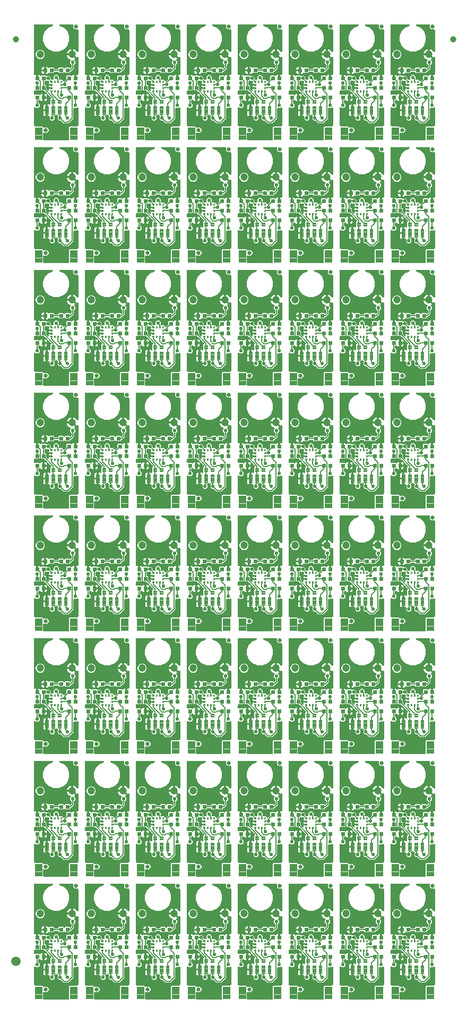
<source format=gtl>
G04 EAGLE Gerber RS-274X export*
G75*
%MOMM*%
%FSLAX34Y34*%
%LPD*%
%INTop Copper*%
%IPPOS*%
%AMOC8*
5,1,8,0,0,1.08239X$1,22.5*%
G01*
%ADD10C,0.102000*%
%ADD11C,0.635000*%
%ADD12C,0.096000*%
%ADD13C,1.200000*%
%ADD14C,1.000000*%
%ADD15C,1.500000*%
%ADD16C,0.558800*%
%ADD17C,0.127000*%
%ADD18C,0.203200*%
%ADD19C,0.254000*%
%ADD20C,0.355600*%

G36*
X375318Y1074372D02*
X375318Y1074372D01*
X375457Y1074376D01*
X375477Y1074382D01*
X375497Y1074383D01*
X375629Y1074426D01*
X375763Y1074465D01*
X375780Y1074475D01*
X375799Y1074481D01*
X375917Y1074556D01*
X376037Y1074626D01*
X376058Y1074645D01*
X376068Y1074651D01*
X376082Y1074666D01*
X376157Y1074733D01*
X378978Y1077553D01*
X379038Y1077631D01*
X379106Y1077703D01*
X379135Y1077756D01*
X379172Y1077804D01*
X379212Y1077895D01*
X379260Y1077981D01*
X379275Y1078040D01*
X379299Y1078096D01*
X379314Y1078194D01*
X379339Y1078289D01*
X379345Y1078389D01*
X379349Y1078410D01*
X379347Y1078422D01*
X379349Y1078450D01*
X379349Y1082728D01*
X380392Y1083771D01*
X386854Y1083771D01*
X386919Y1083721D01*
X387008Y1083642D01*
X387044Y1083624D01*
X387076Y1083599D01*
X387185Y1083552D01*
X387291Y1083498D01*
X387330Y1083489D01*
X387368Y1083473D01*
X387485Y1083454D01*
X387601Y1083428D01*
X387642Y1083429D01*
X387682Y1083423D01*
X387800Y1083434D01*
X387919Y1083438D01*
X387958Y1083449D01*
X387998Y1083453D01*
X388110Y1083493D01*
X388225Y1083526D01*
X388259Y1083546D01*
X388298Y1083560D01*
X388396Y1083627D01*
X388499Y1083687D01*
X388544Y1083727D01*
X388561Y1083739D01*
X388574Y1083754D01*
X388619Y1083794D01*
X389257Y1084431D01*
X389952Y1084833D01*
X390728Y1085041D01*
X392121Y1085041D01*
X392121Y1079730D01*
X392136Y1079612D01*
X392143Y1079493D01*
X392155Y1079455D01*
X392161Y1079415D01*
X392204Y1079304D01*
X392241Y1079191D01*
X392263Y1079157D01*
X392278Y1079119D01*
X392347Y1079023D01*
X392411Y1078922D01*
X392441Y1078894D01*
X392464Y1078862D01*
X392556Y1078786D01*
X392643Y1078704D01*
X392678Y1078685D01*
X392709Y1078659D01*
X392817Y1078608D01*
X392921Y1078551D01*
X392961Y1078541D01*
X392997Y1078523D01*
X393114Y1078501D01*
X393229Y1078471D01*
X393289Y1078467D01*
X393309Y1078464D01*
X393330Y1078465D01*
X393390Y1078461D01*
X393850Y1078461D01*
X393968Y1078476D01*
X394087Y1078483D01*
X394125Y1078496D01*
X394166Y1078501D01*
X394276Y1078545D01*
X394389Y1078581D01*
X394424Y1078603D01*
X394461Y1078618D01*
X394557Y1078688D01*
X394658Y1078751D01*
X394686Y1078781D01*
X394719Y1078805D01*
X394795Y1078896D01*
X394876Y1078983D01*
X394896Y1079018D01*
X394921Y1079050D01*
X394972Y1079157D01*
X395030Y1079262D01*
X395040Y1079301D01*
X395057Y1079337D01*
X395079Y1079454D01*
X395109Y1079570D01*
X395113Y1079630D01*
X395117Y1079650D01*
X395115Y1079670D01*
X395119Y1079730D01*
X395119Y1085041D01*
X396512Y1085041D01*
X396927Y1084929D01*
X397052Y1084912D01*
X397176Y1084889D01*
X397209Y1084891D01*
X397243Y1084886D01*
X397368Y1084901D01*
X397493Y1084908D01*
X397525Y1084919D01*
X397558Y1084923D01*
X397676Y1084968D01*
X397795Y1085006D01*
X397824Y1085024D01*
X397855Y1085036D01*
X397958Y1085109D01*
X398064Y1085177D01*
X398087Y1085201D01*
X398115Y1085221D01*
X398196Y1085316D01*
X398282Y1085408D01*
X398298Y1085438D01*
X398320Y1085463D01*
X398375Y1085577D01*
X398436Y1085687D01*
X398444Y1085719D01*
X398459Y1085750D01*
X398484Y1085873D01*
X398515Y1085995D01*
X398518Y1086043D01*
X398522Y1086061D01*
X398521Y1086083D01*
X398525Y1086155D01*
X398525Y1112867D01*
X398512Y1112971D01*
X398508Y1113075D01*
X398492Y1113128D01*
X398485Y1113183D01*
X398447Y1113280D01*
X398417Y1113380D01*
X398389Y1113427D01*
X398368Y1113479D01*
X398307Y1113563D01*
X398253Y1113653D01*
X398214Y1113691D01*
X398182Y1113736D01*
X398101Y1113803D01*
X398027Y1113876D01*
X397979Y1113904D01*
X397937Y1113939D01*
X397842Y1113983D01*
X397752Y1114036D01*
X397699Y1114051D01*
X397649Y1114074D01*
X397547Y1114094D01*
X397446Y1114122D01*
X397391Y1114124D01*
X397337Y1114134D01*
X397232Y1114127D01*
X397128Y1114130D01*
X397074Y1114118D01*
X397019Y1114114D01*
X396920Y1114082D01*
X396818Y1114059D01*
X396769Y1114033D01*
X396717Y1114016D01*
X396628Y1113960D01*
X396536Y1113912D01*
X396495Y1113876D01*
X396448Y1113846D01*
X396376Y1113770D01*
X396298Y1113700D01*
X396245Y1113630D01*
X396230Y1113614D01*
X396223Y1113601D01*
X396201Y1113572D01*
X395254Y1112156D01*
X394064Y1110966D01*
X392645Y1110017D01*
X392625Y1110010D01*
X392534Y1109949D01*
X392438Y1109894D01*
X392403Y1109859D01*
X392362Y1109832D01*
X392289Y1109749D01*
X392210Y1109673D01*
X392184Y1109630D01*
X392151Y1109593D01*
X392101Y1109496D01*
X392044Y1109402D01*
X392029Y1109354D01*
X392007Y1109310D01*
X391983Y1109203D01*
X391950Y1109098D01*
X391948Y1109048D01*
X391937Y1109000D01*
X391940Y1108890D01*
X391935Y1108780D01*
X391945Y1108731D01*
X391947Y1108682D01*
X391977Y1108576D01*
X391999Y1108469D01*
X392021Y1108424D01*
X392035Y1108376D01*
X392091Y1108282D01*
X392139Y1108183D01*
X392171Y1108145D01*
X392196Y1108102D01*
X392303Y1107982D01*
X393701Y1106584D01*
X393701Y1103216D01*
X391913Y1101429D01*
X391853Y1101351D01*
X391785Y1101279D01*
X391756Y1101226D01*
X391719Y1101178D01*
X391679Y1101087D01*
X391631Y1101000D01*
X391616Y1100942D01*
X391592Y1100886D01*
X391577Y1100788D01*
X391552Y1100692D01*
X391546Y1100592D01*
X391542Y1100572D01*
X391544Y1100560D01*
X391542Y1100532D01*
X391542Y1095047D01*
X386789Y1090294D01*
X386460Y1090294D01*
X386342Y1090279D01*
X386223Y1090272D01*
X386185Y1090259D01*
X386144Y1090254D01*
X386034Y1090211D01*
X385921Y1090174D01*
X385886Y1090152D01*
X385849Y1090137D01*
X385753Y1090068D01*
X385652Y1090004D01*
X385624Y1089974D01*
X385591Y1089951D01*
X385515Y1089859D01*
X385434Y1089772D01*
X385414Y1089737D01*
X385389Y1089706D01*
X385338Y1089598D01*
X385280Y1089494D01*
X385270Y1089454D01*
X385253Y1089418D01*
X385231Y1089301D01*
X385201Y1089186D01*
X385197Y1089125D01*
X385193Y1089106D01*
X385195Y1089085D01*
X385191Y1089025D01*
X385191Y1088972D01*
X384148Y1087929D01*
X377692Y1087929D01*
X376818Y1088804D01*
X376724Y1088877D01*
X376634Y1088956D01*
X376598Y1088974D01*
X376566Y1088999D01*
X376457Y1089046D01*
X376351Y1089101D01*
X376312Y1089109D01*
X376274Y1089125D01*
X376157Y1089144D01*
X376041Y1089170D01*
X376000Y1089169D01*
X375960Y1089175D01*
X375842Y1089164D01*
X375723Y1089161D01*
X375684Y1089149D01*
X375644Y1089145D01*
X375531Y1089105D01*
X375417Y1089072D01*
X375383Y1089052D01*
X375344Y1089038D01*
X375246Y1088971D01*
X375143Y1088911D01*
X375098Y1088871D01*
X375081Y1088859D01*
X375068Y1088844D01*
X375023Y1088804D01*
X374148Y1087929D01*
X367692Y1087929D01*
X366649Y1088972D01*
X366649Y1089025D01*
X366634Y1089143D01*
X366627Y1089262D01*
X366614Y1089300D01*
X366609Y1089341D01*
X366566Y1089451D01*
X366529Y1089564D01*
X366507Y1089599D01*
X366492Y1089636D01*
X366423Y1089732D01*
X366359Y1089833D01*
X366329Y1089861D01*
X366306Y1089894D01*
X366214Y1089970D01*
X366127Y1090051D01*
X366092Y1090071D01*
X366061Y1090096D01*
X365953Y1090147D01*
X365849Y1090205D01*
X365809Y1090215D01*
X365773Y1090232D01*
X365656Y1090254D01*
X365541Y1090284D01*
X365481Y1090288D01*
X365461Y1090292D01*
X365440Y1090290D01*
X365380Y1090294D01*
X361060Y1090294D01*
X360942Y1090279D01*
X360823Y1090272D01*
X360785Y1090259D01*
X360744Y1090254D01*
X360634Y1090211D01*
X360521Y1090174D01*
X360486Y1090152D01*
X360449Y1090137D01*
X360353Y1090068D01*
X360252Y1090004D01*
X360224Y1089974D01*
X360191Y1089951D01*
X360115Y1089859D01*
X360034Y1089772D01*
X360014Y1089737D01*
X359989Y1089706D01*
X359938Y1089598D01*
X359880Y1089494D01*
X359870Y1089454D01*
X359853Y1089418D01*
X359831Y1089301D01*
X359801Y1089186D01*
X359797Y1089125D01*
X359793Y1089106D01*
X359795Y1089085D01*
X359791Y1089025D01*
X359791Y1088972D01*
X358748Y1087929D01*
X352286Y1087929D01*
X352221Y1087979D01*
X352132Y1088058D01*
X352096Y1088076D01*
X352064Y1088101D01*
X351955Y1088148D01*
X351849Y1088202D01*
X351810Y1088211D01*
X351772Y1088227D01*
X351655Y1088246D01*
X351539Y1088272D01*
X351498Y1088271D01*
X351458Y1088277D01*
X351340Y1088266D01*
X351221Y1088262D01*
X351182Y1088251D01*
X351142Y1088247D01*
X351030Y1088207D01*
X350915Y1088174D01*
X350881Y1088154D01*
X350842Y1088140D01*
X350744Y1088073D01*
X350641Y1088013D01*
X350596Y1087973D01*
X350579Y1087961D01*
X350566Y1087946D01*
X350521Y1087906D01*
X349883Y1087269D01*
X349188Y1086867D01*
X348412Y1086659D01*
X347019Y1086659D01*
X347019Y1091970D01*
X347004Y1092088D01*
X346997Y1092207D01*
X346995Y1092214D01*
X347009Y1092270D01*
X347013Y1092330D01*
X347017Y1092350D01*
X347015Y1092370D01*
X347019Y1092430D01*
X347019Y1097741D01*
X348412Y1097741D01*
X349188Y1097533D01*
X349883Y1097131D01*
X350521Y1096494D01*
X350615Y1096421D01*
X350704Y1096342D01*
X350740Y1096324D01*
X350772Y1096299D01*
X350881Y1096252D01*
X350987Y1096197D01*
X351027Y1096189D01*
X351064Y1096173D01*
X351181Y1096154D01*
X351297Y1096128D01*
X351338Y1096129D01*
X351378Y1096123D01*
X351497Y1096134D01*
X351615Y1096138D01*
X351654Y1096149D01*
X351694Y1096153D01*
X351806Y1096193D01*
X351921Y1096226D01*
X351956Y1096246D01*
X351994Y1096260D01*
X352092Y1096327D01*
X352195Y1096388D01*
X352240Y1096427D01*
X352257Y1096439D01*
X352270Y1096454D01*
X352289Y1096471D01*
X358748Y1096471D01*
X359791Y1095428D01*
X359791Y1095375D01*
X359806Y1095257D01*
X359813Y1095138D01*
X359826Y1095100D01*
X359831Y1095059D01*
X359874Y1094949D01*
X359911Y1094836D01*
X359933Y1094801D01*
X359948Y1094764D01*
X360017Y1094668D01*
X360081Y1094567D01*
X360111Y1094539D01*
X360134Y1094506D01*
X360226Y1094430D01*
X360313Y1094349D01*
X360348Y1094329D01*
X360379Y1094304D01*
X360487Y1094253D01*
X360591Y1094195D01*
X360631Y1094185D01*
X360667Y1094168D01*
X360784Y1094146D01*
X360899Y1094116D01*
X360959Y1094112D01*
X360979Y1094108D01*
X361000Y1094110D01*
X361060Y1094106D01*
X365380Y1094106D01*
X365498Y1094121D01*
X365617Y1094128D01*
X365655Y1094141D01*
X365696Y1094146D01*
X365806Y1094189D01*
X365919Y1094226D01*
X365954Y1094248D01*
X365991Y1094263D01*
X366087Y1094332D01*
X366188Y1094396D01*
X366216Y1094426D01*
X366249Y1094449D01*
X366325Y1094541D01*
X366406Y1094628D01*
X366426Y1094663D01*
X366451Y1094694D01*
X366502Y1094802D01*
X366560Y1094906D01*
X366570Y1094946D01*
X366587Y1094982D01*
X366609Y1095099D01*
X366639Y1095214D01*
X366643Y1095274D01*
X366647Y1095294D01*
X366645Y1095315D01*
X366649Y1095375D01*
X366649Y1095428D01*
X367692Y1096471D01*
X374148Y1096471D01*
X375023Y1095596D01*
X375117Y1095523D01*
X375206Y1095444D01*
X375242Y1095426D01*
X375274Y1095401D01*
X375383Y1095354D01*
X375489Y1095299D01*
X375528Y1095291D01*
X375566Y1095275D01*
X375683Y1095256D01*
X375799Y1095230D01*
X375840Y1095231D01*
X375880Y1095225D01*
X375998Y1095236D01*
X376117Y1095239D01*
X376156Y1095251D01*
X376196Y1095255D01*
X376308Y1095295D01*
X376423Y1095328D01*
X376458Y1095348D01*
X376496Y1095362D01*
X376594Y1095429D01*
X376697Y1095489D01*
X376742Y1095529D01*
X376759Y1095541D01*
X376772Y1095556D01*
X376818Y1095596D01*
X377692Y1096471D01*
X384148Y1096471D01*
X384964Y1095654D01*
X385058Y1095581D01*
X385147Y1095502D01*
X385184Y1095484D01*
X385215Y1095459D01*
X385324Y1095412D01*
X385431Y1095358D01*
X385470Y1095349D01*
X385507Y1095333D01*
X385625Y1095314D01*
X385741Y1095288D01*
X385781Y1095289D01*
X385821Y1095283D01*
X385940Y1095294D01*
X386059Y1095298D01*
X386098Y1095309D01*
X386138Y1095313D01*
X386250Y1095353D01*
X386364Y1095386D01*
X386399Y1095407D01*
X386437Y1095420D01*
X386536Y1095487D01*
X386638Y1095548D01*
X386684Y1095588D01*
X386700Y1095599D01*
X386714Y1095614D01*
X386759Y1095654D01*
X387359Y1096254D01*
X387419Y1096332D01*
X387487Y1096404D01*
X387516Y1096457D01*
X387553Y1096505D01*
X387593Y1096596D01*
X387641Y1096683D01*
X387656Y1096741D01*
X387680Y1096797D01*
X387695Y1096895D01*
X387720Y1096990D01*
X387726Y1097091D01*
X387730Y1097111D01*
X387728Y1097123D01*
X387730Y1097151D01*
X387730Y1100532D01*
X387718Y1100630D01*
X387715Y1100729D01*
X387698Y1100787D01*
X387690Y1100847D01*
X387654Y1100939D01*
X387626Y1101034D01*
X387596Y1101086D01*
X387573Y1101143D01*
X387515Y1101223D01*
X387465Y1101308D01*
X387399Y1101384D01*
X387387Y1101400D01*
X387377Y1101408D01*
X387359Y1101429D01*
X385571Y1103216D01*
X385571Y1106584D01*
X386374Y1107386D01*
X386404Y1107426D01*
X386441Y1107459D01*
X386502Y1107551D01*
X386569Y1107638D01*
X386589Y1107683D01*
X386616Y1107725D01*
X386652Y1107829D01*
X386695Y1107929D01*
X386703Y1107979D01*
X386719Y1108026D01*
X386728Y1108135D01*
X386745Y1108244D01*
X386740Y1108293D01*
X386744Y1108343D01*
X386726Y1108451D01*
X386715Y1108560D01*
X386698Y1108607D01*
X386690Y1108656D01*
X386645Y1108756D01*
X386608Y1108859D01*
X386580Y1108901D01*
X386559Y1108946D01*
X386491Y1109032D01*
X386429Y1109123D01*
X386392Y1109155D01*
X386361Y1109194D01*
X386273Y1109260D01*
X386191Y1109333D01*
X386146Y1109356D01*
X386107Y1109386D01*
X385962Y1109456D01*
X384574Y1110031D01*
X383176Y1110966D01*
X381986Y1112156D01*
X381051Y1113554D01*
X380408Y1115109D01*
X380260Y1115851D01*
X388140Y1115851D01*
X388258Y1115866D01*
X388377Y1115873D01*
X388415Y1115885D01*
X388455Y1115891D01*
X388566Y1115934D01*
X388679Y1115971D01*
X388713Y1115993D01*
X388751Y1116008D01*
X388847Y1116077D01*
X388948Y1116141D01*
X388976Y1116171D01*
X389008Y1116194D01*
X389084Y1116286D01*
X389166Y1116373D01*
X389185Y1116408D01*
X389211Y1116439D01*
X389262Y1116547D01*
X389319Y1116651D01*
X389329Y1116691D01*
X389347Y1116727D01*
X389369Y1116844D01*
X389375Y1116846D01*
X389416Y1116851D01*
X389526Y1116895D01*
X389639Y1116931D01*
X389674Y1116953D01*
X389711Y1116968D01*
X389807Y1117038D01*
X389908Y1117101D01*
X389936Y1117131D01*
X389969Y1117155D01*
X390045Y1117246D01*
X390126Y1117333D01*
X390146Y1117368D01*
X390171Y1117400D01*
X390222Y1117507D01*
X390280Y1117612D01*
X390290Y1117651D01*
X390307Y1117687D01*
X390329Y1117804D01*
X390359Y1117920D01*
X390363Y1117980D01*
X390367Y1118000D01*
X390365Y1118020D01*
X390369Y1118080D01*
X390369Y1125960D01*
X391111Y1125812D01*
X392666Y1125169D01*
X394064Y1124234D01*
X395254Y1123044D01*
X396201Y1121628D01*
X396269Y1121549D01*
X396330Y1121464D01*
X396373Y1121429D01*
X396409Y1121387D01*
X396495Y1121328D01*
X396575Y1121261D01*
X396625Y1121238D01*
X396671Y1121206D01*
X396769Y1121170D01*
X396863Y1121126D01*
X396917Y1121115D01*
X396969Y1121096D01*
X397073Y1121086D01*
X397176Y1121066D01*
X397230Y1121069D01*
X397285Y1121064D01*
X397389Y1121079D01*
X397493Y1121086D01*
X397545Y1121103D01*
X397600Y1121111D01*
X397696Y1121152D01*
X397795Y1121184D01*
X397842Y1121213D01*
X397893Y1121235D01*
X397976Y1121298D01*
X398064Y1121354D01*
X398102Y1121394D01*
X398146Y1121427D01*
X398211Y1121510D01*
X398282Y1121586D01*
X398309Y1121634D01*
X398343Y1121677D01*
X398385Y1121773D01*
X398436Y1121864D01*
X398449Y1121917D01*
X398472Y1121968D01*
X398489Y1122071D01*
X398515Y1122172D01*
X398521Y1122260D01*
X398524Y1122281D01*
X398523Y1122296D01*
X398525Y1122333D01*
X398525Y1156335D01*
X398510Y1156453D01*
X398503Y1156572D01*
X398490Y1156610D01*
X398485Y1156651D01*
X398442Y1156761D01*
X398405Y1156874D01*
X398383Y1156909D01*
X398368Y1156946D01*
X398299Y1157042D01*
X398235Y1157143D01*
X398205Y1157171D01*
X398182Y1157204D01*
X398090Y1157280D01*
X398003Y1157361D01*
X397968Y1157381D01*
X397937Y1157406D01*
X397829Y1157457D01*
X397725Y1157515D01*
X397685Y1157525D01*
X397649Y1157542D01*
X397532Y1157564D01*
X397417Y1157594D01*
X397357Y1157598D01*
X397337Y1157602D01*
X397316Y1157600D01*
X397256Y1157604D01*
X393129Y1157604D01*
X390524Y1160209D01*
X390524Y1164336D01*
X390509Y1164454D01*
X390502Y1164573D01*
X390489Y1164611D01*
X390484Y1164652D01*
X390441Y1164762D01*
X390404Y1164875D01*
X390382Y1164910D01*
X390367Y1164947D01*
X390298Y1165043D01*
X390234Y1165144D01*
X390204Y1165172D01*
X390181Y1165205D01*
X390089Y1165281D01*
X390002Y1165362D01*
X389967Y1165382D01*
X389936Y1165407D01*
X389828Y1165458D01*
X389724Y1165516D01*
X389684Y1165526D01*
X389648Y1165543D01*
X389531Y1165565D01*
X389416Y1165595D01*
X389356Y1165599D01*
X389336Y1165603D01*
X389315Y1165601D01*
X389255Y1165605D01*
X369455Y1165605D01*
X369386Y1165597D01*
X369316Y1165598D01*
X369229Y1165577D01*
X369140Y1165565D01*
X369075Y1165540D01*
X369007Y1165523D01*
X368927Y1165481D01*
X368844Y1165448D01*
X368787Y1165407D01*
X368726Y1165375D01*
X368659Y1165314D01*
X368586Y1165262D01*
X368542Y1165208D01*
X368490Y1165161D01*
X368441Y1165086D01*
X368384Y1165017D01*
X368354Y1164953D01*
X368316Y1164895D01*
X368286Y1164810D01*
X368248Y1164729D01*
X368235Y1164660D01*
X368212Y1164594D01*
X368205Y1164505D01*
X368188Y1164417D01*
X368193Y1164347D01*
X368187Y1164277D01*
X368203Y1164189D01*
X368208Y1164099D01*
X368230Y1164033D01*
X368242Y1163964D01*
X368278Y1163882D01*
X368306Y1163797D01*
X368343Y1163738D01*
X368372Y1163674D01*
X368428Y1163604D01*
X368476Y1163528D01*
X368527Y1163480D01*
X368571Y1163426D01*
X368643Y1163371D01*
X368708Y1163310D01*
X368769Y1163276D01*
X368825Y1163234D01*
X368969Y1163163D01*
X375019Y1160658D01*
X380878Y1154799D01*
X384049Y1147143D01*
X384049Y1138857D01*
X380878Y1131202D01*
X375018Y1125342D01*
X367363Y1122171D01*
X359077Y1122171D01*
X351421Y1125342D01*
X345562Y1131201D01*
X342391Y1138857D01*
X342391Y1147143D01*
X345562Y1154799D01*
X351421Y1160658D01*
X357471Y1163163D01*
X357531Y1163198D01*
X357596Y1163224D01*
X357669Y1163276D01*
X357747Y1163321D01*
X357797Y1163370D01*
X357854Y1163410D01*
X357911Y1163480D01*
X357975Y1163542D01*
X358012Y1163602D01*
X358056Y1163655D01*
X358095Y1163737D01*
X358142Y1163813D01*
X358162Y1163880D01*
X358192Y1163943D01*
X358209Y1164031D01*
X358235Y1164117D01*
X358239Y1164187D01*
X358252Y1164256D01*
X358246Y1164345D01*
X358250Y1164435D01*
X358236Y1164503D01*
X358232Y1164573D01*
X358204Y1164658D01*
X358186Y1164746D01*
X358155Y1164809D01*
X358134Y1164875D01*
X358086Y1164951D01*
X358046Y1165032D01*
X358001Y1165085D01*
X357964Y1165144D01*
X357898Y1165206D01*
X357840Y1165274D01*
X357783Y1165314D01*
X357732Y1165362D01*
X357653Y1165405D01*
X357580Y1165457D01*
X357515Y1165482D01*
X357454Y1165516D01*
X357367Y1165538D01*
X357283Y1165570D01*
X357213Y1165578D01*
X357146Y1165595D01*
X356985Y1165605D01*
X329184Y1165605D01*
X329066Y1165590D01*
X328947Y1165583D01*
X328909Y1165570D01*
X328868Y1165565D01*
X328758Y1165522D01*
X328645Y1165485D01*
X328610Y1165463D01*
X328573Y1165448D01*
X328477Y1165379D01*
X328376Y1165315D01*
X328348Y1165285D01*
X328315Y1165262D01*
X328239Y1165170D01*
X328158Y1165083D01*
X328138Y1165048D01*
X328113Y1165017D01*
X328062Y1164909D01*
X328004Y1164805D01*
X327994Y1164765D01*
X327977Y1164729D01*
X327955Y1164612D01*
X327925Y1164497D01*
X327921Y1164437D01*
X327917Y1164417D01*
X327919Y1164396D01*
X327915Y1164336D01*
X327915Y1086155D01*
X327930Y1086031D01*
X327940Y1085905D01*
X327950Y1085873D01*
X327955Y1085840D01*
X328001Y1085723D01*
X328041Y1085604D01*
X328059Y1085575D01*
X328072Y1085544D01*
X328145Y1085442D01*
X328214Y1085337D01*
X328239Y1085314D01*
X328258Y1085287D01*
X328355Y1085206D01*
X328448Y1085121D01*
X328477Y1085105D01*
X328503Y1085084D01*
X328617Y1085030D01*
X328728Y1084971D01*
X328761Y1084963D01*
X328791Y1084948D01*
X328915Y1084925D01*
X329037Y1084895D01*
X329070Y1084895D01*
X329103Y1084889D01*
X329229Y1084896D01*
X329355Y1084898D01*
X329403Y1084907D01*
X329421Y1084908D01*
X329441Y1084915D01*
X329513Y1084929D01*
X329928Y1085041D01*
X331321Y1085041D01*
X331321Y1079730D01*
X331336Y1079612D01*
X331343Y1079493D01*
X331355Y1079455D01*
X331361Y1079415D01*
X331404Y1079304D01*
X331441Y1079191D01*
X331463Y1079157D01*
X331478Y1079119D01*
X331547Y1079023D01*
X331611Y1078922D01*
X331641Y1078894D01*
X331664Y1078862D01*
X331756Y1078786D01*
X331843Y1078704D01*
X331878Y1078685D01*
X331909Y1078659D01*
X332017Y1078608D01*
X332121Y1078551D01*
X332161Y1078541D01*
X332197Y1078523D01*
X332314Y1078501D01*
X332429Y1078471D01*
X332489Y1078467D01*
X332509Y1078464D01*
X332530Y1078465D01*
X332590Y1078461D01*
X333050Y1078461D01*
X333168Y1078476D01*
X333287Y1078483D01*
X333325Y1078496D01*
X333366Y1078501D01*
X333476Y1078545D01*
X333589Y1078581D01*
X333624Y1078603D01*
X333661Y1078618D01*
X333757Y1078688D01*
X333858Y1078751D01*
X333886Y1078781D01*
X333919Y1078805D01*
X333995Y1078896D01*
X334076Y1078983D01*
X334096Y1079018D01*
X334121Y1079050D01*
X334172Y1079157D01*
X334230Y1079262D01*
X334240Y1079301D01*
X334257Y1079337D01*
X334279Y1079454D01*
X334309Y1079570D01*
X334313Y1079630D01*
X334317Y1079650D01*
X334315Y1079670D01*
X334319Y1079730D01*
X334319Y1085041D01*
X335712Y1085041D01*
X336488Y1084833D01*
X337183Y1084431D01*
X337821Y1083794D01*
X337915Y1083721D01*
X338004Y1083642D01*
X338040Y1083624D01*
X338072Y1083599D01*
X338181Y1083552D01*
X338287Y1083497D01*
X338327Y1083489D01*
X338364Y1083473D01*
X338481Y1083454D01*
X338597Y1083428D01*
X338638Y1083429D01*
X338678Y1083423D01*
X338797Y1083434D01*
X338915Y1083438D01*
X338954Y1083449D01*
X338994Y1083453D01*
X339106Y1083493D01*
X339221Y1083526D01*
X339256Y1083546D01*
X339294Y1083560D01*
X339392Y1083627D01*
X339495Y1083688D01*
X339540Y1083727D01*
X339557Y1083739D01*
X339570Y1083754D01*
X339589Y1083771D01*
X346048Y1083771D01*
X346522Y1083296D01*
X346617Y1083223D01*
X346706Y1083144D01*
X346742Y1083126D01*
X346774Y1083101D01*
X346883Y1083054D01*
X346989Y1083000D01*
X347028Y1082991D01*
X347066Y1082975D01*
X347183Y1082956D01*
X347299Y1082930D01*
X347340Y1082931D01*
X347380Y1082925D01*
X347499Y1082936D01*
X347617Y1082940D01*
X347656Y1082951D01*
X347696Y1082955D01*
X347809Y1082995D01*
X347923Y1083028D01*
X347958Y1083048D01*
X347996Y1083062D01*
X348094Y1083129D01*
X348197Y1083189D01*
X348242Y1083229D01*
X348259Y1083241D01*
X348272Y1083256D01*
X348318Y1083296D01*
X348586Y1083565D01*
X351954Y1083565D01*
X354335Y1081184D01*
X354335Y1078656D01*
X354347Y1078558D01*
X354350Y1078459D01*
X354367Y1078401D01*
X354375Y1078341D01*
X354411Y1078249D01*
X354439Y1078153D01*
X354469Y1078101D01*
X354492Y1078045D01*
X354550Y1077965D01*
X354600Y1077880D01*
X354666Y1077804D01*
X354678Y1077788D01*
X354688Y1077780D01*
X354706Y1077759D01*
X355023Y1077443D01*
X355101Y1077382D01*
X355173Y1077314D01*
X355226Y1077285D01*
X355274Y1077248D01*
X355365Y1077208D01*
X355451Y1077160D01*
X355510Y1077145D01*
X355566Y1077121D01*
X355663Y1077106D01*
X355759Y1077081D01*
X355860Y1077075D01*
X355880Y1077071D01*
X355892Y1077073D01*
X355920Y1077071D01*
X357967Y1077071D01*
X358065Y1077083D01*
X358164Y1077086D01*
X358222Y1077103D01*
X358282Y1077111D01*
X358374Y1077147D01*
X358469Y1077175D01*
X358522Y1077205D01*
X358578Y1077228D01*
X358658Y1077286D01*
X358743Y1077336D01*
X358819Y1077402D01*
X358835Y1077414D01*
X358843Y1077424D01*
X358864Y1077442D01*
X358934Y1077512D01*
X359007Y1077607D01*
X359086Y1077696D01*
X359104Y1077732D01*
X359129Y1077764D01*
X359176Y1077873D01*
X359231Y1077979D01*
X359239Y1078019D01*
X359255Y1078056D01*
X359274Y1078173D01*
X359300Y1078289D01*
X359299Y1078330D01*
X359305Y1078370D01*
X359294Y1078489D01*
X359290Y1078607D01*
X359279Y1078646D01*
X359275Y1078686D01*
X359235Y1078798D01*
X359202Y1078913D01*
X359182Y1078948D01*
X359168Y1078986D01*
X359155Y1079004D01*
X359155Y1082454D01*
X361536Y1084835D01*
X364904Y1084835D01*
X367285Y1082454D01*
X367285Y1079926D01*
X367297Y1079828D01*
X367300Y1079729D01*
X367317Y1079671D01*
X367325Y1079611D01*
X367361Y1079519D01*
X367389Y1079423D01*
X367419Y1079371D01*
X367442Y1079315D01*
X367500Y1079235D01*
X367550Y1079149D01*
X367616Y1079074D01*
X367626Y1079061D01*
X367626Y1078340D01*
X367641Y1078222D01*
X367648Y1078103D01*
X367661Y1078065D01*
X367666Y1078024D01*
X367709Y1077914D01*
X367746Y1077801D01*
X367768Y1077766D01*
X367783Y1077729D01*
X367852Y1077633D01*
X367916Y1077532D01*
X367946Y1077504D01*
X367969Y1077471D01*
X368061Y1077395D01*
X368148Y1077314D01*
X368183Y1077294D01*
X368214Y1077269D01*
X368322Y1077218D01*
X368426Y1077160D01*
X368466Y1077150D01*
X368502Y1077133D01*
X368619Y1077111D01*
X368734Y1077081D01*
X368794Y1077077D01*
X368814Y1077073D01*
X368835Y1077075D01*
X368895Y1077071D01*
X372948Y1077071D01*
X373991Y1076028D01*
X373991Y1075630D01*
X374008Y1075493D01*
X374021Y1075354D01*
X374028Y1075335D01*
X374031Y1075315D01*
X374082Y1075186D01*
X374129Y1075054D01*
X374140Y1075038D01*
X374148Y1075019D01*
X374229Y1074907D01*
X374307Y1074791D01*
X374323Y1074778D01*
X374334Y1074762D01*
X374442Y1074673D01*
X374546Y1074581D01*
X374564Y1074572D01*
X374579Y1074559D01*
X374705Y1074499D01*
X374829Y1074436D01*
X374849Y1074432D01*
X374867Y1074423D01*
X375003Y1074397D01*
X375139Y1074367D01*
X375160Y1074367D01*
X375179Y1074363D01*
X375318Y1074372D01*
G37*
G36*
X50198Y292052D02*
X50198Y292052D01*
X50337Y292056D01*
X50357Y292062D01*
X50377Y292063D01*
X50509Y292106D01*
X50643Y292145D01*
X50660Y292155D01*
X50679Y292161D01*
X50797Y292236D01*
X50917Y292306D01*
X50938Y292325D01*
X50948Y292331D01*
X50962Y292346D01*
X51037Y292413D01*
X53858Y295233D01*
X53918Y295311D01*
X53986Y295383D01*
X54015Y295436D01*
X54052Y295484D01*
X54092Y295575D01*
X54140Y295661D01*
X54155Y295720D01*
X54179Y295776D01*
X54194Y295874D01*
X54219Y295969D01*
X54225Y296069D01*
X54229Y296090D01*
X54227Y296102D01*
X54229Y296130D01*
X54229Y300408D01*
X55272Y301451D01*
X61734Y301451D01*
X61799Y301401D01*
X61888Y301322D01*
X61924Y301304D01*
X61956Y301279D01*
X62065Y301232D01*
X62171Y301178D01*
X62210Y301169D01*
X62248Y301153D01*
X62365Y301134D01*
X62481Y301108D01*
X62522Y301109D01*
X62562Y301103D01*
X62680Y301114D01*
X62799Y301118D01*
X62838Y301129D01*
X62878Y301133D01*
X62990Y301173D01*
X63105Y301206D01*
X63139Y301226D01*
X63178Y301240D01*
X63276Y301307D01*
X63379Y301367D01*
X63424Y301407D01*
X63441Y301419D01*
X63454Y301434D01*
X63499Y301474D01*
X64137Y302111D01*
X64832Y302513D01*
X65608Y302721D01*
X67001Y302721D01*
X67001Y297410D01*
X67016Y297292D01*
X67023Y297173D01*
X67035Y297135D01*
X67041Y297095D01*
X67084Y296984D01*
X67121Y296871D01*
X67143Y296837D01*
X67158Y296799D01*
X67227Y296703D01*
X67291Y296602D01*
X67321Y296574D01*
X67344Y296542D01*
X67436Y296466D01*
X67523Y296384D01*
X67558Y296365D01*
X67589Y296339D01*
X67697Y296288D01*
X67801Y296231D01*
X67841Y296221D01*
X67877Y296203D01*
X67994Y296181D01*
X68109Y296151D01*
X68169Y296147D01*
X68189Y296144D01*
X68210Y296145D01*
X68270Y296141D01*
X68730Y296141D01*
X68848Y296156D01*
X68967Y296163D01*
X69005Y296176D01*
X69046Y296181D01*
X69156Y296225D01*
X69269Y296261D01*
X69304Y296283D01*
X69341Y296298D01*
X69437Y296368D01*
X69538Y296431D01*
X69566Y296461D01*
X69599Y296485D01*
X69675Y296576D01*
X69756Y296663D01*
X69776Y296698D01*
X69801Y296730D01*
X69852Y296837D01*
X69910Y296942D01*
X69920Y296981D01*
X69937Y297017D01*
X69959Y297134D01*
X69989Y297250D01*
X69993Y297310D01*
X69997Y297330D01*
X69995Y297350D01*
X69999Y297410D01*
X69999Y302721D01*
X71392Y302721D01*
X71807Y302609D01*
X71932Y302592D01*
X72056Y302569D01*
X72089Y302571D01*
X72123Y302566D01*
X72248Y302581D01*
X72373Y302588D01*
X72405Y302599D01*
X72438Y302603D01*
X72556Y302648D01*
X72675Y302686D01*
X72704Y302704D01*
X72735Y302716D01*
X72838Y302789D01*
X72944Y302857D01*
X72967Y302881D01*
X72995Y302901D01*
X73076Y302996D01*
X73162Y303088D01*
X73178Y303118D01*
X73200Y303143D01*
X73255Y303257D01*
X73316Y303367D01*
X73324Y303399D01*
X73339Y303430D01*
X73364Y303553D01*
X73395Y303675D01*
X73398Y303723D01*
X73402Y303741D01*
X73401Y303763D01*
X73405Y303835D01*
X73405Y330547D01*
X73392Y330651D01*
X73388Y330755D01*
X73372Y330808D01*
X73365Y330863D01*
X73327Y330960D01*
X73297Y331060D01*
X73269Y331107D01*
X73248Y331158D01*
X73187Y331243D01*
X73133Y331333D01*
X73094Y331371D01*
X73062Y331416D01*
X72981Y331483D01*
X72907Y331556D01*
X72859Y331583D01*
X72817Y331619D01*
X72722Y331663D01*
X72632Y331716D01*
X72579Y331731D01*
X72529Y331754D01*
X72427Y331774D01*
X72326Y331802D01*
X72271Y331804D01*
X72217Y331814D01*
X72112Y331807D01*
X72008Y331810D01*
X71954Y331798D01*
X71899Y331794D01*
X71800Y331762D01*
X71698Y331739D01*
X71649Y331713D01*
X71597Y331696D01*
X71508Y331640D01*
X71416Y331592D01*
X71374Y331555D01*
X71328Y331526D01*
X71256Y331450D01*
X71178Y331380D01*
X71125Y331310D01*
X71110Y331294D01*
X71103Y331281D01*
X71081Y331252D01*
X70134Y329836D01*
X68944Y328646D01*
X67525Y327697D01*
X67505Y327690D01*
X67414Y327629D01*
X67318Y327574D01*
X67283Y327539D01*
X67242Y327512D01*
X67169Y327429D01*
X67090Y327353D01*
X67064Y327310D01*
X67031Y327273D01*
X66981Y327176D01*
X66924Y327082D01*
X66909Y327034D01*
X66887Y326990D01*
X66863Y326883D01*
X66830Y326778D01*
X66828Y326728D01*
X66817Y326680D01*
X66820Y326570D01*
X66815Y326460D01*
X66825Y326411D01*
X66827Y326362D01*
X66857Y326256D01*
X66879Y326149D01*
X66901Y326104D01*
X66915Y326056D01*
X66971Y325962D01*
X67019Y325863D01*
X67051Y325825D01*
X67076Y325782D01*
X67183Y325662D01*
X68581Y324264D01*
X68581Y320896D01*
X66793Y319109D01*
X66733Y319031D01*
X66665Y318959D01*
X66636Y318906D01*
X66599Y318858D01*
X66559Y318767D01*
X66511Y318680D01*
X66496Y318622D01*
X66472Y318566D01*
X66457Y318468D01*
X66432Y318372D01*
X66426Y318272D01*
X66422Y318252D01*
X66424Y318240D01*
X66422Y318212D01*
X66422Y312727D01*
X61669Y307974D01*
X61340Y307974D01*
X61222Y307959D01*
X61103Y307952D01*
X61065Y307939D01*
X61024Y307934D01*
X60914Y307891D01*
X60801Y307854D01*
X60766Y307832D01*
X60729Y307817D01*
X60633Y307748D01*
X60532Y307684D01*
X60504Y307654D01*
X60471Y307631D01*
X60395Y307539D01*
X60314Y307452D01*
X60294Y307417D01*
X60269Y307386D01*
X60218Y307278D01*
X60160Y307174D01*
X60150Y307134D01*
X60133Y307098D01*
X60111Y306981D01*
X60081Y306866D01*
X60077Y306805D01*
X60073Y306786D01*
X60075Y306765D01*
X60071Y306705D01*
X60071Y306652D01*
X59028Y305609D01*
X52572Y305609D01*
X51698Y306484D01*
X51604Y306557D01*
X51514Y306636D01*
X51478Y306654D01*
X51446Y306679D01*
X51337Y306726D01*
X51231Y306781D01*
X51192Y306789D01*
X51154Y306805D01*
X51037Y306824D01*
X50921Y306850D01*
X50880Y306849D01*
X50840Y306855D01*
X50722Y306844D01*
X50603Y306841D01*
X50564Y306829D01*
X50524Y306825D01*
X50411Y306785D01*
X50297Y306752D01*
X50263Y306732D01*
X50224Y306718D01*
X50126Y306651D01*
X50023Y306591D01*
X49978Y306551D01*
X49961Y306539D01*
X49948Y306524D01*
X49903Y306484D01*
X49028Y305609D01*
X42572Y305609D01*
X41529Y306652D01*
X41529Y306705D01*
X41514Y306823D01*
X41507Y306942D01*
X41494Y306980D01*
X41489Y307021D01*
X41446Y307131D01*
X41409Y307244D01*
X41387Y307279D01*
X41372Y307316D01*
X41303Y307412D01*
X41239Y307513D01*
X41209Y307541D01*
X41186Y307574D01*
X41094Y307650D01*
X41007Y307731D01*
X40972Y307751D01*
X40941Y307776D01*
X40833Y307827D01*
X40729Y307885D01*
X40689Y307895D01*
X40653Y307912D01*
X40536Y307934D01*
X40421Y307964D01*
X40361Y307968D01*
X40341Y307972D01*
X40320Y307970D01*
X40260Y307974D01*
X35940Y307974D01*
X35822Y307959D01*
X35703Y307952D01*
X35665Y307939D01*
X35624Y307934D01*
X35514Y307891D01*
X35401Y307854D01*
X35366Y307832D01*
X35329Y307817D01*
X35233Y307748D01*
X35132Y307684D01*
X35104Y307654D01*
X35071Y307631D01*
X34995Y307539D01*
X34914Y307452D01*
X34894Y307417D01*
X34869Y307386D01*
X34818Y307278D01*
X34760Y307174D01*
X34750Y307134D01*
X34733Y307098D01*
X34711Y306981D01*
X34681Y306866D01*
X34677Y306805D01*
X34673Y306786D01*
X34675Y306765D01*
X34671Y306705D01*
X34671Y306652D01*
X33628Y305609D01*
X27166Y305609D01*
X27101Y305659D01*
X27012Y305738D01*
X26976Y305756D01*
X26944Y305781D01*
X26835Y305828D01*
X26729Y305882D01*
X26690Y305891D01*
X26652Y305907D01*
X26535Y305926D01*
X26419Y305952D01*
X26378Y305951D01*
X26338Y305957D01*
X26220Y305946D01*
X26101Y305942D01*
X26062Y305931D01*
X26022Y305927D01*
X25910Y305887D01*
X25795Y305854D01*
X25761Y305834D01*
X25722Y305820D01*
X25624Y305753D01*
X25521Y305693D01*
X25476Y305653D01*
X25459Y305641D01*
X25446Y305626D01*
X25401Y305586D01*
X24763Y304949D01*
X24068Y304547D01*
X23292Y304339D01*
X21899Y304339D01*
X21899Y309650D01*
X21884Y309768D01*
X21877Y309887D01*
X21875Y309894D01*
X21889Y309950D01*
X21893Y310010D01*
X21897Y310030D01*
X21895Y310050D01*
X21899Y310110D01*
X21899Y315421D01*
X23292Y315421D01*
X24068Y315213D01*
X24763Y314811D01*
X25401Y314174D01*
X25495Y314101D01*
X25584Y314022D01*
X25620Y314004D01*
X25652Y313979D01*
X25761Y313932D01*
X25867Y313877D01*
X25907Y313869D01*
X25944Y313853D01*
X26061Y313834D01*
X26177Y313808D01*
X26218Y313809D01*
X26258Y313803D01*
X26377Y313814D01*
X26495Y313818D01*
X26534Y313829D01*
X26574Y313833D01*
X26686Y313873D01*
X26801Y313906D01*
X26836Y313926D01*
X26874Y313940D01*
X26972Y314007D01*
X27075Y314068D01*
X27120Y314107D01*
X27137Y314119D01*
X27150Y314134D01*
X27169Y314151D01*
X33628Y314151D01*
X34671Y313108D01*
X34671Y313055D01*
X34686Y312937D01*
X34693Y312818D01*
X34706Y312780D01*
X34711Y312739D01*
X34754Y312629D01*
X34791Y312516D01*
X34813Y312481D01*
X34828Y312444D01*
X34897Y312348D01*
X34961Y312247D01*
X34991Y312219D01*
X35014Y312186D01*
X35106Y312110D01*
X35193Y312029D01*
X35228Y312009D01*
X35259Y311984D01*
X35367Y311933D01*
X35471Y311875D01*
X35511Y311865D01*
X35547Y311848D01*
X35664Y311826D01*
X35779Y311796D01*
X35839Y311792D01*
X35859Y311788D01*
X35880Y311790D01*
X35940Y311786D01*
X40260Y311786D01*
X40378Y311801D01*
X40497Y311808D01*
X40535Y311821D01*
X40576Y311826D01*
X40686Y311869D01*
X40799Y311906D01*
X40834Y311928D01*
X40871Y311943D01*
X40967Y312012D01*
X41068Y312076D01*
X41096Y312106D01*
X41129Y312129D01*
X41205Y312221D01*
X41286Y312308D01*
X41306Y312343D01*
X41331Y312374D01*
X41382Y312482D01*
X41440Y312586D01*
X41450Y312626D01*
X41467Y312662D01*
X41489Y312779D01*
X41519Y312894D01*
X41523Y312954D01*
X41527Y312974D01*
X41525Y312995D01*
X41529Y313055D01*
X41529Y313108D01*
X42572Y314151D01*
X49028Y314151D01*
X49903Y313276D01*
X49997Y313203D01*
X50086Y313124D01*
X50122Y313106D01*
X50154Y313081D01*
X50263Y313034D01*
X50369Y312979D01*
X50408Y312971D01*
X50446Y312955D01*
X50563Y312936D01*
X50679Y312910D01*
X50720Y312911D01*
X50760Y312905D01*
X50878Y312916D01*
X50997Y312919D01*
X51036Y312931D01*
X51076Y312935D01*
X51188Y312975D01*
X51303Y313008D01*
X51338Y313028D01*
X51376Y313042D01*
X51474Y313109D01*
X51577Y313169D01*
X51622Y313209D01*
X51639Y313221D01*
X51652Y313236D01*
X51698Y313276D01*
X52572Y314151D01*
X59028Y314151D01*
X59844Y313334D01*
X59938Y313261D01*
X60027Y313182D01*
X60064Y313164D01*
X60095Y313139D01*
X60204Y313092D01*
X60311Y313038D01*
X60350Y313029D01*
X60387Y313013D01*
X60505Y312994D01*
X60621Y312968D01*
X60661Y312969D01*
X60701Y312963D01*
X60820Y312974D01*
X60939Y312978D01*
X60978Y312989D01*
X61018Y312993D01*
X61130Y313033D01*
X61244Y313066D01*
X61279Y313087D01*
X61317Y313100D01*
X61416Y313167D01*
X61518Y313228D01*
X61564Y313268D01*
X61580Y313279D01*
X61594Y313294D01*
X61639Y313334D01*
X62239Y313934D01*
X62299Y314012D01*
X62367Y314084D01*
X62396Y314137D01*
X62433Y314185D01*
X62473Y314276D01*
X62521Y314363D01*
X62536Y314421D01*
X62560Y314477D01*
X62575Y314575D01*
X62600Y314670D01*
X62606Y314771D01*
X62610Y314791D01*
X62608Y314803D01*
X62610Y314831D01*
X62610Y318212D01*
X62598Y318310D01*
X62595Y318409D01*
X62578Y318467D01*
X62570Y318527D01*
X62534Y318619D01*
X62506Y318714D01*
X62476Y318766D01*
X62453Y318823D01*
X62395Y318903D01*
X62345Y318988D01*
X62279Y319064D01*
X62267Y319080D01*
X62257Y319088D01*
X62239Y319109D01*
X60451Y320896D01*
X60451Y324264D01*
X61254Y325066D01*
X61284Y325106D01*
X61321Y325139D01*
X61382Y325231D01*
X61449Y325318D01*
X61469Y325363D01*
X61496Y325405D01*
X61532Y325509D01*
X61575Y325609D01*
X61583Y325659D01*
X61599Y325706D01*
X61608Y325815D01*
X61625Y325924D01*
X61620Y325973D01*
X61624Y326023D01*
X61606Y326131D01*
X61595Y326240D01*
X61578Y326287D01*
X61570Y326336D01*
X61525Y326436D01*
X61488Y326539D01*
X61460Y326581D01*
X61439Y326626D01*
X61371Y326712D01*
X61309Y326803D01*
X61272Y326835D01*
X61241Y326874D01*
X61153Y326940D01*
X61071Y327013D01*
X61026Y327036D01*
X60987Y327066D01*
X60842Y327136D01*
X59454Y327711D01*
X58056Y328646D01*
X56866Y329836D01*
X55931Y331234D01*
X55288Y332789D01*
X55140Y333531D01*
X63020Y333531D01*
X63138Y333546D01*
X63257Y333553D01*
X63295Y333565D01*
X63335Y333571D01*
X63446Y333614D01*
X63559Y333651D01*
X63593Y333673D01*
X63631Y333688D01*
X63727Y333757D01*
X63828Y333821D01*
X63856Y333851D01*
X63888Y333874D01*
X63964Y333966D01*
X64046Y334053D01*
X64065Y334088D01*
X64091Y334119D01*
X64142Y334227D01*
X64199Y334331D01*
X64209Y334371D01*
X64227Y334407D01*
X64249Y334524D01*
X64255Y334526D01*
X64296Y334531D01*
X64406Y334575D01*
X64519Y334611D01*
X64554Y334633D01*
X64591Y334648D01*
X64687Y334718D01*
X64788Y334781D01*
X64816Y334811D01*
X64849Y334835D01*
X64925Y334926D01*
X65006Y335013D01*
X65026Y335048D01*
X65051Y335080D01*
X65102Y335187D01*
X65160Y335292D01*
X65170Y335331D01*
X65187Y335367D01*
X65209Y335484D01*
X65239Y335600D01*
X65243Y335660D01*
X65247Y335680D01*
X65245Y335700D01*
X65249Y335760D01*
X65249Y343640D01*
X65991Y343492D01*
X67546Y342849D01*
X68944Y341914D01*
X70134Y340724D01*
X71081Y339308D01*
X71149Y339229D01*
X71210Y339144D01*
X71253Y339109D01*
X71289Y339067D01*
X71375Y339008D01*
X71455Y338941D01*
X71505Y338918D01*
X71551Y338886D01*
X71649Y338850D01*
X71743Y338806D01*
X71797Y338795D01*
X71849Y338776D01*
X71953Y338766D01*
X72056Y338746D01*
X72110Y338749D01*
X72165Y338744D01*
X72269Y338759D01*
X72373Y338766D01*
X72425Y338783D01*
X72480Y338791D01*
X72576Y338832D01*
X72675Y338864D01*
X72722Y338893D01*
X72773Y338915D01*
X72856Y338978D01*
X72944Y339034D01*
X72982Y339074D01*
X73026Y339107D01*
X73091Y339190D01*
X73162Y339266D01*
X73189Y339314D01*
X73223Y339357D01*
X73265Y339453D01*
X73316Y339544D01*
X73329Y339597D01*
X73352Y339648D01*
X73369Y339751D01*
X73395Y339852D01*
X73401Y339940D01*
X73404Y339961D01*
X73403Y339976D01*
X73405Y340013D01*
X73405Y374015D01*
X73390Y374133D01*
X73383Y374252D01*
X73370Y374290D01*
X73365Y374331D01*
X73322Y374441D01*
X73285Y374554D01*
X73263Y374589D01*
X73248Y374626D01*
X73179Y374722D01*
X73115Y374823D01*
X73085Y374851D01*
X73062Y374884D01*
X72970Y374960D01*
X72883Y375041D01*
X72848Y375061D01*
X72817Y375086D01*
X72709Y375137D01*
X72605Y375195D01*
X72565Y375205D01*
X72529Y375222D01*
X72412Y375244D01*
X72297Y375274D01*
X72237Y375278D01*
X72217Y375282D01*
X72196Y375280D01*
X72136Y375284D01*
X68009Y375284D01*
X65404Y377889D01*
X65404Y382016D01*
X65389Y382134D01*
X65382Y382253D01*
X65369Y382291D01*
X65364Y382332D01*
X65321Y382442D01*
X65284Y382555D01*
X65262Y382590D01*
X65247Y382627D01*
X65178Y382723D01*
X65114Y382824D01*
X65084Y382852D01*
X65061Y382885D01*
X64969Y382961D01*
X64882Y383042D01*
X64847Y383062D01*
X64816Y383087D01*
X64708Y383138D01*
X64604Y383196D01*
X64564Y383206D01*
X64528Y383223D01*
X64411Y383245D01*
X64296Y383275D01*
X64236Y383279D01*
X64216Y383283D01*
X64195Y383281D01*
X64135Y383285D01*
X44335Y383285D01*
X44266Y383277D01*
X44196Y383278D01*
X44109Y383257D01*
X44020Y383245D01*
X43955Y383220D01*
X43887Y383203D01*
X43807Y383161D01*
X43724Y383128D01*
X43667Y383087D01*
X43606Y383055D01*
X43539Y382994D01*
X43466Y382942D01*
X43422Y382888D01*
X43370Y382841D01*
X43321Y382766D01*
X43264Y382697D01*
X43234Y382633D01*
X43196Y382575D01*
X43166Y382490D01*
X43128Y382409D01*
X43115Y382340D01*
X43092Y382274D01*
X43085Y382185D01*
X43068Y382097D01*
X43073Y382027D01*
X43067Y381957D01*
X43083Y381869D01*
X43088Y381779D01*
X43110Y381713D01*
X43122Y381644D01*
X43158Y381562D01*
X43186Y381477D01*
X43223Y381418D01*
X43252Y381354D01*
X43308Y381284D01*
X43356Y381208D01*
X43407Y381160D01*
X43451Y381106D01*
X43523Y381051D01*
X43588Y380990D01*
X43649Y380956D01*
X43705Y380914D01*
X43849Y380843D01*
X49899Y378338D01*
X55758Y372479D01*
X58929Y364823D01*
X58929Y356537D01*
X55758Y348882D01*
X49898Y343022D01*
X42243Y339851D01*
X33957Y339851D01*
X26301Y343022D01*
X20442Y348881D01*
X17271Y356537D01*
X17271Y364823D01*
X20442Y372479D01*
X26301Y378338D01*
X32351Y380843D01*
X32411Y380878D01*
X32476Y380904D01*
X32549Y380956D01*
X32627Y381001D01*
X32677Y381050D01*
X32734Y381090D01*
X32791Y381160D01*
X32855Y381222D01*
X32892Y381282D01*
X32936Y381335D01*
X32975Y381417D01*
X33022Y381493D01*
X33042Y381560D01*
X33072Y381623D01*
X33089Y381711D01*
X33115Y381797D01*
X33119Y381867D01*
X33132Y381936D01*
X33126Y382025D01*
X33130Y382115D01*
X33116Y382183D01*
X33112Y382253D01*
X33084Y382338D01*
X33066Y382426D01*
X33035Y382489D01*
X33014Y382555D01*
X32966Y382631D01*
X32926Y382712D01*
X32881Y382765D01*
X32844Y382824D01*
X32778Y382886D01*
X32720Y382954D01*
X32663Y382994D01*
X32612Y383042D01*
X32533Y383085D01*
X32460Y383137D01*
X32395Y383162D01*
X32334Y383196D01*
X32247Y383218D01*
X32163Y383250D01*
X32093Y383258D01*
X32026Y383275D01*
X31865Y383285D01*
X4064Y383285D01*
X3946Y383270D01*
X3827Y383263D01*
X3789Y383250D01*
X3748Y383245D01*
X3638Y383202D01*
X3525Y383165D01*
X3490Y383143D01*
X3453Y383128D01*
X3357Y383059D01*
X3256Y382995D01*
X3228Y382965D01*
X3195Y382942D01*
X3119Y382850D01*
X3038Y382763D01*
X3018Y382728D01*
X2993Y382697D01*
X2942Y382589D01*
X2884Y382485D01*
X2874Y382445D01*
X2857Y382409D01*
X2835Y382292D01*
X2805Y382177D01*
X2801Y382117D01*
X2797Y382097D01*
X2799Y382076D01*
X2795Y382016D01*
X2795Y303835D01*
X2810Y303711D01*
X2820Y303585D01*
X2830Y303553D01*
X2835Y303520D01*
X2881Y303403D01*
X2921Y303284D01*
X2939Y303255D01*
X2952Y303224D01*
X3025Y303122D01*
X3094Y303017D01*
X3119Y302994D01*
X3138Y302967D01*
X3235Y302886D01*
X3328Y302801D01*
X3357Y302785D01*
X3383Y302764D01*
X3497Y302710D01*
X3608Y302651D01*
X3641Y302643D01*
X3671Y302628D01*
X3795Y302605D01*
X3917Y302575D01*
X3950Y302575D01*
X3983Y302569D01*
X4109Y302576D01*
X4235Y302578D01*
X4283Y302587D01*
X4301Y302588D01*
X4321Y302595D01*
X4393Y302609D01*
X4808Y302721D01*
X6201Y302721D01*
X6201Y297410D01*
X6216Y297292D01*
X6223Y297173D01*
X6235Y297135D01*
X6241Y297095D01*
X6284Y296984D01*
X6321Y296871D01*
X6343Y296837D01*
X6358Y296799D01*
X6427Y296703D01*
X6491Y296602D01*
X6521Y296574D01*
X6544Y296542D01*
X6636Y296466D01*
X6723Y296384D01*
X6758Y296365D01*
X6789Y296339D01*
X6897Y296288D01*
X7001Y296231D01*
X7041Y296221D01*
X7077Y296203D01*
X7194Y296181D01*
X7309Y296151D01*
X7369Y296147D01*
X7389Y296144D01*
X7410Y296145D01*
X7470Y296141D01*
X7930Y296141D01*
X8048Y296156D01*
X8167Y296163D01*
X8205Y296176D01*
X8246Y296181D01*
X8356Y296225D01*
X8469Y296261D01*
X8504Y296283D01*
X8541Y296298D01*
X8637Y296368D01*
X8738Y296431D01*
X8766Y296461D01*
X8799Y296485D01*
X8875Y296576D01*
X8956Y296663D01*
X8976Y296698D01*
X9001Y296730D01*
X9052Y296837D01*
X9110Y296942D01*
X9120Y296981D01*
X9137Y297017D01*
X9159Y297134D01*
X9189Y297250D01*
X9193Y297310D01*
X9197Y297330D01*
X9195Y297350D01*
X9199Y297410D01*
X9199Y302721D01*
X10592Y302721D01*
X11368Y302513D01*
X12063Y302111D01*
X12701Y301474D01*
X12795Y301401D01*
X12884Y301322D01*
X12920Y301304D01*
X12952Y301279D01*
X13061Y301232D01*
X13167Y301177D01*
X13207Y301169D01*
X13244Y301153D01*
X13361Y301134D01*
X13477Y301108D01*
X13518Y301109D01*
X13558Y301103D01*
X13677Y301114D01*
X13795Y301118D01*
X13834Y301129D01*
X13874Y301133D01*
X13986Y301173D01*
X14101Y301206D01*
X14136Y301226D01*
X14174Y301240D01*
X14272Y301307D01*
X14375Y301368D01*
X14420Y301407D01*
X14437Y301419D01*
X14450Y301434D01*
X14469Y301451D01*
X20928Y301451D01*
X21402Y300976D01*
X21497Y300903D01*
X21586Y300824D01*
X21622Y300806D01*
X21654Y300781D01*
X21763Y300734D01*
X21869Y300680D01*
X21908Y300671D01*
X21946Y300655D01*
X22063Y300636D01*
X22179Y300610D01*
X22220Y300611D01*
X22260Y300605D01*
X22379Y300616D01*
X22497Y300620D01*
X22536Y300631D01*
X22576Y300635D01*
X22689Y300675D01*
X22803Y300708D01*
X22838Y300728D01*
X22876Y300742D01*
X22974Y300809D01*
X23077Y300869D01*
X23122Y300909D01*
X23139Y300921D01*
X23152Y300936D01*
X23198Y300976D01*
X23466Y301245D01*
X26834Y301245D01*
X29215Y298864D01*
X29215Y296336D01*
X29227Y296238D01*
X29230Y296139D01*
X29247Y296081D01*
X29255Y296021D01*
X29291Y295929D01*
X29319Y295833D01*
X29349Y295781D01*
X29372Y295725D01*
X29430Y295645D01*
X29480Y295560D01*
X29546Y295484D01*
X29558Y295468D01*
X29568Y295460D01*
X29586Y295439D01*
X29903Y295123D01*
X29981Y295062D01*
X30053Y294994D01*
X30106Y294965D01*
X30154Y294928D01*
X30245Y294888D01*
X30331Y294840D01*
X30390Y294825D01*
X30446Y294801D01*
X30543Y294786D01*
X30639Y294761D01*
X30740Y294755D01*
X30760Y294751D01*
X30772Y294753D01*
X30800Y294751D01*
X32847Y294751D01*
X32945Y294763D01*
X33044Y294766D01*
X33102Y294783D01*
X33162Y294791D01*
X33254Y294827D01*
X33349Y294855D01*
X33402Y294885D01*
X33458Y294908D01*
X33538Y294966D01*
X33623Y295016D01*
X33699Y295082D01*
X33715Y295094D01*
X33723Y295104D01*
X33744Y295122D01*
X33814Y295192D01*
X33887Y295287D01*
X33966Y295376D01*
X33984Y295412D01*
X34009Y295444D01*
X34056Y295553D01*
X34111Y295659D01*
X34119Y295699D01*
X34135Y295736D01*
X34154Y295853D01*
X34180Y295969D01*
X34179Y296010D01*
X34185Y296050D01*
X34174Y296169D01*
X34170Y296287D01*
X34159Y296326D01*
X34155Y296366D01*
X34115Y296478D01*
X34082Y296593D01*
X34062Y296628D01*
X34048Y296666D01*
X34035Y296684D01*
X34035Y300134D01*
X36416Y302515D01*
X39784Y302515D01*
X42165Y300134D01*
X42165Y297606D01*
X42177Y297508D01*
X42180Y297409D01*
X42197Y297351D01*
X42205Y297291D01*
X42241Y297199D01*
X42269Y297103D01*
X42299Y297051D01*
X42322Y296995D01*
X42380Y296915D01*
X42430Y296829D01*
X42496Y296754D01*
X42506Y296741D01*
X42506Y296020D01*
X42521Y295902D01*
X42528Y295783D01*
X42541Y295745D01*
X42546Y295704D01*
X42589Y295594D01*
X42626Y295481D01*
X42648Y295446D01*
X42663Y295409D01*
X42732Y295313D01*
X42796Y295212D01*
X42826Y295184D01*
X42849Y295151D01*
X42941Y295075D01*
X43028Y294994D01*
X43063Y294974D01*
X43094Y294949D01*
X43202Y294898D01*
X43306Y294840D01*
X43346Y294830D01*
X43382Y294813D01*
X43499Y294791D01*
X43614Y294761D01*
X43674Y294757D01*
X43694Y294753D01*
X43715Y294755D01*
X43775Y294751D01*
X47828Y294751D01*
X48871Y293708D01*
X48871Y293310D01*
X48888Y293173D01*
X48901Y293034D01*
X48908Y293015D01*
X48911Y292995D01*
X48962Y292866D01*
X49009Y292734D01*
X49020Y292718D01*
X49028Y292699D01*
X49109Y292587D01*
X49187Y292471D01*
X49203Y292458D01*
X49214Y292442D01*
X49322Y292353D01*
X49426Y292261D01*
X49444Y292252D01*
X49459Y292239D01*
X49585Y292179D01*
X49709Y292116D01*
X49729Y292112D01*
X49747Y292103D01*
X49883Y292077D01*
X50019Y292047D01*
X50040Y292047D01*
X50059Y292043D01*
X50198Y292052D01*
G37*
G36*
X619158Y683212D02*
X619158Y683212D01*
X619297Y683216D01*
X619317Y683222D01*
X619337Y683223D01*
X619469Y683266D01*
X619603Y683305D01*
X619620Y683315D01*
X619639Y683321D01*
X619757Y683396D01*
X619877Y683466D01*
X619898Y683485D01*
X619908Y683491D01*
X619922Y683506D01*
X619997Y683573D01*
X622818Y686393D01*
X622878Y686471D01*
X622946Y686543D01*
X622975Y686596D01*
X623012Y686644D01*
X623052Y686735D01*
X623100Y686821D01*
X623115Y686880D01*
X623139Y686936D01*
X623154Y687034D01*
X623179Y687129D01*
X623185Y687229D01*
X623189Y687250D01*
X623187Y687262D01*
X623189Y687290D01*
X623189Y691568D01*
X624232Y692611D01*
X630694Y692611D01*
X630759Y692561D01*
X630848Y692482D01*
X630884Y692464D01*
X630916Y692439D01*
X631025Y692392D01*
X631131Y692338D01*
X631170Y692329D01*
X631208Y692313D01*
X631325Y692294D01*
X631441Y692268D01*
X631482Y692269D01*
X631522Y692263D01*
X631640Y692274D01*
X631759Y692278D01*
X631798Y692289D01*
X631838Y692293D01*
X631950Y692333D01*
X632065Y692366D01*
X632099Y692386D01*
X632138Y692400D01*
X632236Y692467D01*
X632339Y692527D01*
X632384Y692567D01*
X632401Y692579D01*
X632414Y692594D01*
X632459Y692634D01*
X633097Y693271D01*
X633792Y693673D01*
X634568Y693881D01*
X635961Y693881D01*
X635961Y688570D01*
X635976Y688452D01*
X635983Y688333D01*
X635995Y688295D01*
X636001Y688255D01*
X636044Y688144D01*
X636081Y688031D01*
X636103Y687997D01*
X636118Y687959D01*
X636187Y687863D01*
X636251Y687762D01*
X636281Y687734D01*
X636304Y687702D01*
X636396Y687626D01*
X636483Y687544D01*
X636518Y687525D01*
X636549Y687499D01*
X636657Y687448D01*
X636761Y687391D01*
X636801Y687381D01*
X636837Y687363D01*
X636954Y687341D01*
X637069Y687311D01*
X637129Y687307D01*
X637149Y687304D01*
X637170Y687305D01*
X637230Y687301D01*
X637690Y687301D01*
X637808Y687316D01*
X637927Y687323D01*
X637965Y687336D01*
X638006Y687341D01*
X638116Y687385D01*
X638229Y687421D01*
X638264Y687443D01*
X638301Y687458D01*
X638397Y687528D01*
X638498Y687591D01*
X638526Y687621D01*
X638559Y687645D01*
X638635Y687736D01*
X638716Y687823D01*
X638736Y687858D01*
X638761Y687890D01*
X638812Y687997D01*
X638870Y688102D01*
X638880Y688141D01*
X638897Y688177D01*
X638919Y688294D01*
X638949Y688410D01*
X638953Y688470D01*
X638957Y688490D01*
X638955Y688510D01*
X638959Y688570D01*
X638959Y693881D01*
X640352Y693881D01*
X640767Y693769D01*
X640892Y693752D01*
X641016Y693729D01*
X641049Y693731D01*
X641083Y693726D01*
X641208Y693741D01*
X641333Y693748D01*
X641365Y693759D01*
X641398Y693763D01*
X641516Y693808D01*
X641635Y693846D01*
X641664Y693864D01*
X641695Y693876D01*
X641798Y693949D01*
X641904Y694017D01*
X641927Y694041D01*
X641955Y694061D01*
X642036Y694156D01*
X642122Y694248D01*
X642138Y694278D01*
X642160Y694303D01*
X642215Y694417D01*
X642276Y694527D01*
X642284Y694559D01*
X642299Y694590D01*
X642324Y694713D01*
X642355Y694835D01*
X642358Y694883D01*
X642362Y694901D01*
X642361Y694923D01*
X642365Y694995D01*
X642365Y721707D01*
X642352Y721811D01*
X642348Y721915D01*
X642332Y721968D01*
X642325Y722023D01*
X642287Y722120D01*
X642257Y722220D01*
X642229Y722267D01*
X642208Y722318D01*
X642147Y722403D01*
X642093Y722493D01*
X642054Y722531D01*
X642022Y722576D01*
X641941Y722643D01*
X641867Y722716D01*
X641819Y722743D01*
X641777Y722779D01*
X641682Y722823D01*
X641592Y722876D01*
X641539Y722891D01*
X641489Y722914D01*
X641387Y722934D01*
X641286Y722962D01*
X641231Y722964D01*
X641177Y722974D01*
X641072Y722967D01*
X640968Y722970D01*
X640914Y722958D01*
X640859Y722954D01*
X640760Y722922D01*
X640658Y722899D01*
X640609Y722873D01*
X640557Y722856D01*
X640468Y722800D01*
X640376Y722752D01*
X640334Y722715D01*
X640288Y722686D01*
X640216Y722610D01*
X640138Y722540D01*
X640085Y722470D01*
X640070Y722454D01*
X640063Y722441D01*
X640041Y722412D01*
X639094Y720996D01*
X637904Y719806D01*
X636485Y718857D01*
X636465Y718850D01*
X636374Y718789D01*
X636278Y718734D01*
X636243Y718699D01*
X636202Y718672D01*
X636129Y718589D01*
X636050Y718513D01*
X636024Y718470D01*
X635991Y718433D01*
X635941Y718336D01*
X635884Y718242D01*
X635869Y718194D01*
X635847Y718150D01*
X635823Y718043D01*
X635790Y717938D01*
X635788Y717888D01*
X635777Y717840D01*
X635780Y717730D01*
X635775Y717620D01*
X635785Y717571D01*
X635787Y717522D01*
X635817Y717416D01*
X635839Y717309D01*
X635861Y717264D01*
X635875Y717216D01*
X635931Y717122D01*
X635979Y717023D01*
X636011Y716985D01*
X636036Y716942D01*
X636143Y716822D01*
X637541Y715424D01*
X637541Y712056D01*
X635753Y710269D01*
X635693Y710191D01*
X635625Y710119D01*
X635596Y710066D01*
X635559Y710018D01*
X635519Y709927D01*
X635471Y709840D01*
X635456Y709782D01*
X635432Y709726D01*
X635417Y709628D01*
X635392Y709532D01*
X635386Y709432D01*
X635382Y709412D01*
X635384Y709400D01*
X635382Y709372D01*
X635382Y703887D01*
X630629Y699134D01*
X630300Y699134D01*
X630182Y699119D01*
X630063Y699112D01*
X630025Y699099D01*
X629984Y699094D01*
X629874Y699051D01*
X629761Y699014D01*
X629726Y698992D01*
X629689Y698977D01*
X629593Y698908D01*
X629492Y698844D01*
X629464Y698814D01*
X629431Y698791D01*
X629355Y698699D01*
X629274Y698612D01*
X629254Y698577D01*
X629229Y698546D01*
X629178Y698438D01*
X629120Y698334D01*
X629110Y698294D01*
X629093Y698258D01*
X629071Y698141D01*
X629041Y698026D01*
X629037Y697965D01*
X629033Y697946D01*
X629035Y697925D01*
X629031Y697865D01*
X629031Y697812D01*
X627988Y696769D01*
X621532Y696769D01*
X620658Y697644D01*
X620564Y697717D01*
X620474Y697796D01*
X620438Y697814D01*
X620406Y697839D01*
X620297Y697886D01*
X620191Y697941D01*
X620152Y697949D01*
X620114Y697965D01*
X619997Y697984D01*
X619881Y698010D01*
X619840Y698009D01*
X619800Y698015D01*
X619682Y698004D01*
X619563Y698001D01*
X619524Y697989D01*
X619484Y697985D01*
X619371Y697945D01*
X619257Y697912D01*
X619223Y697892D01*
X619184Y697878D01*
X619086Y697811D01*
X618983Y697751D01*
X618938Y697711D01*
X618921Y697699D01*
X618908Y697684D01*
X618863Y697644D01*
X617988Y696769D01*
X611532Y696769D01*
X610489Y697812D01*
X610489Y697865D01*
X610474Y697983D01*
X610467Y698102D01*
X610454Y698140D01*
X610449Y698181D01*
X610406Y698291D01*
X610369Y698404D01*
X610347Y698439D01*
X610332Y698476D01*
X610263Y698572D01*
X610199Y698673D01*
X610169Y698701D01*
X610146Y698734D01*
X610054Y698810D01*
X609967Y698891D01*
X609932Y698911D01*
X609901Y698936D01*
X609793Y698987D01*
X609689Y699045D01*
X609649Y699055D01*
X609613Y699072D01*
X609496Y699094D01*
X609381Y699124D01*
X609321Y699128D01*
X609301Y699132D01*
X609280Y699130D01*
X609220Y699134D01*
X604900Y699134D01*
X604782Y699119D01*
X604663Y699112D01*
X604625Y699099D01*
X604584Y699094D01*
X604474Y699051D01*
X604361Y699014D01*
X604326Y698992D01*
X604289Y698977D01*
X604193Y698908D01*
X604092Y698844D01*
X604064Y698814D01*
X604031Y698791D01*
X603955Y698699D01*
X603874Y698612D01*
X603854Y698577D01*
X603829Y698546D01*
X603778Y698438D01*
X603720Y698334D01*
X603710Y698294D01*
X603693Y698258D01*
X603671Y698141D01*
X603641Y698026D01*
X603637Y697965D01*
X603633Y697946D01*
X603635Y697925D01*
X603631Y697865D01*
X603631Y697812D01*
X602588Y696769D01*
X596126Y696769D01*
X596061Y696819D01*
X595972Y696898D01*
X595936Y696916D01*
X595904Y696941D01*
X595795Y696988D01*
X595689Y697042D01*
X595650Y697051D01*
X595612Y697067D01*
X595495Y697086D01*
X595379Y697112D01*
X595338Y697111D01*
X595298Y697117D01*
X595180Y697106D01*
X595061Y697102D01*
X595022Y697091D01*
X594982Y697087D01*
X594870Y697047D01*
X594755Y697014D01*
X594720Y696994D01*
X594682Y696980D01*
X594584Y696913D01*
X594481Y696853D01*
X594436Y696813D01*
X594419Y696801D01*
X594406Y696786D01*
X594361Y696746D01*
X593723Y696109D01*
X593028Y695707D01*
X592252Y695499D01*
X590859Y695499D01*
X590859Y700810D01*
X590844Y700928D01*
X590837Y701047D01*
X590835Y701054D01*
X590849Y701110D01*
X590853Y701170D01*
X590857Y701190D01*
X590855Y701210D01*
X590859Y701270D01*
X590859Y706581D01*
X592252Y706581D01*
X593028Y706373D01*
X593723Y705971D01*
X594361Y705334D01*
X594455Y705261D01*
X594544Y705182D01*
X594580Y705164D01*
X594612Y705139D01*
X594721Y705092D01*
X594827Y705037D01*
X594867Y705029D01*
X594904Y705013D01*
X595021Y704994D01*
X595137Y704968D01*
X595178Y704969D01*
X595218Y704963D01*
X595337Y704974D01*
X595455Y704978D01*
X595494Y704989D01*
X595534Y704993D01*
X595646Y705033D01*
X595761Y705066D01*
X595796Y705086D01*
X595834Y705100D01*
X595932Y705167D01*
X596035Y705228D01*
X596080Y705267D01*
X596097Y705279D01*
X596110Y705294D01*
X596129Y705311D01*
X602588Y705311D01*
X603631Y704268D01*
X603631Y704215D01*
X603646Y704097D01*
X603653Y703978D01*
X603666Y703940D01*
X603671Y703899D01*
X603714Y703789D01*
X603751Y703676D01*
X603773Y703641D01*
X603788Y703604D01*
X603857Y703508D01*
X603921Y703407D01*
X603951Y703379D01*
X603974Y703346D01*
X604066Y703270D01*
X604153Y703189D01*
X604188Y703169D01*
X604219Y703144D01*
X604327Y703093D01*
X604431Y703035D01*
X604471Y703025D01*
X604507Y703008D01*
X604624Y702986D01*
X604739Y702956D01*
X604799Y702952D01*
X604819Y702948D01*
X604840Y702950D01*
X604900Y702946D01*
X609220Y702946D01*
X609338Y702961D01*
X609457Y702968D01*
X609495Y702981D01*
X609536Y702986D01*
X609646Y703029D01*
X609759Y703066D01*
X609794Y703088D01*
X609831Y703103D01*
X609927Y703172D01*
X610028Y703236D01*
X610056Y703266D01*
X610089Y703289D01*
X610165Y703381D01*
X610246Y703468D01*
X610266Y703503D01*
X610291Y703534D01*
X610342Y703642D01*
X610400Y703746D01*
X610410Y703786D01*
X610427Y703822D01*
X610449Y703939D01*
X610479Y704054D01*
X610483Y704114D01*
X610487Y704134D01*
X610485Y704155D01*
X610489Y704215D01*
X610489Y704268D01*
X611532Y705311D01*
X617988Y705311D01*
X618863Y704436D01*
X618957Y704363D01*
X619046Y704284D01*
X619082Y704266D01*
X619114Y704241D01*
X619223Y704194D01*
X619329Y704139D01*
X619368Y704131D01*
X619406Y704115D01*
X619523Y704096D01*
X619639Y704070D01*
X619680Y704071D01*
X619720Y704065D01*
X619838Y704076D01*
X619957Y704079D01*
X619996Y704091D01*
X620036Y704095D01*
X620148Y704135D01*
X620263Y704168D01*
X620298Y704188D01*
X620336Y704202D01*
X620434Y704269D01*
X620537Y704329D01*
X620582Y704369D01*
X620599Y704381D01*
X620612Y704396D01*
X620658Y704436D01*
X621532Y705311D01*
X627988Y705311D01*
X628804Y704494D01*
X628898Y704421D01*
X628987Y704342D01*
X629024Y704324D01*
X629055Y704299D01*
X629164Y704252D01*
X629271Y704198D01*
X629310Y704189D01*
X629347Y704173D01*
X629465Y704154D01*
X629581Y704128D01*
X629621Y704129D01*
X629661Y704123D01*
X629780Y704134D01*
X629899Y704138D01*
X629938Y704149D01*
X629978Y704153D01*
X630090Y704193D01*
X630204Y704226D01*
X630239Y704247D01*
X630277Y704260D01*
X630376Y704327D01*
X630478Y704388D01*
X630524Y704428D01*
X630540Y704439D01*
X630554Y704454D01*
X630599Y704494D01*
X631199Y705094D01*
X631259Y705172D01*
X631327Y705244D01*
X631356Y705297D01*
X631393Y705345D01*
X631433Y705436D01*
X631481Y705523D01*
X631496Y705581D01*
X631520Y705637D01*
X631535Y705735D01*
X631560Y705830D01*
X631566Y705931D01*
X631570Y705951D01*
X631568Y705963D01*
X631570Y705991D01*
X631570Y709372D01*
X631558Y709470D01*
X631555Y709569D01*
X631538Y709627D01*
X631530Y709687D01*
X631494Y709779D01*
X631466Y709874D01*
X631436Y709926D01*
X631413Y709983D01*
X631355Y710063D01*
X631305Y710148D01*
X631239Y710224D01*
X631227Y710240D01*
X631217Y710248D01*
X631199Y710269D01*
X629411Y712056D01*
X629411Y715424D01*
X630214Y716226D01*
X630244Y716266D01*
X630281Y716299D01*
X630342Y716391D01*
X630409Y716478D01*
X630429Y716523D01*
X630456Y716565D01*
X630492Y716669D01*
X630535Y716769D01*
X630543Y716819D01*
X630559Y716866D01*
X630568Y716975D01*
X630585Y717084D01*
X630580Y717133D01*
X630584Y717183D01*
X630566Y717291D01*
X630555Y717400D01*
X630538Y717447D01*
X630530Y717496D01*
X630485Y717596D01*
X630448Y717699D01*
X630420Y717741D01*
X630399Y717786D01*
X630331Y717872D01*
X630269Y717963D01*
X630232Y717995D01*
X630201Y718034D01*
X630113Y718100D01*
X630031Y718173D01*
X629986Y718196D01*
X629947Y718226D01*
X629802Y718296D01*
X628414Y718871D01*
X627016Y719806D01*
X625826Y720996D01*
X624891Y722394D01*
X624248Y723949D01*
X624100Y724691D01*
X631980Y724691D01*
X632098Y724706D01*
X632217Y724713D01*
X632255Y724725D01*
X632295Y724731D01*
X632406Y724774D01*
X632519Y724811D01*
X632553Y724833D01*
X632591Y724848D01*
X632687Y724917D01*
X632788Y724981D01*
X632816Y725011D01*
X632848Y725034D01*
X632924Y725126D01*
X633006Y725213D01*
X633025Y725248D01*
X633051Y725279D01*
X633102Y725387D01*
X633159Y725491D01*
X633169Y725531D01*
X633187Y725567D01*
X633209Y725684D01*
X633215Y725686D01*
X633256Y725691D01*
X633366Y725735D01*
X633479Y725771D01*
X633514Y725793D01*
X633551Y725808D01*
X633647Y725878D01*
X633748Y725941D01*
X633776Y725971D01*
X633809Y725995D01*
X633885Y726086D01*
X633966Y726173D01*
X633986Y726208D01*
X634011Y726240D01*
X634062Y726347D01*
X634120Y726452D01*
X634130Y726491D01*
X634147Y726527D01*
X634169Y726644D01*
X634199Y726760D01*
X634203Y726820D01*
X634207Y726840D01*
X634205Y726860D01*
X634209Y726920D01*
X634209Y734800D01*
X634951Y734652D01*
X636506Y734009D01*
X637904Y733074D01*
X639094Y731884D01*
X640041Y730468D01*
X640109Y730389D01*
X640170Y730304D01*
X640213Y730269D01*
X640249Y730227D01*
X640335Y730168D01*
X640415Y730101D01*
X640465Y730078D01*
X640511Y730047D01*
X640609Y730010D01*
X640703Y729966D01*
X640757Y729955D01*
X640809Y729936D01*
X640913Y729926D01*
X641016Y729906D01*
X641071Y729909D01*
X641125Y729904D01*
X641229Y729919D01*
X641333Y729926D01*
X641385Y729943D01*
X641440Y729951D01*
X641536Y729992D01*
X641635Y730024D01*
X641682Y730053D01*
X641733Y730075D01*
X641816Y730138D01*
X641904Y730194D01*
X641942Y730234D01*
X641986Y730268D01*
X642050Y730349D01*
X642122Y730426D01*
X642149Y730474D01*
X642183Y730517D01*
X642225Y730613D01*
X642276Y730704D01*
X642289Y730757D01*
X642312Y730808D01*
X642329Y730911D01*
X642355Y731012D01*
X642361Y731100D01*
X642364Y731122D01*
X642363Y731136D01*
X642365Y731173D01*
X642365Y765175D01*
X642350Y765293D01*
X642343Y765412D01*
X642330Y765450D01*
X642325Y765491D01*
X642282Y765601D01*
X642245Y765714D01*
X642223Y765749D01*
X642208Y765786D01*
X642139Y765882D01*
X642075Y765983D01*
X642045Y766011D01*
X642022Y766044D01*
X641930Y766120D01*
X641843Y766201D01*
X641808Y766221D01*
X641777Y766246D01*
X641669Y766297D01*
X641565Y766355D01*
X641525Y766365D01*
X641489Y766382D01*
X641372Y766404D01*
X641257Y766434D01*
X641197Y766438D01*
X641177Y766442D01*
X641156Y766440D01*
X641096Y766444D01*
X636969Y766444D01*
X634364Y769049D01*
X634364Y773176D01*
X634349Y773294D01*
X634342Y773413D01*
X634329Y773451D01*
X634324Y773492D01*
X634281Y773602D01*
X634244Y773715D01*
X634222Y773750D01*
X634207Y773787D01*
X634138Y773883D01*
X634074Y773984D01*
X634044Y774012D01*
X634021Y774045D01*
X633929Y774121D01*
X633842Y774202D01*
X633807Y774222D01*
X633776Y774247D01*
X633668Y774298D01*
X633564Y774356D01*
X633524Y774366D01*
X633488Y774383D01*
X633371Y774405D01*
X633256Y774435D01*
X633196Y774439D01*
X633176Y774443D01*
X633155Y774441D01*
X633095Y774445D01*
X613295Y774445D01*
X613226Y774437D01*
X613156Y774438D01*
X613069Y774417D01*
X612980Y774405D01*
X612915Y774380D01*
X612847Y774363D01*
X612767Y774321D01*
X612684Y774288D01*
X612627Y774247D01*
X612566Y774215D01*
X612499Y774154D01*
X612426Y774102D01*
X612382Y774048D01*
X612330Y774001D01*
X612281Y773926D01*
X612224Y773857D01*
X612194Y773793D01*
X612156Y773735D01*
X612126Y773650D01*
X612088Y773569D01*
X612075Y773500D01*
X612052Y773434D01*
X612045Y773345D01*
X612028Y773257D01*
X612033Y773187D01*
X612027Y773117D01*
X612043Y773029D01*
X612048Y772939D01*
X612070Y772873D01*
X612082Y772804D01*
X612118Y772722D01*
X612146Y772637D01*
X612183Y772578D01*
X612212Y772514D01*
X612268Y772444D01*
X612316Y772368D01*
X612367Y772320D01*
X612411Y772266D01*
X612483Y772211D01*
X612548Y772150D01*
X612609Y772116D01*
X612665Y772074D01*
X612809Y772003D01*
X618858Y769498D01*
X624718Y763638D01*
X627889Y755983D01*
X627889Y747697D01*
X624718Y740041D01*
X618859Y734182D01*
X611203Y731011D01*
X602917Y731011D01*
X595261Y734182D01*
X589402Y740041D01*
X586231Y747697D01*
X586231Y755983D01*
X589402Y763639D01*
X595261Y769498D01*
X601311Y772003D01*
X601371Y772038D01*
X601436Y772064D01*
X601509Y772116D01*
X601587Y772161D01*
X601637Y772210D01*
X601694Y772250D01*
X601751Y772320D01*
X601815Y772382D01*
X601852Y772442D01*
X601896Y772495D01*
X601935Y772577D01*
X601982Y772653D01*
X602002Y772720D01*
X602032Y772783D01*
X602049Y772871D01*
X602075Y772957D01*
X602079Y773027D01*
X602092Y773096D01*
X602086Y773185D01*
X602090Y773275D01*
X602076Y773343D01*
X602072Y773413D01*
X602044Y773498D01*
X602026Y773586D01*
X601995Y773649D01*
X601974Y773715D01*
X601926Y773791D01*
X601886Y773872D01*
X601841Y773925D01*
X601804Y773984D01*
X601738Y774046D01*
X601680Y774114D01*
X601623Y774154D01*
X601572Y774202D01*
X601493Y774245D01*
X601420Y774297D01*
X601355Y774322D01*
X601294Y774356D01*
X601207Y774378D01*
X601123Y774410D01*
X601053Y774418D01*
X600986Y774435D01*
X600825Y774445D01*
X573024Y774445D01*
X572906Y774430D01*
X572787Y774423D01*
X572749Y774410D01*
X572708Y774405D01*
X572598Y774362D01*
X572485Y774325D01*
X572450Y774303D01*
X572413Y774288D01*
X572317Y774219D01*
X572216Y774155D01*
X572188Y774125D01*
X572155Y774102D01*
X572079Y774010D01*
X571998Y773923D01*
X571978Y773888D01*
X571953Y773857D01*
X571902Y773749D01*
X571844Y773645D01*
X571834Y773605D01*
X571817Y773569D01*
X571795Y773452D01*
X571765Y773337D01*
X571761Y773277D01*
X571757Y773257D01*
X571759Y773236D01*
X571755Y773176D01*
X571755Y694995D01*
X571770Y694871D01*
X571780Y694745D01*
X571790Y694713D01*
X571795Y694680D01*
X571841Y694563D01*
X571881Y694444D01*
X571899Y694415D01*
X571912Y694384D01*
X571985Y694282D01*
X572054Y694177D01*
X572079Y694154D01*
X572098Y694127D01*
X572195Y694046D01*
X572288Y693961D01*
X572317Y693945D01*
X572343Y693924D01*
X572457Y693870D01*
X572568Y693811D01*
X572601Y693803D01*
X572631Y693788D01*
X572755Y693765D01*
X572877Y693735D01*
X572910Y693735D01*
X572943Y693729D01*
X573069Y693736D01*
X573195Y693738D01*
X573243Y693747D01*
X573261Y693748D01*
X573281Y693755D01*
X573353Y693769D01*
X573768Y693881D01*
X575161Y693881D01*
X575161Y688570D01*
X575176Y688452D01*
X575183Y688333D01*
X575195Y688295D01*
X575201Y688255D01*
X575244Y688144D01*
X575281Y688031D01*
X575303Y687997D01*
X575318Y687959D01*
X575387Y687863D01*
X575451Y687762D01*
X575481Y687734D01*
X575504Y687702D01*
X575596Y687626D01*
X575683Y687544D01*
X575718Y687525D01*
X575749Y687499D01*
X575857Y687448D01*
X575961Y687391D01*
X576001Y687381D01*
X576037Y687363D01*
X576154Y687341D01*
X576269Y687311D01*
X576329Y687307D01*
X576349Y687304D01*
X576370Y687305D01*
X576430Y687301D01*
X576890Y687301D01*
X577008Y687316D01*
X577127Y687323D01*
X577165Y687336D01*
X577206Y687341D01*
X577316Y687385D01*
X577429Y687421D01*
X577464Y687443D01*
X577501Y687458D01*
X577597Y687528D01*
X577698Y687591D01*
X577726Y687621D01*
X577759Y687645D01*
X577835Y687736D01*
X577916Y687823D01*
X577936Y687858D01*
X577961Y687890D01*
X578012Y687997D01*
X578070Y688102D01*
X578080Y688141D01*
X578097Y688177D01*
X578119Y688294D01*
X578149Y688410D01*
X578153Y688470D01*
X578157Y688490D01*
X578155Y688510D01*
X578159Y688570D01*
X578159Y693881D01*
X579552Y693881D01*
X580328Y693673D01*
X581023Y693271D01*
X581661Y692634D01*
X581755Y692561D01*
X581844Y692482D01*
X581880Y692464D01*
X581912Y692439D01*
X582021Y692392D01*
X582127Y692337D01*
X582167Y692329D01*
X582204Y692313D01*
X582321Y692294D01*
X582437Y692268D01*
X582478Y692269D01*
X582518Y692263D01*
X582637Y692274D01*
X582755Y692278D01*
X582794Y692289D01*
X582834Y692293D01*
X582946Y692333D01*
X583061Y692366D01*
X583096Y692386D01*
X583134Y692400D01*
X583232Y692467D01*
X583335Y692528D01*
X583380Y692567D01*
X583397Y692579D01*
X583410Y692594D01*
X583429Y692611D01*
X589888Y692611D01*
X590362Y692136D01*
X590457Y692063D01*
X590546Y691984D01*
X590582Y691966D01*
X590614Y691941D01*
X590723Y691894D01*
X590829Y691840D01*
X590868Y691831D01*
X590906Y691815D01*
X591023Y691796D01*
X591139Y691770D01*
X591180Y691771D01*
X591220Y691765D01*
X591339Y691776D01*
X591457Y691780D01*
X591496Y691791D01*
X591536Y691795D01*
X591649Y691835D01*
X591763Y691868D01*
X591798Y691888D01*
X591836Y691902D01*
X591934Y691969D01*
X592037Y692029D01*
X592082Y692069D01*
X592099Y692081D01*
X592112Y692096D01*
X592158Y692136D01*
X592426Y692405D01*
X595794Y692405D01*
X598175Y690024D01*
X598175Y687496D01*
X598187Y687398D01*
X598190Y687299D01*
X598207Y687241D01*
X598215Y687181D01*
X598251Y687089D01*
X598279Y686993D01*
X598309Y686941D01*
X598332Y686885D01*
X598390Y686805D01*
X598440Y686720D01*
X598506Y686644D01*
X598518Y686628D01*
X598528Y686620D01*
X598546Y686599D01*
X598863Y686283D01*
X598941Y686222D01*
X599013Y686154D01*
X599066Y686125D01*
X599114Y686088D01*
X599205Y686048D01*
X599291Y686000D01*
X599350Y685985D01*
X599406Y685961D01*
X599503Y685946D01*
X599599Y685921D01*
X599700Y685915D01*
X599720Y685911D01*
X599732Y685913D01*
X599760Y685911D01*
X601807Y685911D01*
X601905Y685923D01*
X602004Y685926D01*
X602062Y685943D01*
X602122Y685951D01*
X602214Y685987D01*
X602309Y686015D01*
X602362Y686045D01*
X602418Y686068D01*
X602498Y686126D01*
X602583Y686176D01*
X602659Y686242D01*
X602675Y686254D01*
X602683Y686264D01*
X602704Y686282D01*
X602774Y686352D01*
X602847Y686447D01*
X602926Y686536D01*
X602944Y686572D01*
X602969Y686604D01*
X603016Y686713D01*
X603071Y686819D01*
X603079Y686859D01*
X603095Y686896D01*
X603114Y687013D01*
X603140Y687129D01*
X603139Y687170D01*
X603145Y687210D01*
X603134Y687329D01*
X603130Y687447D01*
X603119Y687486D01*
X603115Y687526D01*
X603075Y687638D01*
X603042Y687753D01*
X603022Y687788D01*
X603008Y687826D01*
X602995Y687844D01*
X602995Y691294D01*
X605376Y693675D01*
X608744Y693675D01*
X611125Y691294D01*
X611125Y688766D01*
X611137Y688668D01*
X611140Y688569D01*
X611157Y688511D01*
X611165Y688451D01*
X611201Y688359D01*
X611229Y688263D01*
X611259Y688211D01*
X611282Y688155D01*
X611340Y688075D01*
X611390Y687989D01*
X611456Y687914D01*
X611466Y687901D01*
X611466Y687180D01*
X611481Y687062D01*
X611488Y686943D01*
X611501Y686905D01*
X611506Y686864D01*
X611549Y686754D01*
X611586Y686641D01*
X611608Y686606D01*
X611623Y686569D01*
X611692Y686473D01*
X611756Y686372D01*
X611786Y686344D01*
X611809Y686311D01*
X611901Y686235D01*
X611988Y686154D01*
X612023Y686134D01*
X612054Y686109D01*
X612162Y686058D01*
X612266Y686000D01*
X612306Y685990D01*
X612342Y685973D01*
X612459Y685951D01*
X612574Y685921D01*
X612634Y685917D01*
X612654Y685913D01*
X612675Y685915D01*
X612735Y685911D01*
X616788Y685911D01*
X617831Y684868D01*
X617831Y684470D01*
X617848Y684333D01*
X617861Y684194D01*
X617868Y684175D01*
X617871Y684155D01*
X617922Y684026D01*
X617969Y683894D01*
X617980Y683878D01*
X617988Y683859D01*
X618069Y683747D01*
X618147Y683631D01*
X618163Y683618D01*
X618174Y683602D01*
X618282Y683513D01*
X618386Y683421D01*
X618404Y683412D01*
X618419Y683399D01*
X618545Y683339D01*
X618669Y683276D01*
X618689Y683272D01*
X618707Y683263D01*
X618843Y683237D01*
X618979Y683207D01*
X619000Y683207D01*
X619019Y683203D01*
X619158Y683212D01*
G37*
G36*
X537878Y487632D02*
X537878Y487632D01*
X538017Y487636D01*
X538037Y487642D01*
X538057Y487643D01*
X538189Y487686D01*
X538323Y487725D01*
X538340Y487735D01*
X538359Y487741D01*
X538477Y487816D01*
X538597Y487886D01*
X538618Y487905D01*
X538628Y487911D01*
X538642Y487926D01*
X538717Y487993D01*
X541538Y490813D01*
X541598Y490891D01*
X541666Y490963D01*
X541695Y491016D01*
X541732Y491064D01*
X541772Y491155D01*
X541820Y491242D01*
X541835Y491300D01*
X541859Y491356D01*
X541874Y491454D01*
X541899Y491549D01*
X541905Y491650D01*
X541909Y491670D01*
X541907Y491682D01*
X541909Y491710D01*
X541909Y495988D01*
X542952Y497031D01*
X549414Y497031D01*
X549479Y496981D01*
X549568Y496902D01*
X549604Y496884D01*
X549636Y496859D01*
X549745Y496812D01*
X549851Y496758D01*
X549890Y496749D01*
X549928Y496733D01*
X550045Y496714D01*
X550161Y496688D01*
X550202Y496689D01*
X550242Y496683D01*
X550360Y496694D01*
X550479Y496698D01*
X550518Y496709D01*
X550558Y496713D01*
X550670Y496753D01*
X550785Y496786D01*
X550819Y496806D01*
X550858Y496820D01*
X550956Y496887D01*
X551059Y496947D01*
X551104Y496987D01*
X551121Y496999D01*
X551134Y497014D01*
X551179Y497054D01*
X551817Y497691D01*
X552512Y498093D01*
X553288Y498301D01*
X554681Y498301D01*
X554681Y492990D01*
X554696Y492872D01*
X554703Y492753D01*
X554715Y492715D01*
X554721Y492675D01*
X554764Y492564D01*
X554801Y492451D01*
X554823Y492417D01*
X554838Y492379D01*
X554907Y492283D01*
X554971Y492182D01*
X555001Y492154D01*
X555024Y492122D01*
X555116Y492046D01*
X555203Y491964D01*
X555238Y491945D01*
X555269Y491919D01*
X555377Y491868D01*
X555481Y491811D01*
X555521Y491801D01*
X555557Y491783D01*
X555674Y491761D01*
X555789Y491731D01*
X555849Y491727D01*
X555869Y491724D01*
X555890Y491725D01*
X555950Y491721D01*
X556410Y491721D01*
X556528Y491736D01*
X556647Y491743D01*
X556685Y491756D01*
X556726Y491761D01*
X556836Y491805D01*
X556949Y491841D01*
X556984Y491863D01*
X557021Y491878D01*
X557117Y491948D01*
X557218Y492011D01*
X557246Y492041D01*
X557279Y492065D01*
X557355Y492156D01*
X557436Y492243D01*
X557456Y492278D01*
X557481Y492310D01*
X557532Y492417D01*
X557590Y492522D01*
X557600Y492561D01*
X557617Y492597D01*
X557639Y492714D01*
X557669Y492830D01*
X557673Y492890D01*
X557677Y492910D01*
X557675Y492930D01*
X557679Y492990D01*
X557679Y498301D01*
X559072Y498301D01*
X559487Y498189D01*
X559612Y498172D01*
X559736Y498149D01*
X559769Y498151D01*
X559803Y498146D01*
X559928Y498161D01*
X560053Y498168D01*
X560085Y498179D01*
X560118Y498183D01*
X560236Y498228D01*
X560355Y498266D01*
X560384Y498284D01*
X560415Y498296D01*
X560518Y498369D01*
X560624Y498437D01*
X560647Y498461D01*
X560675Y498481D01*
X560756Y498576D01*
X560842Y498668D01*
X560858Y498698D01*
X560880Y498723D01*
X560935Y498837D01*
X560996Y498947D01*
X561004Y498979D01*
X561019Y499010D01*
X561044Y499133D01*
X561075Y499255D01*
X561078Y499303D01*
X561082Y499321D01*
X561081Y499343D01*
X561085Y499415D01*
X561085Y526127D01*
X561072Y526231D01*
X561068Y526335D01*
X561052Y526388D01*
X561045Y526443D01*
X561007Y526540D01*
X560977Y526640D01*
X560949Y526687D01*
X560928Y526738D01*
X560867Y526823D01*
X560813Y526913D01*
X560774Y526951D01*
X560742Y526996D01*
X560661Y527063D01*
X560587Y527136D01*
X560539Y527163D01*
X560497Y527199D01*
X560402Y527243D01*
X560312Y527296D01*
X560259Y527311D01*
X560209Y527334D01*
X560107Y527354D01*
X560006Y527382D01*
X559951Y527384D01*
X559897Y527394D01*
X559792Y527387D01*
X559688Y527390D01*
X559634Y527378D01*
X559579Y527374D01*
X559480Y527342D01*
X559378Y527319D01*
X559329Y527293D01*
X559277Y527276D01*
X559188Y527220D01*
X559096Y527172D01*
X559054Y527135D01*
X559008Y527106D01*
X558936Y527030D01*
X558858Y526960D01*
X558805Y526890D01*
X558790Y526874D01*
X558783Y526861D01*
X558761Y526832D01*
X557814Y525416D01*
X556624Y524226D01*
X555205Y523277D01*
X555185Y523270D01*
X555094Y523209D01*
X554998Y523154D01*
X554963Y523119D01*
X554922Y523092D01*
X554849Y523009D01*
X554770Y522933D01*
X554744Y522890D01*
X554711Y522853D01*
X554661Y522756D01*
X554604Y522662D01*
X554589Y522614D01*
X554567Y522570D01*
X554543Y522463D01*
X554510Y522358D01*
X554508Y522308D01*
X554497Y522260D01*
X554500Y522150D01*
X554495Y522040D01*
X554505Y521991D01*
X554507Y521942D01*
X554537Y521836D01*
X554559Y521729D01*
X554581Y521684D01*
X554595Y521636D01*
X554651Y521542D01*
X554699Y521443D01*
X554731Y521405D01*
X554756Y521362D01*
X554863Y521242D01*
X556261Y519844D01*
X556261Y516476D01*
X554473Y514689D01*
X554413Y514611D01*
X554345Y514539D01*
X554316Y514486D01*
X554279Y514438D01*
X554239Y514347D01*
X554191Y514260D01*
X554176Y514202D01*
X554152Y514146D01*
X554137Y514048D01*
X554112Y513952D01*
X554106Y513852D01*
X554102Y513832D01*
X554104Y513820D01*
X554102Y513792D01*
X554102Y508307D01*
X549349Y503554D01*
X549020Y503554D01*
X548902Y503539D01*
X548783Y503532D01*
X548745Y503519D01*
X548704Y503514D01*
X548594Y503471D01*
X548481Y503434D01*
X548446Y503412D01*
X548409Y503397D01*
X548313Y503328D01*
X548212Y503264D01*
X548184Y503234D01*
X548151Y503211D01*
X548075Y503119D01*
X547994Y503032D01*
X547974Y502997D01*
X547949Y502966D01*
X547898Y502858D01*
X547840Y502754D01*
X547830Y502714D01*
X547813Y502678D01*
X547791Y502561D01*
X547761Y502446D01*
X547757Y502385D01*
X547753Y502366D01*
X547755Y502345D01*
X547751Y502285D01*
X547751Y502232D01*
X546708Y501189D01*
X540252Y501189D01*
X539378Y502064D01*
X539284Y502137D01*
X539194Y502216D01*
X539158Y502234D01*
X539126Y502259D01*
X539017Y502306D01*
X538911Y502361D01*
X538872Y502369D01*
X538834Y502385D01*
X538717Y502404D01*
X538601Y502430D01*
X538560Y502429D01*
X538520Y502435D01*
X538402Y502424D01*
X538283Y502421D01*
X538244Y502409D01*
X538204Y502405D01*
X538091Y502365D01*
X537977Y502332D01*
X537943Y502312D01*
X537904Y502298D01*
X537806Y502231D01*
X537703Y502171D01*
X537658Y502131D01*
X537641Y502119D01*
X537628Y502104D01*
X537583Y502064D01*
X536708Y501189D01*
X530252Y501189D01*
X529209Y502232D01*
X529209Y502285D01*
X529194Y502403D01*
X529187Y502522D01*
X529174Y502560D01*
X529169Y502601D01*
X529126Y502711D01*
X529089Y502824D01*
X529067Y502859D01*
X529052Y502896D01*
X528983Y502992D01*
X528919Y503093D01*
X528889Y503121D01*
X528866Y503154D01*
X528774Y503230D01*
X528687Y503311D01*
X528652Y503331D01*
X528621Y503356D01*
X528513Y503407D01*
X528409Y503465D01*
X528369Y503475D01*
X528333Y503492D01*
X528216Y503514D01*
X528101Y503544D01*
X528041Y503548D01*
X528021Y503552D01*
X528000Y503550D01*
X527940Y503554D01*
X523620Y503554D01*
X523502Y503539D01*
X523383Y503532D01*
X523345Y503519D01*
X523304Y503514D01*
X523194Y503471D01*
X523081Y503434D01*
X523046Y503412D01*
X523009Y503397D01*
X522913Y503328D01*
X522812Y503264D01*
X522784Y503234D01*
X522751Y503211D01*
X522675Y503119D01*
X522594Y503032D01*
X522574Y502997D01*
X522549Y502966D01*
X522498Y502858D01*
X522440Y502754D01*
X522430Y502714D01*
X522413Y502678D01*
X522391Y502561D01*
X522361Y502446D01*
X522357Y502385D01*
X522353Y502366D01*
X522355Y502345D01*
X522351Y502285D01*
X522351Y502232D01*
X521308Y501189D01*
X514846Y501189D01*
X514781Y501239D01*
X514692Y501318D01*
X514656Y501336D01*
X514624Y501361D01*
X514515Y501408D01*
X514409Y501462D01*
X514370Y501471D01*
X514332Y501487D01*
X514215Y501506D01*
X514099Y501532D01*
X514058Y501531D01*
X514018Y501537D01*
X513900Y501526D01*
X513781Y501522D01*
X513742Y501511D01*
X513702Y501507D01*
X513590Y501467D01*
X513475Y501434D01*
X513440Y501414D01*
X513402Y501400D01*
X513304Y501333D01*
X513201Y501273D01*
X513156Y501233D01*
X513139Y501221D01*
X513126Y501206D01*
X513081Y501166D01*
X512443Y500529D01*
X511748Y500127D01*
X510972Y499919D01*
X509579Y499919D01*
X509579Y505230D01*
X509564Y505348D01*
X509557Y505467D01*
X509555Y505474D01*
X509569Y505530D01*
X509573Y505590D01*
X509577Y505610D01*
X509575Y505630D01*
X509579Y505690D01*
X509579Y511001D01*
X510972Y511001D01*
X511748Y510793D01*
X512443Y510391D01*
X513081Y509754D01*
X513175Y509681D01*
X513264Y509602D01*
X513300Y509584D01*
X513332Y509559D01*
X513441Y509512D01*
X513547Y509457D01*
X513587Y509449D01*
X513624Y509433D01*
X513741Y509414D01*
X513857Y509388D01*
X513898Y509389D01*
X513938Y509383D01*
X514057Y509394D01*
X514175Y509398D01*
X514214Y509409D01*
X514254Y509413D01*
X514366Y509453D01*
X514481Y509486D01*
X514516Y509506D01*
X514554Y509520D01*
X514652Y509587D01*
X514755Y509648D01*
X514800Y509687D01*
X514817Y509699D01*
X514830Y509714D01*
X514849Y509731D01*
X521308Y509731D01*
X522351Y508688D01*
X522351Y508635D01*
X522366Y508517D01*
X522373Y508398D01*
X522386Y508360D01*
X522391Y508319D01*
X522434Y508209D01*
X522471Y508096D01*
X522493Y508061D01*
X522508Y508024D01*
X522577Y507928D01*
X522641Y507827D01*
X522671Y507799D01*
X522694Y507766D01*
X522786Y507690D01*
X522873Y507609D01*
X522908Y507589D01*
X522939Y507564D01*
X523047Y507513D01*
X523151Y507455D01*
X523191Y507445D01*
X523227Y507428D01*
X523344Y507406D01*
X523459Y507376D01*
X523519Y507372D01*
X523539Y507368D01*
X523560Y507370D01*
X523620Y507366D01*
X527940Y507366D01*
X528058Y507381D01*
X528177Y507388D01*
X528215Y507401D01*
X528256Y507406D01*
X528366Y507449D01*
X528479Y507486D01*
X528514Y507508D01*
X528551Y507523D01*
X528647Y507592D01*
X528748Y507656D01*
X528776Y507686D01*
X528809Y507709D01*
X528885Y507801D01*
X528966Y507888D01*
X528986Y507923D01*
X529011Y507954D01*
X529062Y508062D01*
X529120Y508166D01*
X529130Y508206D01*
X529147Y508242D01*
X529169Y508359D01*
X529199Y508474D01*
X529203Y508534D01*
X529207Y508554D01*
X529205Y508575D01*
X529209Y508635D01*
X529209Y508688D01*
X530252Y509731D01*
X536708Y509731D01*
X537583Y508856D01*
X537677Y508783D01*
X537766Y508704D01*
X537802Y508686D01*
X537834Y508661D01*
X537943Y508614D01*
X538049Y508559D01*
X538088Y508551D01*
X538126Y508535D01*
X538243Y508516D01*
X538359Y508490D01*
X538400Y508491D01*
X538440Y508485D01*
X538558Y508496D01*
X538677Y508499D01*
X538716Y508511D01*
X538756Y508515D01*
X538868Y508555D01*
X538983Y508588D01*
X539018Y508608D01*
X539056Y508622D01*
X539154Y508689D01*
X539257Y508749D01*
X539302Y508789D01*
X539319Y508801D01*
X539332Y508816D01*
X539378Y508856D01*
X540252Y509731D01*
X546708Y509731D01*
X547524Y508914D01*
X547618Y508841D01*
X547707Y508762D01*
X547744Y508744D01*
X547775Y508719D01*
X547884Y508672D01*
X547991Y508618D01*
X548030Y508609D01*
X548067Y508593D01*
X548185Y508574D01*
X548301Y508548D01*
X548341Y508549D01*
X548381Y508543D01*
X548500Y508554D01*
X548619Y508558D01*
X548658Y508569D01*
X548698Y508573D01*
X548810Y508613D01*
X548924Y508646D01*
X548959Y508667D01*
X548997Y508680D01*
X549096Y508747D01*
X549198Y508808D01*
X549244Y508848D01*
X549260Y508859D01*
X549274Y508874D01*
X549319Y508914D01*
X549919Y509514D01*
X549979Y509592D01*
X550047Y509664D01*
X550076Y509717D01*
X550113Y509765D01*
X550153Y509856D01*
X550201Y509943D01*
X550216Y510001D01*
X550240Y510057D01*
X550255Y510155D01*
X550280Y510250D01*
X550286Y510351D01*
X550290Y510371D01*
X550288Y510383D01*
X550290Y510411D01*
X550290Y513792D01*
X550278Y513890D01*
X550275Y513989D01*
X550258Y514047D01*
X550250Y514107D01*
X550214Y514199D01*
X550186Y514294D01*
X550156Y514346D01*
X550133Y514403D01*
X550075Y514483D01*
X550025Y514568D01*
X549959Y514644D01*
X549947Y514660D01*
X549937Y514668D01*
X549919Y514689D01*
X548131Y516476D01*
X548131Y519844D01*
X548934Y520646D01*
X548964Y520686D01*
X549001Y520719D01*
X549062Y520811D01*
X549129Y520898D01*
X549149Y520943D01*
X549176Y520985D01*
X549212Y521089D01*
X549255Y521189D01*
X549263Y521239D01*
X549279Y521286D01*
X549288Y521395D01*
X549305Y521504D01*
X549300Y521553D01*
X549304Y521603D01*
X549286Y521711D01*
X549275Y521820D01*
X549258Y521867D01*
X549250Y521916D01*
X549205Y522016D01*
X549168Y522119D01*
X549140Y522161D01*
X549119Y522206D01*
X549051Y522292D01*
X548989Y522383D01*
X548952Y522415D01*
X548921Y522454D01*
X548833Y522520D01*
X548751Y522593D01*
X548706Y522616D01*
X548667Y522646D01*
X548522Y522716D01*
X547134Y523291D01*
X545736Y524226D01*
X544546Y525416D01*
X543611Y526814D01*
X542968Y528369D01*
X542820Y529111D01*
X550700Y529111D01*
X550818Y529126D01*
X550937Y529133D01*
X550975Y529145D01*
X551015Y529151D01*
X551126Y529194D01*
X551239Y529231D01*
X551273Y529253D01*
X551311Y529268D01*
X551407Y529337D01*
X551508Y529401D01*
X551536Y529431D01*
X551568Y529454D01*
X551644Y529546D01*
X551726Y529633D01*
X551745Y529668D01*
X551771Y529699D01*
X551822Y529807D01*
X551879Y529911D01*
X551889Y529951D01*
X551907Y529987D01*
X551929Y530104D01*
X551935Y530106D01*
X551976Y530111D01*
X552086Y530155D01*
X552199Y530191D01*
X552234Y530213D01*
X552271Y530228D01*
X552367Y530298D01*
X552468Y530361D01*
X552496Y530391D01*
X552529Y530415D01*
X552605Y530506D01*
X552686Y530593D01*
X552706Y530628D01*
X552731Y530660D01*
X552782Y530767D01*
X552840Y530872D01*
X552850Y530911D01*
X552867Y530947D01*
X552889Y531064D01*
X552919Y531180D01*
X552923Y531240D01*
X552927Y531260D01*
X552925Y531280D01*
X552929Y531340D01*
X552929Y539220D01*
X553671Y539072D01*
X555226Y538429D01*
X556624Y537494D01*
X557814Y536304D01*
X558761Y534888D01*
X558829Y534809D01*
X558890Y534724D01*
X558933Y534689D01*
X558969Y534647D01*
X559055Y534588D01*
X559135Y534521D01*
X559185Y534498D01*
X559231Y534467D01*
X559329Y534430D01*
X559423Y534386D01*
X559477Y534375D01*
X559529Y534356D01*
X559633Y534346D01*
X559736Y534326D01*
X559791Y534329D01*
X559845Y534324D01*
X559949Y534339D01*
X560053Y534346D01*
X560105Y534363D01*
X560160Y534371D01*
X560256Y534412D01*
X560355Y534444D01*
X560402Y534473D01*
X560453Y534495D01*
X560536Y534558D01*
X560624Y534614D01*
X560662Y534654D01*
X560706Y534688D01*
X560770Y534769D01*
X560842Y534846D01*
X560869Y534894D01*
X560903Y534937D01*
X560945Y535033D01*
X560996Y535124D01*
X561009Y535177D01*
X561032Y535228D01*
X561049Y535331D01*
X561075Y535432D01*
X561081Y535520D01*
X561084Y535542D01*
X561083Y535556D01*
X561085Y535593D01*
X561085Y569595D01*
X561070Y569713D01*
X561063Y569832D01*
X561050Y569870D01*
X561045Y569911D01*
X561002Y570021D01*
X560965Y570134D01*
X560943Y570169D01*
X560928Y570206D01*
X560859Y570302D01*
X560795Y570403D01*
X560765Y570431D01*
X560742Y570464D01*
X560650Y570540D01*
X560563Y570621D01*
X560528Y570641D01*
X560497Y570666D01*
X560389Y570717D01*
X560285Y570775D01*
X560245Y570785D01*
X560209Y570802D01*
X560092Y570824D01*
X559977Y570854D01*
X559917Y570858D01*
X559897Y570862D01*
X559876Y570860D01*
X559816Y570864D01*
X555689Y570864D01*
X553084Y573469D01*
X553084Y577596D01*
X553069Y577714D01*
X553062Y577833D01*
X553049Y577871D01*
X553044Y577912D01*
X553001Y578022D01*
X552964Y578135D01*
X552942Y578170D01*
X552927Y578207D01*
X552858Y578303D01*
X552794Y578404D01*
X552764Y578432D01*
X552741Y578465D01*
X552649Y578541D01*
X552562Y578622D01*
X552527Y578642D01*
X552496Y578667D01*
X552388Y578718D01*
X552284Y578776D01*
X552244Y578786D01*
X552208Y578803D01*
X552091Y578825D01*
X551976Y578855D01*
X551916Y578859D01*
X551896Y578863D01*
X551875Y578861D01*
X551815Y578865D01*
X532015Y578865D01*
X531946Y578857D01*
X531876Y578858D01*
X531789Y578837D01*
X531700Y578825D01*
X531635Y578800D01*
X531567Y578783D01*
X531487Y578741D01*
X531404Y578708D01*
X531347Y578667D01*
X531286Y578635D01*
X531219Y578574D01*
X531146Y578522D01*
X531102Y578468D01*
X531050Y578421D01*
X531001Y578346D01*
X530944Y578277D01*
X530914Y578213D01*
X530876Y578155D01*
X530846Y578070D01*
X530808Y577989D01*
X530795Y577920D01*
X530772Y577854D01*
X530765Y577765D01*
X530748Y577677D01*
X530753Y577607D01*
X530747Y577537D01*
X530763Y577449D01*
X530768Y577359D01*
X530790Y577293D01*
X530802Y577224D01*
X530838Y577142D01*
X530866Y577057D01*
X530903Y576998D01*
X530932Y576934D01*
X530988Y576864D01*
X531036Y576788D01*
X531087Y576740D01*
X531131Y576686D01*
X531203Y576631D01*
X531268Y576570D01*
X531329Y576536D01*
X531385Y576494D01*
X531529Y576423D01*
X537578Y573918D01*
X543438Y568058D01*
X546609Y560403D01*
X546609Y552117D01*
X543438Y544461D01*
X537579Y538602D01*
X529923Y535431D01*
X521637Y535431D01*
X513981Y538602D01*
X508122Y544461D01*
X504951Y552117D01*
X504951Y560403D01*
X508122Y568059D01*
X513981Y573918D01*
X520031Y576423D01*
X520091Y576458D01*
X520156Y576484D01*
X520229Y576536D01*
X520307Y576581D01*
X520357Y576630D01*
X520414Y576670D01*
X520471Y576740D01*
X520535Y576802D01*
X520572Y576862D01*
X520616Y576915D01*
X520655Y576997D01*
X520702Y577073D01*
X520722Y577140D01*
X520752Y577203D01*
X520769Y577291D01*
X520795Y577377D01*
X520799Y577447D01*
X520812Y577516D01*
X520806Y577605D01*
X520810Y577695D01*
X520796Y577763D01*
X520792Y577833D01*
X520764Y577918D01*
X520746Y578006D01*
X520715Y578069D01*
X520694Y578135D01*
X520646Y578211D01*
X520606Y578292D01*
X520561Y578345D01*
X520524Y578404D01*
X520458Y578466D01*
X520400Y578534D01*
X520343Y578574D01*
X520292Y578622D01*
X520213Y578665D01*
X520140Y578717D01*
X520075Y578742D01*
X520014Y578776D01*
X519927Y578798D01*
X519843Y578830D01*
X519773Y578838D01*
X519706Y578855D01*
X519545Y578865D01*
X491744Y578865D01*
X491626Y578850D01*
X491507Y578843D01*
X491469Y578830D01*
X491428Y578825D01*
X491318Y578782D01*
X491205Y578745D01*
X491170Y578723D01*
X491133Y578708D01*
X491037Y578639D01*
X490936Y578575D01*
X490908Y578545D01*
X490875Y578522D01*
X490799Y578430D01*
X490718Y578343D01*
X490698Y578308D01*
X490673Y578277D01*
X490622Y578169D01*
X490564Y578065D01*
X490554Y578025D01*
X490537Y577989D01*
X490515Y577872D01*
X490485Y577757D01*
X490481Y577697D01*
X490477Y577677D01*
X490479Y577656D01*
X490475Y577596D01*
X490475Y499415D01*
X490490Y499291D01*
X490500Y499165D01*
X490510Y499133D01*
X490515Y499100D01*
X490561Y498983D01*
X490601Y498864D01*
X490619Y498835D01*
X490632Y498804D01*
X490705Y498702D01*
X490774Y498597D01*
X490799Y498574D01*
X490818Y498547D01*
X490915Y498466D01*
X491008Y498381D01*
X491037Y498365D01*
X491063Y498344D01*
X491177Y498290D01*
X491288Y498231D01*
X491321Y498223D01*
X491351Y498208D01*
X491475Y498185D01*
X491597Y498155D01*
X491630Y498155D01*
X491663Y498149D01*
X491789Y498156D01*
X491915Y498158D01*
X491963Y498167D01*
X491981Y498168D01*
X492001Y498175D01*
X492073Y498189D01*
X492488Y498301D01*
X493881Y498301D01*
X493881Y492990D01*
X493896Y492872D01*
X493903Y492753D01*
X493915Y492715D01*
X493921Y492675D01*
X493964Y492564D01*
X494001Y492451D01*
X494023Y492417D01*
X494038Y492379D01*
X494107Y492283D01*
X494171Y492182D01*
X494201Y492154D01*
X494224Y492122D01*
X494316Y492046D01*
X494403Y491964D01*
X494438Y491945D01*
X494469Y491919D01*
X494577Y491868D01*
X494681Y491811D01*
X494721Y491801D01*
X494757Y491783D01*
X494874Y491761D01*
X494989Y491731D01*
X495049Y491727D01*
X495069Y491724D01*
X495090Y491725D01*
X495150Y491721D01*
X495610Y491721D01*
X495728Y491736D01*
X495847Y491743D01*
X495885Y491756D01*
X495926Y491761D01*
X496036Y491805D01*
X496149Y491841D01*
X496184Y491863D01*
X496221Y491878D01*
X496317Y491948D01*
X496418Y492011D01*
X496446Y492041D01*
X496479Y492065D01*
X496555Y492156D01*
X496636Y492243D01*
X496656Y492278D01*
X496681Y492310D01*
X496732Y492417D01*
X496790Y492522D01*
X496800Y492561D01*
X496817Y492597D01*
X496839Y492714D01*
X496869Y492830D01*
X496873Y492890D01*
X496877Y492910D01*
X496875Y492930D01*
X496879Y492990D01*
X496879Y498301D01*
X498272Y498301D01*
X499048Y498093D01*
X499743Y497691D01*
X500381Y497054D01*
X500475Y496981D01*
X500564Y496902D01*
X500600Y496884D01*
X500632Y496859D01*
X500741Y496812D01*
X500847Y496757D01*
X500887Y496749D01*
X500924Y496733D01*
X501041Y496714D01*
X501157Y496688D01*
X501198Y496689D01*
X501238Y496683D01*
X501357Y496694D01*
X501475Y496698D01*
X501514Y496709D01*
X501554Y496713D01*
X501666Y496753D01*
X501781Y496786D01*
X501816Y496806D01*
X501854Y496820D01*
X501952Y496887D01*
X502055Y496948D01*
X502100Y496987D01*
X502117Y496999D01*
X502130Y497014D01*
X502149Y497031D01*
X508608Y497031D01*
X509082Y496556D01*
X509176Y496483D01*
X509266Y496404D01*
X509302Y496386D01*
X509334Y496361D01*
X509443Y496314D01*
X509549Y496260D01*
X509588Y496251D01*
X509626Y496235D01*
X509743Y496216D01*
X509859Y496190D01*
X509900Y496191D01*
X509940Y496185D01*
X510058Y496196D01*
X510177Y496200D01*
X510216Y496211D01*
X510256Y496215D01*
X510368Y496255D01*
X510483Y496288D01*
X510518Y496308D01*
X510556Y496322D01*
X510654Y496389D01*
X510757Y496449D01*
X510802Y496489D01*
X510819Y496501D01*
X510832Y496516D01*
X510877Y496556D01*
X511146Y496825D01*
X514514Y496825D01*
X516895Y494444D01*
X516895Y491916D01*
X516907Y491818D01*
X516910Y491719D01*
X516927Y491661D01*
X516935Y491601D01*
X516971Y491509D01*
X516999Y491413D01*
X517029Y491361D01*
X517052Y491305D01*
X517110Y491225D01*
X517160Y491139D01*
X517226Y491064D01*
X517238Y491048D01*
X517248Y491040D01*
X517266Y491019D01*
X517583Y490702D01*
X517661Y490642D01*
X517733Y490574D01*
X517786Y490545D01*
X517834Y490508D01*
X517925Y490468D01*
X518012Y490420D01*
X518070Y490405D01*
X518126Y490381D01*
X518224Y490366D01*
X518319Y490341D01*
X518419Y490335D01*
X518440Y490331D01*
X518452Y490333D01*
X518480Y490331D01*
X520527Y490331D01*
X520625Y490343D01*
X520724Y490346D01*
X520782Y490363D01*
X520842Y490371D01*
X520934Y490407D01*
X521029Y490434D01*
X521081Y490465D01*
X521138Y490488D01*
X521218Y490546D01*
X521303Y490596D01*
X521379Y490662D01*
X521395Y490674D01*
X521403Y490684D01*
X521424Y490702D01*
X521494Y490772D01*
X521567Y490866D01*
X521646Y490956D01*
X521664Y490992D01*
X521689Y491023D01*
X521736Y491133D01*
X521790Y491239D01*
X521799Y491278D01*
X521815Y491315D01*
X521834Y491433D01*
X521860Y491549D01*
X521859Y491590D01*
X521865Y491629D01*
X521854Y491748D01*
X521850Y491867D01*
X521839Y491906D01*
X521836Y491946D01*
X521795Y492058D01*
X521762Y492173D01*
X521742Y492207D01*
X521728Y492245D01*
X521715Y492264D01*
X521715Y495714D01*
X524096Y498095D01*
X527464Y498095D01*
X529845Y495714D01*
X529845Y493186D01*
X529857Y493088D01*
X529860Y492989D01*
X529877Y492931D01*
X529885Y492871D01*
X529921Y492779D01*
X529949Y492683D01*
X529979Y492631D01*
X530002Y492575D01*
X530060Y492495D01*
X530110Y492409D01*
X530176Y492334D01*
X530186Y492321D01*
X530186Y491600D01*
X530201Y491482D01*
X530208Y491363D01*
X530221Y491325D01*
X530226Y491284D01*
X530269Y491174D01*
X530306Y491061D01*
X530328Y491026D01*
X530343Y490989D01*
X530412Y490893D01*
X530476Y490792D01*
X530506Y490764D01*
X530529Y490731D01*
X530621Y490655D01*
X530708Y490574D01*
X530743Y490554D01*
X530774Y490529D01*
X530882Y490478D01*
X530986Y490420D01*
X531026Y490410D01*
X531062Y490393D01*
X531179Y490371D01*
X531294Y490341D01*
X531354Y490337D01*
X531374Y490333D01*
X531395Y490335D01*
X531455Y490331D01*
X535508Y490331D01*
X536551Y489288D01*
X536551Y488890D01*
X536568Y488753D01*
X536581Y488614D01*
X536588Y488595D01*
X536591Y488575D01*
X536642Y488446D01*
X536689Y488314D01*
X536700Y488298D01*
X536708Y488279D01*
X536789Y488166D01*
X536867Y488051D01*
X536883Y488038D01*
X536894Y488022D01*
X537002Y487933D01*
X537106Y487841D01*
X537124Y487832D01*
X537139Y487819D01*
X537265Y487759D01*
X537389Y487696D01*
X537409Y487692D01*
X537427Y487683D01*
X537563Y487657D01*
X537699Y487627D01*
X537720Y487627D01*
X537739Y487623D01*
X537878Y487632D01*
G37*
G36*
X212758Y1465532D02*
X212758Y1465532D01*
X212897Y1465536D01*
X212917Y1465542D01*
X212937Y1465543D01*
X213069Y1465586D01*
X213203Y1465625D01*
X213220Y1465635D01*
X213239Y1465641D01*
X213357Y1465716D01*
X213477Y1465786D01*
X213498Y1465805D01*
X213508Y1465811D01*
X213522Y1465826D01*
X213597Y1465893D01*
X216418Y1468713D01*
X216478Y1468791D01*
X216546Y1468863D01*
X216575Y1468916D01*
X216612Y1468964D01*
X216652Y1469055D01*
X216700Y1469142D01*
X216715Y1469200D01*
X216739Y1469256D01*
X216754Y1469354D01*
X216779Y1469449D01*
X216785Y1469550D01*
X216789Y1469570D01*
X216787Y1469582D01*
X216789Y1469610D01*
X216789Y1473888D01*
X217832Y1474931D01*
X224294Y1474931D01*
X224359Y1474881D01*
X224448Y1474802D01*
X224484Y1474784D01*
X224516Y1474759D01*
X224625Y1474712D01*
X224731Y1474658D01*
X224770Y1474649D01*
X224808Y1474633D01*
X224925Y1474614D01*
X225041Y1474588D01*
X225082Y1474589D01*
X225122Y1474583D01*
X225240Y1474594D01*
X225359Y1474598D01*
X225398Y1474609D01*
X225438Y1474613D01*
X225550Y1474653D01*
X225665Y1474686D01*
X225699Y1474706D01*
X225738Y1474720D01*
X225836Y1474787D01*
X225939Y1474847D01*
X225984Y1474887D01*
X226001Y1474899D01*
X226014Y1474914D01*
X226059Y1474954D01*
X226697Y1475591D01*
X227392Y1475993D01*
X228168Y1476201D01*
X229561Y1476201D01*
X229561Y1470890D01*
X229576Y1470772D01*
X229583Y1470653D01*
X229595Y1470615D01*
X229601Y1470575D01*
X229644Y1470464D01*
X229681Y1470351D01*
X229703Y1470317D01*
X229718Y1470279D01*
X229787Y1470183D01*
X229851Y1470082D01*
X229881Y1470054D01*
X229904Y1470022D01*
X229996Y1469946D01*
X230083Y1469864D01*
X230118Y1469845D01*
X230149Y1469819D01*
X230257Y1469768D01*
X230361Y1469711D01*
X230401Y1469701D01*
X230437Y1469683D01*
X230554Y1469661D01*
X230669Y1469631D01*
X230729Y1469627D01*
X230749Y1469624D01*
X230770Y1469625D01*
X230830Y1469621D01*
X231290Y1469621D01*
X231408Y1469636D01*
X231527Y1469643D01*
X231565Y1469656D01*
X231606Y1469661D01*
X231716Y1469705D01*
X231829Y1469741D01*
X231864Y1469763D01*
X231901Y1469778D01*
X231997Y1469848D01*
X232098Y1469911D01*
X232126Y1469941D01*
X232159Y1469965D01*
X232235Y1470056D01*
X232316Y1470143D01*
X232336Y1470178D01*
X232361Y1470210D01*
X232412Y1470317D01*
X232470Y1470422D01*
X232480Y1470461D01*
X232497Y1470497D01*
X232519Y1470614D01*
X232549Y1470730D01*
X232553Y1470790D01*
X232557Y1470810D01*
X232555Y1470830D01*
X232559Y1470890D01*
X232559Y1476201D01*
X233952Y1476201D01*
X234367Y1476089D01*
X234492Y1476072D01*
X234616Y1476049D01*
X234649Y1476051D01*
X234683Y1476046D01*
X234808Y1476061D01*
X234933Y1476068D01*
X234965Y1476079D01*
X234998Y1476083D01*
X235116Y1476128D01*
X235235Y1476166D01*
X235264Y1476184D01*
X235295Y1476196D01*
X235398Y1476269D01*
X235504Y1476337D01*
X235527Y1476361D01*
X235555Y1476381D01*
X235636Y1476476D01*
X235722Y1476568D01*
X235738Y1476598D01*
X235760Y1476623D01*
X235815Y1476737D01*
X235876Y1476847D01*
X235884Y1476879D01*
X235899Y1476910D01*
X235924Y1477033D01*
X235955Y1477155D01*
X235958Y1477203D01*
X235962Y1477221D01*
X235961Y1477243D01*
X235965Y1477315D01*
X235965Y1504027D01*
X235952Y1504131D01*
X235948Y1504235D01*
X235932Y1504288D01*
X235925Y1504343D01*
X235887Y1504440D01*
X235857Y1504540D01*
X235829Y1504587D01*
X235808Y1504638D01*
X235747Y1504723D01*
X235693Y1504813D01*
X235654Y1504851D01*
X235622Y1504896D01*
X235541Y1504963D01*
X235467Y1505036D01*
X235419Y1505063D01*
X235377Y1505099D01*
X235282Y1505143D01*
X235192Y1505196D01*
X235139Y1505211D01*
X235089Y1505234D01*
X234987Y1505254D01*
X234886Y1505282D01*
X234831Y1505284D01*
X234777Y1505294D01*
X234672Y1505287D01*
X234568Y1505290D01*
X234514Y1505278D01*
X234459Y1505274D01*
X234360Y1505242D01*
X234258Y1505219D01*
X234209Y1505193D01*
X234157Y1505176D01*
X234068Y1505120D01*
X233976Y1505072D01*
X233934Y1505035D01*
X233888Y1505006D01*
X233816Y1504930D01*
X233738Y1504860D01*
X233685Y1504790D01*
X233670Y1504774D01*
X233663Y1504761D01*
X233641Y1504732D01*
X232694Y1503316D01*
X231504Y1502126D01*
X230085Y1501177D01*
X230065Y1501170D01*
X229974Y1501109D01*
X229878Y1501054D01*
X229843Y1501019D01*
X229802Y1500992D01*
X229729Y1500909D01*
X229650Y1500833D01*
X229624Y1500790D01*
X229591Y1500753D01*
X229541Y1500656D01*
X229484Y1500562D01*
X229469Y1500514D01*
X229447Y1500470D01*
X229423Y1500363D01*
X229390Y1500258D01*
X229388Y1500208D01*
X229377Y1500160D01*
X229380Y1500050D01*
X229375Y1499940D01*
X229385Y1499891D01*
X229387Y1499842D01*
X229417Y1499736D01*
X229439Y1499629D01*
X229461Y1499584D01*
X229475Y1499536D01*
X229531Y1499442D01*
X229579Y1499343D01*
X229611Y1499305D01*
X229636Y1499262D01*
X229743Y1499142D01*
X231141Y1497744D01*
X231141Y1494376D01*
X229353Y1492589D01*
X229293Y1492511D01*
X229225Y1492439D01*
X229196Y1492386D01*
X229159Y1492338D01*
X229119Y1492247D01*
X229071Y1492160D01*
X229056Y1492102D01*
X229032Y1492046D01*
X229017Y1491948D01*
X228992Y1491852D01*
X228986Y1491752D01*
X228982Y1491732D01*
X228984Y1491720D01*
X228982Y1491692D01*
X228982Y1486207D01*
X224229Y1481454D01*
X223900Y1481454D01*
X223782Y1481439D01*
X223663Y1481432D01*
X223625Y1481419D01*
X223584Y1481414D01*
X223474Y1481371D01*
X223361Y1481334D01*
X223326Y1481312D01*
X223289Y1481297D01*
X223193Y1481228D01*
X223092Y1481164D01*
X223064Y1481134D01*
X223031Y1481111D01*
X222955Y1481019D01*
X222874Y1480932D01*
X222854Y1480897D01*
X222829Y1480866D01*
X222778Y1480758D01*
X222720Y1480654D01*
X222710Y1480614D01*
X222693Y1480578D01*
X222671Y1480461D01*
X222641Y1480346D01*
X222637Y1480285D01*
X222633Y1480266D01*
X222635Y1480245D01*
X222631Y1480185D01*
X222631Y1480132D01*
X221588Y1479089D01*
X215132Y1479089D01*
X214258Y1479964D01*
X214164Y1480037D01*
X214074Y1480116D01*
X214038Y1480134D01*
X214006Y1480159D01*
X213897Y1480206D01*
X213791Y1480261D01*
X213752Y1480269D01*
X213714Y1480285D01*
X213597Y1480304D01*
X213481Y1480330D01*
X213440Y1480329D01*
X213400Y1480335D01*
X213282Y1480324D01*
X213163Y1480321D01*
X213124Y1480309D01*
X213084Y1480305D01*
X212971Y1480265D01*
X212857Y1480232D01*
X212823Y1480212D01*
X212784Y1480198D01*
X212686Y1480131D01*
X212583Y1480071D01*
X212538Y1480031D01*
X212521Y1480019D01*
X212508Y1480004D01*
X212463Y1479964D01*
X211588Y1479089D01*
X205132Y1479089D01*
X204089Y1480132D01*
X204089Y1480185D01*
X204074Y1480303D01*
X204067Y1480422D01*
X204054Y1480460D01*
X204049Y1480501D01*
X204006Y1480611D01*
X203969Y1480724D01*
X203947Y1480759D01*
X203932Y1480796D01*
X203863Y1480892D01*
X203799Y1480993D01*
X203769Y1481021D01*
X203746Y1481054D01*
X203654Y1481130D01*
X203567Y1481211D01*
X203532Y1481231D01*
X203501Y1481256D01*
X203393Y1481307D01*
X203289Y1481365D01*
X203249Y1481375D01*
X203213Y1481392D01*
X203096Y1481414D01*
X202981Y1481444D01*
X202921Y1481448D01*
X202901Y1481452D01*
X202880Y1481450D01*
X202820Y1481454D01*
X198500Y1481454D01*
X198382Y1481439D01*
X198263Y1481432D01*
X198225Y1481419D01*
X198184Y1481414D01*
X198074Y1481371D01*
X197961Y1481334D01*
X197926Y1481312D01*
X197889Y1481297D01*
X197793Y1481228D01*
X197692Y1481164D01*
X197664Y1481134D01*
X197631Y1481111D01*
X197555Y1481019D01*
X197474Y1480932D01*
X197454Y1480897D01*
X197429Y1480866D01*
X197378Y1480758D01*
X197320Y1480654D01*
X197310Y1480614D01*
X197293Y1480578D01*
X197271Y1480461D01*
X197241Y1480346D01*
X197237Y1480285D01*
X197233Y1480266D01*
X197235Y1480245D01*
X197231Y1480185D01*
X197231Y1480132D01*
X196188Y1479089D01*
X189726Y1479089D01*
X189661Y1479139D01*
X189572Y1479218D01*
X189536Y1479236D01*
X189504Y1479261D01*
X189395Y1479308D01*
X189289Y1479362D01*
X189250Y1479371D01*
X189212Y1479387D01*
X189095Y1479406D01*
X188979Y1479432D01*
X188938Y1479431D01*
X188898Y1479437D01*
X188780Y1479426D01*
X188661Y1479422D01*
X188622Y1479411D01*
X188582Y1479407D01*
X188470Y1479367D01*
X188355Y1479334D01*
X188320Y1479314D01*
X188282Y1479300D01*
X188184Y1479233D01*
X188081Y1479173D01*
X188036Y1479133D01*
X188019Y1479121D01*
X188006Y1479106D01*
X187961Y1479066D01*
X187323Y1478429D01*
X186628Y1478027D01*
X185852Y1477819D01*
X184459Y1477819D01*
X184459Y1483130D01*
X184444Y1483248D01*
X184437Y1483367D01*
X184435Y1483374D01*
X184449Y1483430D01*
X184453Y1483490D01*
X184457Y1483510D01*
X184455Y1483530D01*
X184459Y1483590D01*
X184459Y1488901D01*
X185852Y1488901D01*
X186628Y1488693D01*
X187323Y1488291D01*
X187961Y1487654D01*
X188055Y1487581D01*
X188144Y1487502D01*
X188180Y1487484D01*
X188212Y1487459D01*
X188321Y1487412D01*
X188427Y1487357D01*
X188467Y1487349D01*
X188504Y1487333D01*
X188621Y1487314D01*
X188737Y1487288D01*
X188778Y1487289D01*
X188818Y1487283D01*
X188937Y1487294D01*
X189055Y1487298D01*
X189094Y1487309D01*
X189134Y1487313D01*
X189246Y1487353D01*
X189361Y1487386D01*
X189396Y1487406D01*
X189434Y1487420D01*
X189532Y1487487D01*
X189635Y1487548D01*
X189680Y1487587D01*
X189697Y1487599D01*
X189710Y1487614D01*
X189729Y1487631D01*
X196188Y1487631D01*
X197231Y1486588D01*
X197231Y1486535D01*
X197246Y1486417D01*
X197253Y1486298D01*
X197266Y1486260D01*
X197271Y1486219D01*
X197314Y1486109D01*
X197351Y1485996D01*
X197373Y1485961D01*
X197388Y1485924D01*
X197457Y1485828D01*
X197521Y1485727D01*
X197551Y1485699D01*
X197574Y1485666D01*
X197666Y1485590D01*
X197753Y1485509D01*
X197788Y1485489D01*
X197819Y1485464D01*
X197927Y1485413D01*
X198031Y1485355D01*
X198071Y1485345D01*
X198107Y1485328D01*
X198224Y1485306D01*
X198339Y1485276D01*
X198399Y1485272D01*
X198419Y1485268D01*
X198440Y1485270D01*
X198500Y1485266D01*
X202820Y1485266D01*
X202938Y1485281D01*
X203057Y1485288D01*
X203095Y1485301D01*
X203136Y1485306D01*
X203246Y1485349D01*
X203359Y1485386D01*
X203394Y1485408D01*
X203431Y1485423D01*
X203527Y1485492D01*
X203628Y1485556D01*
X203656Y1485586D01*
X203689Y1485609D01*
X203765Y1485701D01*
X203846Y1485788D01*
X203866Y1485823D01*
X203891Y1485854D01*
X203942Y1485962D01*
X204000Y1486066D01*
X204010Y1486106D01*
X204027Y1486142D01*
X204049Y1486259D01*
X204079Y1486374D01*
X204083Y1486434D01*
X204087Y1486454D01*
X204085Y1486475D01*
X204089Y1486535D01*
X204089Y1486588D01*
X205132Y1487631D01*
X211588Y1487631D01*
X212463Y1486756D01*
X212557Y1486683D01*
X212646Y1486604D01*
X212682Y1486586D01*
X212714Y1486561D01*
X212823Y1486514D01*
X212929Y1486459D01*
X212968Y1486451D01*
X213006Y1486435D01*
X213123Y1486416D01*
X213239Y1486390D01*
X213280Y1486391D01*
X213320Y1486385D01*
X213438Y1486396D01*
X213557Y1486399D01*
X213596Y1486411D01*
X213636Y1486415D01*
X213748Y1486455D01*
X213863Y1486488D01*
X213898Y1486508D01*
X213936Y1486522D01*
X214034Y1486589D01*
X214137Y1486649D01*
X214182Y1486689D01*
X214199Y1486701D01*
X214212Y1486716D01*
X214258Y1486756D01*
X215132Y1487631D01*
X221588Y1487631D01*
X222404Y1486814D01*
X222498Y1486741D01*
X222587Y1486662D01*
X222624Y1486644D01*
X222655Y1486619D01*
X222764Y1486572D01*
X222871Y1486518D01*
X222910Y1486509D01*
X222947Y1486493D01*
X223065Y1486474D01*
X223181Y1486448D01*
X223221Y1486449D01*
X223261Y1486443D01*
X223380Y1486454D01*
X223499Y1486458D01*
X223538Y1486469D01*
X223578Y1486473D01*
X223690Y1486513D01*
X223804Y1486546D01*
X223839Y1486567D01*
X223877Y1486580D01*
X223976Y1486647D01*
X224078Y1486708D01*
X224124Y1486748D01*
X224140Y1486759D01*
X224154Y1486774D01*
X224199Y1486814D01*
X224799Y1487414D01*
X224859Y1487492D01*
X224927Y1487564D01*
X224956Y1487617D01*
X224993Y1487665D01*
X225033Y1487756D01*
X225081Y1487843D01*
X225096Y1487901D01*
X225120Y1487957D01*
X225135Y1488055D01*
X225160Y1488150D01*
X225166Y1488251D01*
X225170Y1488271D01*
X225168Y1488283D01*
X225170Y1488311D01*
X225170Y1491692D01*
X225158Y1491790D01*
X225155Y1491889D01*
X225138Y1491947D01*
X225130Y1492007D01*
X225094Y1492099D01*
X225066Y1492194D01*
X225036Y1492246D01*
X225013Y1492303D01*
X224955Y1492383D01*
X224905Y1492468D01*
X224839Y1492544D01*
X224827Y1492560D01*
X224817Y1492568D01*
X224799Y1492589D01*
X223011Y1494376D01*
X223011Y1497744D01*
X223814Y1498546D01*
X223844Y1498586D01*
X223881Y1498619D01*
X223942Y1498711D01*
X224009Y1498798D01*
X224029Y1498843D01*
X224056Y1498885D01*
X224092Y1498989D01*
X224135Y1499089D01*
X224143Y1499139D01*
X224159Y1499186D01*
X224168Y1499295D01*
X224185Y1499404D01*
X224180Y1499453D01*
X224184Y1499503D01*
X224166Y1499611D01*
X224155Y1499720D01*
X224138Y1499767D01*
X224130Y1499816D01*
X224085Y1499916D01*
X224048Y1500019D01*
X224020Y1500061D01*
X223999Y1500106D01*
X223931Y1500192D01*
X223869Y1500283D01*
X223832Y1500315D01*
X223801Y1500354D01*
X223713Y1500420D01*
X223631Y1500493D01*
X223586Y1500516D01*
X223547Y1500546D01*
X223402Y1500616D01*
X222014Y1501191D01*
X220616Y1502126D01*
X219426Y1503316D01*
X218491Y1504714D01*
X217848Y1506269D01*
X217700Y1507011D01*
X225580Y1507011D01*
X225698Y1507026D01*
X225817Y1507033D01*
X225855Y1507045D01*
X225895Y1507051D01*
X226006Y1507094D01*
X226119Y1507131D01*
X226153Y1507153D01*
X226191Y1507168D01*
X226287Y1507237D01*
X226388Y1507301D01*
X226416Y1507331D01*
X226448Y1507354D01*
X226524Y1507446D01*
X226606Y1507533D01*
X226625Y1507568D01*
X226651Y1507599D01*
X226702Y1507707D01*
X226759Y1507811D01*
X226769Y1507851D01*
X226787Y1507887D01*
X226809Y1508004D01*
X226815Y1508006D01*
X226856Y1508011D01*
X226966Y1508055D01*
X227079Y1508091D01*
X227114Y1508113D01*
X227151Y1508128D01*
X227247Y1508198D01*
X227348Y1508261D01*
X227376Y1508291D01*
X227409Y1508315D01*
X227485Y1508406D01*
X227566Y1508493D01*
X227586Y1508528D01*
X227611Y1508560D01*
X227662Y1508667D01*
X227720Y1508772D01*
X227730Y1508811D01*
X227747Y1508847D01*
X227769Y1508964D01*
X227799Y1509080D01*
X227803Y1509140D01*
X227807Y1509160D01*
X227805Y1509180D01*
X227809Y1509240D01*
X227809Y1517120D01*
X228551Y1516972D01*
X230106Y1516329D01*
X231504Y1515394D01*
X232694Y1514204D01*
X233641Y1512788D01*
X233709Y1512709D01*
X233770Y1512624D01*
X233813Y1512589D01*
X233849Y1512547D01*
X233935Y1512488D01*
X234015Y1512421D01*
X234065Y1512398D01*
X234111Y1512367D01*
X234209Y1512330D01*
X234303Y1512286D01*
X234357Y1512275D01*
X234409Y1512256D01*
X234513Y1512246D01*
X234616Y1512226D01*
X234671Y1512229D01*
X234725Y1512224D01*
X234829Y1512239D01*
X234933Y1512246D01*
X234985Y1512263D01*
X235040Y1512271D01*
X235136Y1512312D01*
X235235Y1512344D01*
X235282Y1512373D01*
X235333Y1512395D01*
X235416Y1512458D01*
X235504Y1512514D01*
X235542Y1512554D01*
X235586Y1512588D01*
X235650Y1512669D01*
X235722Y1512746D01*
X235749Y1512794D01*
X235783Y1512837D01*
X235825Y1512933D01*
X235876Y1513024D01*
X235889Y1513077D01*
X235912Y1513128D01*
X235929Y1513231D01*
X235955Y1513332D01*
X235961Y1513420D01*
X235964Y1513442D01*
X235963Y1513456D01*
X235965Y1513493D01*
X235965Y1547495D01*
X235950Y1547613D01*
X235943Y1547732D01*
X235930Y1547770D01*
X235925Y1547811D01*
X235882Y1547921D01*
X235845Y1548034D01*
X235823Y1548069D01*
X235808Y1548106D01*
X235739Y1548202D01*
X235675Y1548303D01*
X235645Y1548331D01*
X235622Y1548364D01*
X235530Y1548440D01*
X235443Y1548521D01*
X235408Y1548541D01*
X235377Y1548566D01*
X235269Y1548617D01*
X235165Y1548675D01*
X235125Y1548685D01*
X235089Y1548702D01*
X234972Y1548724D01*
X234857Y1548754D01*
X234797Y1548758D01*
X234777Y1548762D01*
X234756Y1548760D01*
X234696Y1548764D01*
X230569Y1548764D01*
X227964Y1551369D01*
X227964Y1555496D01*
X227949Y1555614D01*
X227942Y1555733D01*
X227929Y1555771D01*
X227924Y1555812D01*
X227881Y1555922D01*
X227844Y1556035D01*
X227822Y1556070D01*
X227807Y1556107D01*
X227738Y1556203D01*
X227674Y1556304D01*
X227644Y1556332D01*
X227621Y1556365D01*
X227529Y1556441D01*
X227442Y1556522D01*
X227407Y1556542D01*
X227376Y1556567D01*
X227268Y1556618D01*
X227164Y1556676D01*
X227124Y1556686D01*
X227088Y1556703D01*
X226971Y1556725D01*
X226856Y1556755D01*
X226796Y1556759D01*
X226776Y1556763D01*
X226755Y1556761D01*
X226695Y1556765D01*
X206895Y1556765D01*
X206826Y1556757D01*
X206756Y1556758D01*
X206669Y1556737D01*
X206580Y1556725D01*
X206515Y1556700D01*
X206447Y1556683D01*
X206367Y1556641D01*
X206284Y1556608D01*
X206227Y1556567D01*
X206166Y1556535D01*
X206099Y1556474D01*
X206026Y1556422D01*
X205982Y1556368D01*
X205930Y1556321D01*
X205881Y1556246D01*
X205824Y1556177D01*
X205794Y1556113D01*
X205756Y1556055D01*
X205726Y1555970D01*
X205688Y1555889D01*
X205675Y1555820D01*
X205652Y1555754D01*
X205645Y1555665D01*
X205628Y1555577D01*
X205633Y1555507D01*
X205627Y1555437D01*
X205643Y1555349D01*
X205648Y1555259D01*
X205670Y1555193D01*
X205682Y1555124D01*
X205718Y1555042D01*
X205746Y1554957D01*
X205783Y1554898D01*
X205812Y1554834D01*
X205868Y1554764D01*
X205916Y1554688D01*
X205967Y1554640D01*
X206011Y1554586D01*
X206083Y1554531D01*
X206148Y1554470D01*
X206209Y1554436D01*
X206265Y1554394D01*
X206409Y1554323D01*
X212458Y1551818D01*
X218318Y1545958D01*
X221489Y1538303D01*
X221489Y1530017D01*
X218318Y1522361D01*
X212459Y1516502D01*
X204803Y1513331D01*
X196517Y1513331D01*
X188861Y1516502D01*
X183002Y1522361D01*
X179831Y1530017D01*
X179831Y1538303D01*
X183002Y1545959D01*
X188861Y1551818D01*
X194911Y1554323D01*
X194971Y1554358D01*
X195036Y1554384D01*
X195109Y1554436D01*
X195187Y1554481D01*
X195237Y1554530D01*
X195294Y1554570D01*
X195351Y1554640D01*
X195415Y1554702D01*
X195452Y1554762D01*
X195496Y1554815D01*
X195535Y1554897D01*
X195582Y1554973D01*
X195602Y1555040D01*
X195632Y1555103D01*
X195649Y1555191D01*
X195675Y1555277D01*
X195679Y1555347D01*
X195692Y1555416D01*
X195686Y1555505D01*
X195690Y1555595D01*
X195676Y1555663D01*
X195672Y1555733D01*
X195644Y1555818D01*
X195626Y1555906D01*
X195595Y1555969D01*
X195574Y1556035D01*
X195526Y1556111D01*
X195486Y1556192D01*
X195441Y1556245D01*
X195404Y1556304D01*
X195338Y1556366D01*
X195280Y1556434D01*
X195223Y1556474D01*
X195172Y1556522D01*
X195093Y1556565D01*
X195020Y1556617D01*
X194955Y1556642D01*
X194894Y1556676D01*
X194807Y1556698D01*
X194723Y1556730D01*
X194653Y1556738D01*
X194586Y1556755D01*
X194425Y1556765D01*
X166624Y1556765D01*
X166506Y1556750D01*
X166387Y1556743D01*
X166349Y1556730D01*
X166308Y1556725D01*
X166198Y1556682D01*
X166085Y1556645D01*
X166050Y1556623D01*
X166013Y1556608D01*
X165917Y1556539D01*
X165816Y1556475D01*
X165788Y1556445D01*
X165755Y1556422D01*
X165679Y1556330D01*
X165598Y1556243D01*
X165578Y1556208D01*
X165553Y1556177D01*
X165502Y1556069D01*
X165444Y1555965D01*
X165434Y1555925D01*
X165417Y1555889D01*
X165395Y1555772D01*
X165365Y1555657D01*
X165361Y1555597D01*
X165357Y1555577D01*
X165359Y1555556D01*
X165355Y1555496D01*
X165355Y1477315D01*
X165370Y1477191D01*
X165380Y1477065D01*
X165390Y1477033D01*
X165395Y1477000D01*
X165441Y1476883D01*
X165481Y1476764D01*
X165499Y1476735D01*
X165512Y1476704D01*
X165585Y1476602D01*
X165654Y1476497D01*
X165679Y1476474D01*
X165698Y1476447D01*
X165795Y1476366D01*
X165888Y1476281D01*
X165917Y1476265D01*
X165943Y1476244D01*
X166057Y1476190D01*
X166168Y1476131D01*
X166201Y1476123D01*
X166231Y1476108D01*
X166355Y1476085D01*
X166477Y1476055D01*
X166510Y1476055D01*
X166543Y1476049D01*
X166669Y1476056D01*
X166795Y1476058D01*
X166843Y1476067D01*
X166861Y1476068D01*
X166881Y1476075D01*
X166953Y1476089D01*
X167368Y1476201D01*
X168761Y1476201D01*
X168761Y1470890D01*
X168776Y1470772D01*
X168783Y1470653D01*
X168795Y1470615D01*
X168801Y1470575D01*
X168844Y1470464D01*
X168881Y1470351D01*
X168903Y1470317D01*
X168918Y1470279D01*
X168987Y1470183D01*
X169051Y1470082D01*
X169081Y1470054D01*
X169104Y1470022D01*
X169196Y1469946D01*
X169283Y1469864D01*
X169318Y1469845D01*
X169349Y1469819D01*
X169457Y1469768D01*
X169561Y1469711D01*
X169601Y1469701D01*
X169637Y1469683D01*
X169754Y1469661D01*
X169869Y1469631D01*
X169929Y1469627D01*
X169949Y1469624D01*
X169970Y1469625D01*
X170030Y1469621D01*
X170490Y1469621D01*
X170608Y1469636D01*
X170727Y1469643D01*
X170765Y1469656D01*
X170806Y1469661D01*
X170916Y1469705D01*
X171029Y1469741D01*
X171064Y1469763D01*
X171101Y1469778D01*
X171197Y1469848D01*
X171298Y1469911D01*
X171326Y1469941D01*
X171359Y1469965D01*
X171435Y1470056D01*
X171516Y1470143D01*
X171536Y1470178D01*
X171561Y1470210D01*
X171612Y1470317D01*
X171670Y1470422D01*
X171680Y1470461D01*
X171697Y1470497D01*
X171719Y1470614D01*
X171749Y1470730D01*
X171753Y1470790D01*
X171757Y1470810D01*
X171755Y1470830D01*
X171759Y1470890D01*
X171759Y1476201D01*
X173152Y1476201D01*
X173928Y1475993D01*
X174623Y1475591D01*
X175261Y1474954D01*
X175355Y1474881D01*
X175444Y1474802D01*
X175480Y1474784D01*
X175512Y1474759D01*
X175621Y1474712D01*
X175727Y1474657D01*
X175767Y1474649D01*
X175804Y1474633D01*
X175921Y1474614D01*
X176037Y1474588D01*
X176078Y1474589D01*
X176118Y1474583D01*
X176237Y1474594D01*
X176355Y1474598D01*
X176394Y1474609D01*
X176434Y1474613D01*
X176546Y1474653D01*
X176661Y1474686D01*
X176696Y1474706D01*
X176734Y1474720D01*
X176832Y1474787D01*
X176935Y1474848D01*
X176980Y1474887D01*
X176997Y1474899D01*
X177010Y1474914D01*
X177029Y1474931D01*
X183488Y1474931D01*
X183962Y1474456D01*
X184056Y1474383D01*
X184146Y1474304D01*
X184182Y1474286D01*
X184214Y1474261D01*
X184323Y1474214D01*
X184429Y1474160D01*
X184468Y1474151D01*
X184506Y1474135D01*
X184623Y1474116D01*
X184739Y1474090D01*
X184780Y1474091D01*
X184820Y1474085D01*
X184938Y1474096D01*
X185057Y1474100D01*
X185096Y1474111D01*
X185136Y1474115D01*
X185248Y1474155D01*
X185363Y1474188D01*
X185398Y1474208D01*
X185436Y1474222D01*
X185534Y1474289D01*
X185637Y1474349D01*
X185682Y1474389D01*
X185699Y1474401D01*
X185712Y1474416D01*
X185757Y1474456D01*
X186026Y1474725D01*
X189394Y1474725D01*
X191775Y1472344D01*
X191775Y1469816D01*
X191787Y1469718D01*
X191790Y1469619D01*
X191807Y1469561D01*
X191815Y1469501D01*
X191851Y1469409D01*
X191879Y1469313D01*
X191909Y1469261D01*
X191932Y1469205D01*
X191990Y1469125D01*
X192040Y1469039D01*
X192106Y1468964D01*
X192118Y1468948D01*
X192128Y1468940D01*
X192146Y1468919D01*
X192463Y1468602D01*
X192541Y1468542D01*
X192613Y1468474D01*
X192666Y1468445D01*
X192714Y1468408D01*
X192805Y1468368D01*
X192892Y1468320D01*
X192950Y1468305D01*
X193006Y1468281D01*
X193104Y1468266D01*
X193199Y1468241D01*
X193299Y1468235D01*
X193320Y1468231D01*
X193332Y1468233D01*
X193360Y1468231D01*
X195407Y1468231D01*
X195505Y1468243D01*
X195604Y1468246D01*
X195662Y1468263D01*
X195722Y1468271D01*
X195814Y1468307D01*
X195909Y1468334D01*
X195961Y1468365D01*
X196018Y1468388D01*
X196098Y1468446D01*
X196183Y1468496D01*
X196259Y1468562D01*
X196275Y1468574D01*
X196283Y1468584D01*
X196304Y1468602D01*
X196374Y1468672D01*
X196447Y1468766D01*
X196526Y1468856D01*
X196544Y1468892D01*
X196569Y1468923D01*
X196616Y1469033D01*
X196670Y1469139D01*
X196679Y1469178D01*
X196695Y1469215D01*
X196714Y1469333D01*
X196740Y1469449D01*
X196739Y1469490D01*
X196745Y1469529D01*
X196734Y1469648D01*
X196730Y1469767D01*
X196719Y1469806D01*
X196716Y1469846D01*
X196675Y1469958D01*
X196642Y1470073D01*
X196622Y1470107D01*
X196608Y1470145D01*
X196595Y1470164D01*
X196595Y1473614D01*
X198976Y1475995D01*
X202344Y1475995D01*
X204725Y1473614D01*
X204725Y1471086D01*
X204737Y1470988D01*
X204740Y1470889D01*
X204757Y1470831D01*
X204765Y1470771D01*
X204801Y1470679D01*
X204829Y1470583D01*
X204859Y1470531D01*
X204882Y1470475D01*
X204940Y1470395D01*
X204990Y1470309D01*
X205056Y1470234D01*
X205066Y1470221D01*
X205066Y1469500D01*
X205081Y1469382D01*
X205088Y1469263D01*
X205101Y1469225D01*
X205106Y1469184D01*
X205149Y1469074D01*
X205186Y1468961D01*
X205208Y1468926D01*
X205223Y1468889D01*
X205292Y1468793D01*
X205356Y1468692D01*
X205386Y1468664D01*
X205409Y1468631D01*
X205501Y1468555D01*
X205588Y1468474D01*
X205623Y1468454D01*
X205654Y1468429D01*
X205762Y1468378D01*
X205866Y1468320D01*
X205906Y1468310D01*
X205942Y1468293D01*
X206059Y1468271D01*
X206174Y1468241D01*
X206234Y1468237D01*
X206254Y1468233D01*
X206275Y1468235D01*
X206335Y1468231D01*
X210388Y1468231D01*
X211431Y1467188D01*
X211431Y1466790D01*
X211448Y1466653D01*
X211461Y1466514D01*
X211468Y1466495D01*
X211471Y1466475D01*
X211522Y1466346D01*
X211569Y1466214D01*
X211580Y1466198D01*
X211588Y1466179D01*
X211669Y1466066D01*
X211747Y1465951D01*
X211763Y1465938D01*
X211774Y1465922D01*
X211882Y1465833D01*
X211986Y1465741D01*
X212004Y1465732D01*
X212019Y1465719D01*
X212145Y1465659D01*
X212269Y1465596D01*
X212289Y1465592D01*
X212307Y1465583D01*
X212443Y1465557D01*
X212579Y1465527D01*
X212600Y1465527D01*
X212619Y1465523D01*
X212758Y1465532D01*
G37*
G36*
X456598Y1269952D02*
X456598Y1269952D01*
X456737Y1269956D01*
X456757Y1269962D01*
X456777Y1269963D01*
X456909Y1270006D01*
X457043Y1270045D01*
X457060Y1270055D01*
X457079Y1270061D01*
X457197Y1270136D01*
X457317Y1270206D01*
X457338Y1270225D01*
X457348Y1270231D01*
X457362Y1270246D01*
X457437Y1270313D01*
X460258Y1273133D01*
X460318Y1273211D01*
X460386Y1273283D01*
X460415Y1273336D01*
X460452Y1273384D01*
X460492Y1273475D01*
X460540Y1273562D01*
X460555Y1273620D01*
X460579Y1273676D01*
X460594Y1273774D01*
X460619Y1273869D01*
X460625Y1273970D01*
X460629Y1273990D01*
X460627Y1274002D01*
X460629Y1274030D01*
X460629Y1278308D01*
X461672Y1279351D01*
X468134Y1279351D01*
X468199Y1279301D01*
X468288Y1279222D01*
X468324Y1279204D01*
X468356Y1279179D01*
X468465Y1279132D01*
X468571Y1279078D01*
X468610Y1279069D01*
X468648Y1279053D01*
X468765Y1279034D01*
X468881Y1279008D01*
X468922Y1279009D01*
X468962Y1279003D01*
X469080Y1279014D01*
X469199Y1279018D01*
X469238Y1279029D01*
X469278Y1279033D01*
X469390Y1279073D01*
X469505Y1279106D01*
X469539Y1279126D01*
X469578Y1279140D01*
X469676Y1279207D01*
X469779Y1279267D01*
X469824Y1279307D01*
X469841Y1279319D01*
X469854Y1279334D01*
X469899Y1279374D01*
X470537Y1280011D01*
X471232Y1280413D01*
X472008Y1280621D01*
X473401Y1280621D01*
X473401Y1275310D01*
X473416Y1275192D01*
X473423Y1275073D01*
X473435Y1275035D01*
X473441Y1274995D01*
X473484Y1274884D01*
X473521Y1274771D01*
X473543Y1274737D01*
X473558Y1274699D01*
X473627Y1274603D01*
X473691Y1274502D01*
X473721Y1274474D01*
X473744Y1274442D01*
X473836Y1274366D01*
X473923Y1274284D01*
X473958Y1274265D01*
X473989Y1274239D01*
X474097Y1274188D01*
X474201Y1274131D01*
X474241Y1274121D01*
X474277Y1274103D01*
X474394Y1274081D01*
X474509Y1274051D01*
X474569Y1274047D01*
X474589Y1274044D01*
X474610Y1274045D01*
X474670Y1274041D01*
X475130Y1274041D01*
X475248Y1274056D01*
X475367Y1274063D01*
X475405Y1274076D01*
X475446Y1274081D01*
X475556Y1274125D01*
X475669Y1274161D01*
X475704Y1274183D01*
X475741Y1274198D01*
X475837Y1274268D01*
X475938Y1274331D01*
X475966Y1274361D01*
X475999Y1274385D01*
X476075Y1274476D01*
X476156Y1274563D01*
X476176Y1274598D01*
X476201Y1274630D01*
X476252Y1274737D01*
X476310Y1274842D01*
X476320Y1274881D01*
X476337Y1274917D01*
X476359Y1275034D01*
X476389Y1275150D01*
X476393Y1275210D01*
X476397Y1275230D01*
X476395Y1275250D01*
X476399Y1275310D01*
X476399Y1280621D01*
X477792Y1280621D01*
X478207Y1280509D01*
X478332Y1280492D01*
X478456Y1280469D01*
X478489Y1280471D01*
X478523Y1280466D01*
X478648Y1280481D01*
X478773Y1280488D01*
X478805Y1280499D01*
X478838Y1280503D01*
X478956Y1280548D01*
X479075Y1280586D01*
X479104Y1280604D01*
X479135Y1280616D01*
X479238Y1280689D01*
X479344Y1280757D01*
X479367Y1280781D01*
X479395Y1280801D01*
X479476Y1280896D01*
X479562Y1280988D01*
X479578Y1281018D01*
X479600Y1281043D01*
X479655Y1281157D01*
X479716Y1281267D01*
X479724Y1281299D01*
X479739Y1281330D01*
X479764Y1281453D01*
X479795Y1281575D01*
X479798Y1281623D01*
X479802Y1281641D01*
X479801Y1281663D01*
X479805Y1281735D01*
X479805Y1308447D01*
X479792Y1308551D01*
X479788Y1308655D01*
X479772Y1308708D01*
X479765Y1308763D01*
X479727Y1308860D01*
X479697Y1308960D01*
X479669Y1309007D01*
X479648Y1309058D01*
X479587Y1309143D01*
X479533Y1309233D01*
X479494Y1309271D01*
X479462Y1309316D01*
X479381Y1309383D01*
X479307Y1309456D01*
X479259Y1309483D01*
X479217Y1309519D01*
X479122Y1309563D01*
X479032Y1309616D01*
X478979Y1309631D01*
X478929Y1309654D01*
X478827Y1309674D01*
X478726Y1309702D01*
X478671Y1309704D01*
X478617Y1309714D01*
X478512Y1309707D01*
X478408Y1309710D01*
X478354Y1309698D01*
X478299Y1309694D01*
X478200Y1309662D01*
X478098Y1309639D01*
X478049Y1309613D01*
X477997Y1309596D01*
X477908Y1309540D01*
X477816Y1309492D01*
X477774Y1309455D01*
X477728Y1309426D01*
X477656Y1309350D01*
X477578Y1309280D01*
X477525Y1309210D01*
X477510Y1309194D01*
X477503Y1309181D01*
X477481Y1309152D01*
X476534Y1307736D01*
X475344Y1306546D01*
X473925Y1305597D01*
X473905Y1305590D01*
X473814Y1305529D01*
X473718Y1305474D01*
X473683Y1305439D01*
X473642Y1305412D01*
X473569Y1305329D01*
X473490Y1305253D01*
X473464Y1305210D01*
X473431Y1305173D01*
X473381Y1305076D01*
X473324Y1304982D01*
X473309Y1304934D01*
X473287Y1304890D01*
X473263Y1304783D01*
X473230Y1304678D01*
X473228Y1304628D01*
X473217Y1304580D01*
X473220Y1304470D01*
X473215Y1304360D01*
X473225Y1304311D01*
X473227Y1304262D01*
X473257Y1304156D01*
X473279Y1304049D01*
X473301Y1304004D01*
X473315Y1303956D01*
X473371Y1303862D01*
X473419Y1303763D01*
X473451Y1303725D01*
X473476Y1303682D01*
X473583Y1303562D01*
X474981Y1302164D01*
X474981Y1298796D01*
X473193Y1297009D01*
X473133Y1296931D01*
X473065Y1296859D01*
X473036Y1296806D01*
X472999Y1296758D01*
X472959Y1296667D01*
X472911Y1296580D01*
X472896Y1296522D01*
X472872Y1296466D01*
X472857Y1296368D01*
X472832Y1296272D01*
X472826Y1296172D01*
X472822Y1296152D01*
X472824Y1296140D01*
X472822Y1296112D01*
X472822Y1290627D01*
X468069Y1285874D01*
X467740Y1285874D01*
X467622Y1285859D01*
X467503Y1285852D01*
X467465Y1285839D01*
X467424Y1285834D01*
X467314Y1285791D01*
X467201Y1285754D01*
X467166Y1285732D01*
X467129Y1285717D01*
X467033Y1285648D01*
X466932Y1285584D01*
X466904Y1285554D01*
X466871Y1285531D01*
X466795Y1285439D01*
X466714Y1285352D01*
X466694Y1285317D01*
X466669Y1285286D01*
X466618Y1285178D01*
X466560Y1285074D01*
X466550Y1285034D01*
X466533Y1284998D01*
X466511Y1284881D01*
X466481Y1284766D01*
X466477Y1284705D01*
X466473Y1284686D01*
X466475Y1284665D01*
X466471Y1284605D01*
X466471Y1284552D01*
X465428Y1283509D01*
X458972Y1283509D01*
X458098Y1284384D01*
X458004Y1284457D01*
X457914Y1284536D01*
X457878Y1284554D01*
X457846Y1284579D01*
X457737Y1284626D01*
X457631Y1284681D01*
X457592Y1284689D01*
X457554Y1284705D01*
X457437Y1284724D01*
X457321Y1284750D01*
X457280Y1284749D01*
X457240Y1284755D01*
X457122Y1284744D01*
X457003Y1284741D01*
X456964Y1284729D01*
X456924Y1284725D01*
X456811Y1284685D01*
X456697Y1284652D01*
X456663Y1284632D01*
X456624Y1284618D01*
X456526Y1284551D01*
X456423Y1284491D01*
X456378Y1284451D01*
X456361Y1284439D01*
X456348Y1284424D01*
X456303Y1284384D01*
X455428Y1283509D01*
X448972Y1283509D01*
X447929Y1284552D01*
X447929Y1284605D01*
X447914Y1284723D01*
X447907Y1284842D01*
X447894Y1284880D01*
X447889Y1284921D01*
X447846Y1285031D01*
X447809Y1285144D01*
X447787Y1285179D01*
X447772Y1285216D01*
X447703Y1285312D01*
X447639Y1285413D01*
X447609Y1285441D01*
X447586Y1285474D01*
X447494Y1285550D01*
X447407Y1285631D01*
X447372Y1285651D01*
X447341Y1285676D01*
X447233Y1285727D01*
X447129Y1285785D01*
X447089Y1285795D01*
X447053Y1285812D01*
X446936Y1285834D01*
X446821Y1285864D01*
X446761Y1285868D01*
X446741Y1285872D01*
X446720Y1285870D01*
X446660Y1285874D01*
X442340Y1285874D01*
X442222Y1285859D01*
X442103Y1285852D01*
X442065Y1285839D01*
X442024Y1285834D01*
X441914Y1285791D01*
X441801Y1285754D01*
X441766Y1285732D01*
X441729Y1285717D01*
X441633Y1285648D01*
X441532Y1285584D01*
X441504Y1285554D01*
X441471Y1285531D01*
X441395Y1285439D01*
X441314Y1285352D01*
X441294Y1285317D01*
X441269Y1285286D01*
X441218Y1285178D01*
X441160Y1285074D01*
X441150Y1285034D01*
X441133Y1284998D01*
X441111Y1284881D01*
X441081Y1284766D01*
X441077Y1284705D01*
X441073Y1284686D01*
X441075Y1284665D01*
X441071Y1284605D01*
X441071Y1284552D01*
X440028Y1283509D01*
X433566Y1283509D01*
X433501Y1283559D01*
X433412Y1283638D01*
X433376Y1283656D01*
X433344Y1283681D01*
X433235Y1283728D01*
X433129Y1283782D01*
X433090Y1283791D01*
X433052Y1283807D01*
X432935Y1283826D01*
X432819Y1283852D01*
X432778Y1283851D01*
X432738Y1283857D01*
X432620Y1283846D01*
X432501Y1283842D01*
X432462Y1283831D01*
X432422Y1283827D01*
X432310Y1283787D01*
X432195Y1283754D01*
X432161Y1283734D01*
X432122Y1283720D01*
X432024Y1283653D01*
X431921Y1283593D01*
X431876Y1283553D01*
X431859Y1283541D01*
X431846Y1283526D01*
X431801Y1283486D01*
X431163Y1282849D01*
X430468Y1282447D01*
X429692Y1282239D01*
X428299Y1282239D01*
X428299Y1287550D01*
X428284Y1287668D01*
X428277Y1287787D01*
X428275Y1287794D01*
X428289Y1287850D01*
X428293Y1287910D01*
X428297Y1287930D01*
X428295Y1287950D01*
X428299Y1288010D01*
X428299Y1293321D01*
X429692Y1293321D01*
X430468Y1293113D01*
X431163Y1292711D01*
X431801Y1292074D01*
X431895Y1292001D01*
X431984Y1291922D01*
X432020Y1291904D01*
X432052Y1291879D01*
X432161Y1291832D01*
X432267Y1291777D01*
X432307Y1291769D01*
X432344Y1291753D01*
X432461Y1291734D01*
X432577Y1291708D01*
X432618Y1291709D01*
X432658Y1291703D01*
X432777Y1291714D01*
X432895Y1291718D01*
X432934Y1291729D01*
X432974Y1291733D01*
X433086Y1291773D01*
X433201Y1291806D01*
X433236Y1291826D01*
X433274Y1291840D01*
X433372Y1291907D01*
X433475Y1291968D01*
X433520Y1292007D01*
X433537Y1292019D01*
X433550Y1292034D01*
X433569Y1292051D01*
X440028Y1292051D01*
X441071Y1291008D01*
X441071Y1290955D01*
X441086Y1290837D01*
X441093Y1290718D01*
X441106Y1290680D01*
X441111Y1290639D01*
X441154Y1290529D01*
X441191Y1290416D01*
X441213Y1290381D01*
X441228Y1290344D01*
X441297Y1290248D01*
X441361Y1290147D01*
X441391Y1290119D01*
X441414Y1290086D01*
X441506Y1290010D01*
X441593Y1289929D01*
X441628Y1289909D01*
X441659Y1289884D01*
X441767Y1289833D01*
X441871Y1289775D01*
X441911Y1289765D01*
X441947Y1289748D01*
X442064Y1289726D01*
X442179Y1289696D01*
X442239Y1289692D01*
X442259Y1289688D01*
X442280Y1289690D01*
X442340Y1289686D01*
X446660Y1289686D01*
X446778Y1289701D01*
X446897Y1289708D01*
X446935Y1289721D01*
X446976Y1289726D01*
X447086Y1289769D01*
X447199Y1289806D01*
X447234Y1289828D01*
X447271Y1289843D01*
X447367Y1289912D01*
X447468Y1289976D01*
X447496Y1290006D01*
X447529Y1290029D01*
X447605Y1290121D01*
X447686Y1290208D01*
X447706Y1290243D01*
X447731Y1290274D01*
X447782Y1290382D01*
X447840Y1290486D01*
X447850Y1290526D01*
X447867Y1290562D01*
X447889Y1290679D01*
X447919Y1290794D01*
X447923Y1290854D01*
X447927Y1290874D01*
X447925Y1290895D01*
X447929Y1290955D01*
X447929Y1291008D01*
X448972Y1292051D01*
X455428Y1292051D01*
X456303Y1291176D01*
X456397Y1291103D01*
X456486Y1291024D01*
X456522Y1291006D01*
X456554Y1290981D01*
X456663Y1290934D01*
X456769Y1290879D01*
X456808Y1290871D01*
X456846Y1290855D01*
X456963Y1290836D01*
X457079Y1290810D01*
X457120Y1290811D01*
X457160Y1290805D01*
X457278Y1290816D01*
X457397Y1290819D01*
X457436Y1290831D01*
X457476Y1290835D01*
X457588Y1290875D01*
X457703Y1290908D01*
X457738Y1290928D01*
X457776Y1290942D01*
X457874Y1291009D01*
X457977Y1291069D01*
X458022Y1291109D01*
X458039Y1291121D01*
X458052Y1291136D01*
X458098Y1291176D01*
X458972Y1292051D01*
X465428Y1292051D01*
X466244Y1291234D01*
X466338Y1291161D01*
X466427Y1291082D01*
X466464Y1291064D01*
X466495Y1291039D01*
X466604Y1290992D01*
X466711Y1290938D01*
X466750Y1290929D01*
X466787Y1290913D01*
X466905Y1290894D01*
X467021Y1290868D01*
X467061Y1290869D01*
X467101Y1290863D01*
X467220Y1290874D01*
X467339Y1290878D01*
X467378Y1290889D01*
X467418Y1290893D01*
X467530Y1290933D01*
X467644Y1290966D01*
X467679Y1290987D01*
X467717Y1291000D01*
X467816Y1291067D01*
X467918Y1291128D01*
X467964Y1291168D01*
X467980Y1291179D01*
X467994Y1291194D01*
X468039Y1291234D01*
X468639Y1291834D01*
X468699Y1291912D01*
X468767Y1291984D01*
X468796Y1292037D01*
X468833Y1292085D01*
X468873Y1292176D01*
X468921Y1292263D01*
X468936Y1292321D01*
X468960Y1292377D01*
X468975Y1292475D01*
X469000Y1292570D01*
X469006Y1292671D01*
X469010Y1292691D01*
X469008Y1292703D01*
X469010Y1292731D01*
X469010Y1296112D01*
X468998Y1296210D01*
X468995Y1296309D01*
X468978Y1296367D01*
X468970Y1296427D01*
X468934Y1296519D01*
X468906Y1296614D01*
X468876Y1296666D01*
X468853Y1296723D01*
X468795Y1296803D01*
X468745Y1296888D01*
X468679Y1296964D01*
X468667Y1296980D01*
X468657Y1296988D01*
X468639Y1297009D01*
X466851Y1298796D01*
X466851Y1302164D01*
X467654Y1302966D01*
X467684Y1303006D01*
X467721Y1303039D01*
X467782Y1303131D01*
X467849Y1303218D01*
X467869Y1303263D01*
X467896Y1303305D01*
X467932Y1303409D01*
X467975Y1303509D01*
X467983Y1303559D01*
X467999Y1303606D01*
X468008Y1303715D01*
X468025Y1303824D01*
X468020Y1303873D01*
X468024Y1303923D01*
X468006Y1304031D01*
X467995Y1304140D01*
X467978Y1304187D01*
X467970Y1304236D01*
X467925Y1304336D01*
X467888Y1304439D01*
X467860Y1304481D01*
X467839Y1304526D01*
X467771Y1304612D01*
X467709Y1304703D01*
X467672Y1304735D01*
X467641Y1304774D01*
X467553Y1304840D01*
X467471Y1304913D01*
X467426Y1304936D01*
X467387Y1304966D01*
X467242Y1305036D01*
X465854Y1305611D01*
X464456Y1306546D01*
X463266Y1307736D01*
X462331Y1309134D01*
X461688Y1310689D01*
X461540Y1311431D01*
X469420Y1311431D01*
X469538Y1311446D01*
X469657Y1311453D01*
X469695Y1311465D01*
X469735Y1311471D01*
X469846Y1311514D01*
X469959Y1311551D01*
X469993Y1311573D01*
X470031Y1311588D01*
X470127Y1311657D01*
X470228Y1311721D01*
X470256Y1311751D01*
X470288Y1311774D01*
X470364Y1311866D01*
X470446Y1311953D01*
X470465Y1311988D01*
X470491Y1312019D01*
X470542Y1312127D01*
X470599Y1312231D01*
X470609Y1312271D01*
X470627Y1312307D01*
X470649Y1312424D01*
X470655Y1312426D01*
X470696Y1312431D01*
X470806Y1312475D01*
X470919Y1312511D01*
X470954Y1312533D01*
X470991Y1312548D01*
X471087Y1312618D01*
X471188Y1312681D01*
X471216Y1312711D01*
X471249Y1312735D01*
X471325Y1312826D01*
X471406Y1312913D01*
X471426Y1312948D01*
X471451Y1312980D01*
X471502Y1313087D01*
X471560Y1313192D01*
X471570Y1313231D01*
X471587Y1313267D01*
X471609Y1313384D01*
X471639Y1313500D01*
X471643Y1313560D01*
X471647Y1313580D01*
X471645Y1313600D01*
X471649Y1313660D01*
X471649Y1321540D01*
X472391Y1321392D01*
X473946Y1320749D01*
X475344Y1319814D01*
X476534Y1318624D01*
X477481Y1317208D01*
X477549Y1317129D01*
X477610Y1317044D01*
X477653Y1317009D01*
X477689Y1316967D01*
X477775Y1316908D01*
X477855Y1316841D01*
X477905Y1316818D01*
X477951Y1316787D01*
X478049Y1316750D01*
X478143Y1316706D01*
X478197Y1316695D01*
X478249Y1316676D01*
X478353Y1316666D01*
X478456Y1316646D01*
X478511Y1316649D01*
X478565Y1316644D01*
X478669Y1316659D01*
X478773Y1316666D01*
X478825Y1316683D01*
X478880Y1316691D01*
X478976Y1316732D01*
X479075Y1316764D01*
X479122Y1316793D01*
X479173Y1316815D01*
X479256Y1316878D01*
X479344Y1316934D01*
X479382Y1316974D01*
X479426Y1317008D01*
X479490Y1317089D01*
X479562Y1317166D01*
X479589Y1317214D01*
X479623Y1317257D01*
X479665Y1317353D01*
X479716Y1317444D01*
X479729Y1317497D01*
X479752Y1317548D01*
X479769Y1317651D01*
X479795Y1317752D01*
X479801Y1317840D01*
X479804Y1317862D01*
X479803Y1317876D01*
X479805Y1317913D01*
X479805Y1351915D01*
X479790Y1352033D01*
X479783Y1352152D01*
X479770Y1352190D01*
X479765Y1352231D01*
X479722Y1352341D01*
X479685Y1352454D01*
X479663Y1352489D01*
X479648Y1352526D01*
X479579Y1352622D01*
X479515Y1352723D01*
X479485Y1352751D01*
X479462Y1352784D01*
X479370Y1352860D01*
X479283Y1352941D01*
X479248Y1352961D01*
X479217Y1352986D01*
X479109Y1353037D01*
X479005Y1353095D01*
X478965Y1353105D01*
X478929Y1353122D01*
X478812Y1353144D01*
X478697Y1353174D01*
X478637Y1353178D01*
X478617Y1353182D01*
X478596Y1353180D01*
X478536Y1353184D01*
X474409Y1353184D01*
X471804Y1355789D01*
X471804Y1359916D01*
X471789Y1360034D01*
X471782Y1360153D01*
X471769Y1360191D01*
X471764Y1360232D01*
X471721Y1360342D01*
X471684Y1360455D01*
X471662Y1360490D01*
X471647Y1360527D01*
X471578Y1360623D01*
X471514Y1360724D01*
X471484Y1360752D01*
X471461Y1360785D01*
X471369Y1360861D01*
X471282Y1360942D01*
X471247Y1360962D01*
X471216Y1360987D01*
X471108Y1361038D01*
X471004Y1361096D01*
X470964Y1361106D01*
X470928Y1361123D01*
X470811Y1361145D01*
X470696Y1361175D01*
X470636Y1361179D01*
X470616Y1361183D01*
X470595Y1361181D01*
X470535Y1361185D01*
X450735Y1361185D01*
X450666Y1361177D01*
X450596Y1361178D01*
X450509Y1361157D01*
X450420Y1361145D01*
X450355Y1361120D01*
X450287Y1361103D01*
X450207Y1361061D01*
X450124Y1361028D01*
X450067Y1360987D01*
X450006Y1360955D01*
X449939Y1360894D01*
X449866Y1360842D01*
X449822Y1360788D01*
X449770Y1360741D01*
X449721Y1360666D01*
X449664Y1360597D01*
X449634Y1360533D01*
X449596Y1360475D01*
X449566Y1360390D01*
X449528Y1360309D01*
X449515Y1360240D01*
X449492Y1360174D01*
X449485Y1360085D01*
X449468Y1359997D01*
X449473Y1359927D01*
X449467Y1359857D01*
X449483Y1359769D01*
X449488Y1359679D01*
X449510Y1359613D01*
X449522Y1359544D01*
X449558Y1359462D01*
X449586Y1359377D01*
X449623Y1359318D01*
X449652Y1359254D01*
X449708Y1359184D01*
X449756Y1359108D01*
X449807Y1359060D01*
X449851Y1359006D01*
X449923Y1358951D01*
X449988Y1358890D01*
X450049Y1358856D01*
X450105Y1358814D01*
X450249Y1358743D01*
X456299Y1356238D01*
X462158Y1350379D01*
X465329Y1342723D01*
X465329Y1334437D01*
X462158Y1326782D01*
X456298Y1320922D01*
X448643Y1317751D01*
X440357Y1317751D01*
X432701Y1320922D01*
X426842Y1326781D01*
X423671Y1334437D01*
X423671Y1342723D01*
X426842Y1350379D01*
X432701Y1356238D01*
X438751Y1358743D01*
X438811Y1358778D01*
X438876Y1358804D01*
X438949Y1358856D01*
X439027Y1358901D01*
X439077Y1358950D01*
X439134Y1358990D01*
X439191Y1359060D01*
X439255Y1359122D01*
X439292Y1359182D01*
X439336Y1359235D01*
X439375Y1359317D01*
X439422Y1359393D01*
X439442Y1359460D01*
X439472Y1359523D01*
X439489Y1359611D01*
X439515Y1359697D01*
X439519Y1359767D01*
X439532Y1359836D01*
X439526Y1359925D01*
X439530Y1360015D01*
X439516Y1360083D01*
X439512Y1360153D01*
X439484Y1360238D01*
X439466Y1360326D01*
X439435Y1360389D01*
X439414Y1360455D01*
X439366Y1360531D01*
X439326Y1360612D01*
X439281Y1360665D01*
X439244Y1360724D01*
X439178Y1360786D01*
X439120Y1360854D01*
X439063Y1360894D01*
X439012Y1360942D01*
X438933Y1360985D01*
X438860Y1361037D01*
X438795Y1361062D01*
X438734Y1361096D01*
X438647Y1361118D01*
X438563Y1361150D01*
X438493Y1361158D01*
X438426Y1361175D01*
X438265Y1361185D01*
X410464Y1361185D01*
X410346Y1361170D01*
X410227Y1361163D01*
X410189Y1361150D01*
X410148Y1361145D01*
X410038Y1361102D01*
X409925Y1361065D01*
X409890Y1361043D01*
X409853Y1361028D01*
X409757Y1360959D01*
X409656Y1360895D01*
X409628Y1360865D01*
X409595Y1360842D01*
X409519Y1360750D01*
X409438Y1360663D01*
X409418Y1360628D01*
X409393Y1360597D01*
X409342Y1360489D01*
X409284Y1360385D01*
X409274Y1360345D01*
X409257Y1360309D01*
X409235Y1360192D01*
X409205Y1360077D01*
X409201Y1360017D01*
X409197Y1359997D01*
X409199Y1359976D01*
X409195Y1359916D01*
X409195Y1281735D01*
X409210Y1281611D01*
X409220Y1281485D01*
X409230Y1281453D01*
X409235Y1281420D01*
X409281Y1281303D01*
X409321Y1281184D01*
X409339Y1281155D01*
X409352Y1281124D01*
X409425Y1281022D01*
X409494Y1280917D01*
X409519Y1280894D01*
X409538Y1280867D01*
X409635Y1280786D01*
X409728Y1280701D01*
X409757Y1280685D01*
X409783Y1280664D01*
X409897Y1280610D01*
X410008Y1280551D01*
X410041Y1280543D01*
X410071Y1280528D01*
X410195Y1280505D01*
X410317Y1280475D01*
X410350Y1280475D01*
X410383Y1280469D01*
X410509Y1280476D01*
X410635Y1280478D01*
X410683Y1280487D01*
X410701Y1280488D01*
X410721Y1280495D01*
X410793Y1280509D01*
X411208Y1280621D01*
X412601Y1280621D01*
X412601Y1275310D01*
X412616Y1275192D01*
X412623Y1275073D01*
X412635Y1275035D01*
X412641Y1274995D01*
X412684Y1274884D01*
X412721Y1274771D01*
X412743Y1274737D01*
X412758Y1274699D01*
X412827Y1274603D01*
X412891Y1274502D01*
X412921Y1274474D01*
X412944Y1274442D01*
X413036Y1274366D01*
X413123Y1274284D01*
X413158Y1274265D01*
X413189Y1274239D01*
X413297Y1274188D01*
X413401Y1274131D01*
X413441Y1274121D01*
X413477Y1274103D01*
X413594Y1274081D01*
X413709Y1274051D01*
X413769Y1274047D01*
X413789Y1274044D01*
X413810Y1274045D01*
X413870Y1274041D01*
X414330Y1274041D01*
X414448Y1274056D01*
X414567Y1274063D01*
X414605Y1274076D01*
X414646Y1274081D01*
X414756Y1274125D01*
X414869Y1274161D01*
X414904Y1274183D01*
X414941Y1274198D01*
X415037Y1274268D01*
X415138Y1274331D01*
X415166Y1274361D01*
X415199Y1274385D01*
X415275Y1274476D01*
X415356Y1274563D01*
X415376Y1274598D01*
X415401Y1274630D01*
X415452Y1274737D01*
X415510Y1274842D01*
X415520Y1274881D01*
X415537Y1274917D01*
X415559Y1275034D01*
X415589Y1275150D01*
X415593Y1275210D01*
X415597Y1275230D01*
X415595Y1275250D01*
X415599Y1275310D01*
X415599Y1280621D01*
X416992Y1280621D01*
X417768Y1280413D01*
X418463Y1280011D01*
X419101Y1279374D01*
X419195Y1279301D01*
X419284Y1279222D01*
X419320Y1279204D01*
X419352Y1279179D01*
X419461Y1279132D01*
X419567Y1279077D01*
X419607Y1279069D01*
X419644Y1279053D01*
X419761Y1279034D01*
X419877Y1279008D01*
X419918Y1279009D01*
X419958Y1279003D01*
X420077Y1279014D01*
X420195Y1279018D01*
X420234Y1279029D01*
X420274Y1279033D01*
X420386Y1279073D01*
X420501Y1279106D01*
X420536Y1279126D01*
X420574Y1279140D01*
X420672Y1279207D01*
X420775Y1279268D01*
X420820Y1279307D01*
X420837Y1279319D01*
X420850Y1279334D01*
X420869Y1279351D01*
X427328Y1279351D01*
X427802Y1278876D01*
X427896Y1278803D01*
X427986Y1278724D01*
X428022Y1278706D01*
X428054Y1278681D01*
X428163Y1278634D01*
X428269Y1278580D01*
X428308Y1278571D01*
X428346Y1278555D01*
X428463Y1278536D01*
X428579Y1278510D01*
X428620Y1278511D01*
X428660Y1278505D01*
X428778Y1278516D01*
X428897Y1278520D01*
X428936Y1278531D01*
X428976Y1278535D01*
X429088Y1278575D01*
X429203Y1278608D01*
X429238Y1278628D01*
X429276Y1278642D01*
X429374Y1278709D01*
X429477Y1278769D01*
X429522Y1278809D01*
X429539Y1278821D01*
X429552Y1278836D01*
X429597Y1278876D01*
X429866Y1279145D01*
X433234Y1279145D01*
X435615Y1276764D01*
X435615Y1274236D01*
X435627Y1274138D01*
X435630Y1274039D01*
X435647Y1273981D01*
X435655Y1273921D01*
X435691Y1273829D01*
X435719Y1273733D01*
X435749Y1273681D01*
X435772Y1273625D01*
X435830Y1273545D01*
X435880Y1273459D01*
X435946Y1273384D01*
X435958Y1273368D01*
X435968Y1273360D01*
X435986Y1273339D01*
X436303Y1273022D01*
X436381Y1272962D01*
X436453Y1272894D01*
X436506Y1272865D01*
X436554Y1272828D01*
X436645Y1272788D01*
X436732Y1272740D01*
X436790Y1272725D01*
X436846Y1272701D01*
X436944Y1272686D01*
X437039Y1272661D01*
X437139Y1272655D01*
X437160Y1272651D01*
X437172Y1272653D01*
X437200Y1272651D01*
X439247Y1272651D01*
X439345Y1272663D01*
X439444Y1272666D01*
X439502Y1272683D01*
X439562Y1272691D01*
X439654Y1272727D01*
X439749Y1272754D01*
X439801Y1272785D01*
X439858Y1272808D01*
X439938Y1272866D01*
X440023Y1272916D01*
X440099Y1272982D01*
X440115Y1272994D01*
X440123Y1273004D01*
X440144Y1273022D01*
X440214Y1273092D01*
X440287Y1273186D01*
X440366Y1273276D01*
X440384Y1273312D01*
X440409Y1273343D01*
X440456Y1273453D01*
X440510Y1273559D01*
X440519Y1273598D01*
X440535Y1273635D01*
X440554Y1273753D01*
X440580Y1273869D01*
X440579Y1273910D01*
X440585Y1273949D01*
X440574Y1274068D01*
X440570Y1274187D01*
X440559Y1274226D01*
X440556Y1274266D01*
X440515Y1274378D01*
X440482Y1274493D01*
X440462Y1274527D01*
X440448Y1274565D01*
X440435Y1274584D01*
X440435Y1278034D01*
X442816Y1280415D01*
X446184Y1280415D01*
X448565Y1278034D01*
X448565Y1275506D01*
X448577Y1275408D01*
X448580Y1275309D01*
X448597Y1275251D01*
X448605Y1275191D01*
X448641Y1275099D01*
X448669Y1275003D01*
X448699Y1274951D01*
X448722Y1274895D01*
X448780Y1274815D01*
X448830Y1274729D01*
X448896Y1274654D01*
X448906Y1274641D01*
X448906Y1273920D01*
X448921Y1273802D01*
X448928Y1273683D01*
X448941Y1273645D01*
X448946Y1273604D01*
X448989Y1273494D01*
X449026Y1273381D01*
X449048Y1273346D01*
X449063Y1273309D01*
X449132Y1273213D01*
X449196Y1273112D01*
X449226Y1273084D01*
X449249Y1273051D01*
X449341Y1272975D01*
X449428Y1272894D01*
X449463Y1272874D01*
X449494Y1272849D01*
X449602Y1272798D01*
X449706Y1272740D01*
X449746Y1272730D01*
X449782Y1272713D01*
X449899Y1272691D01*
X450014Y1272661D01*
X450074Y1272657D01*
X450094Y1272653D01*
X450115Y1272655D01*
X450175Y1272651D01*
X454228Y1272651D01*
X455271Y1271608D01*
X455271Y1271210D01*
X455288Y1271073D01*
X455301Y1270934D01*
X455308Y1270915D01*
X455311Y1270895D01*
X455362Y1270766D01*
X455409Y1270634D01*
X455420Y1270618D01*
X455428Y1270599D01*
X455509Y1270486D01*
X455587Y1270371D01*
X455603Y1270358D01*
X455614Y1270342D01*
X455722Y1270253D01*
X455826Y1270161D01*
X455844Y1270152D01*
X455859Y1270139D01*
X455985Y1270079D01*
X456109Y1270016D01*
X456129Y1270012D01*
X456147Y1270003D01*
X456283Y1269977D01*
X456419Y1269947D01*
X456440Y1269947D01*
X456459Y1269943D01*
X456598Y1269952D01*
G37*
G36*
X131478Y487632D02*
X131478Y487632D01*
X131617Y487636D01*
X131637Y487642D01*
X131657Y487643D01*
X131789Y487686D01*
X131923Y487725D01*
X131940Y487735D01*
X131959Y487741D01*
X132077Y487816D01*
X132197Y487886D01*
X132218Y487905D01*
X132228Y487911D01*
X132242Y487926D01*
X132317Y487993D01*
X135138Y490813D01*
X135198Y490891D01*
X135266Y490963D01*
X135295Y491016D01*
X135332Y491064D01*
X135372Y491155D01*
X135420Y491242D01*
X135435Y491300D01*
X135459Y491356D01*
X135474Y491454D01*
X135499Y491549D01*
X135505Y491650D01*
X135509Y491670D01*
X135507Y491682D01*
X135509Y491710D01*
X135509Y495988D01*
X136552Y497031D01*
X143014Y497031D01*
X143079Y496981D01*
X143168Y496902D01*
X143204Y496884D01*
X143236Y496859D01*
X143345Y496812D01*
X143451Y496758D01*
X143490Y496749D01*
X143528Y496733D01*
X143645Y496714D01*
X143761Y496688D01*
X143802Y496689D01*
X143842Y496683D01*
X143960Y496694D01*
X144079Y496698D01*
X144118Y496709D01*
X144158Y496713D01*
X144270Y496753D01*
X144385Y496786D01*
X144419Y496806D01*
X144458Y496820D01*
X144556Y496887D01*
X144659Y496947D01*
X144704Y496987D01*
X144721Y496999D01*
X144734Y497014D01*
X144779Y497054D01*
X145417Y497691D01*
X146112Y498093D01*
X146888Y498301D01*
X148281Y498301D01*
X148281Y492990D01*
X148296Y492872D01*
X148303Y492753D01*
X148315Y492715D01*
X148321Y492675D01*
X148364Y492564D01*
X148401Y492451D01*
X148423Y492417D01*
X148438Y492379D01*
X148507Y492283D01*
X148571Y492182D01*
X148601Y492154D01*
X148624Y492122D01*
X148716Y492046D01*
X148803Y491964D01*
X148838Y491945D01*
X148869Y491919D01*
X148977Y491868D01*
X149081Y491811D01*
X149121Y491801D01*
X149157Y491783D01*
X149274Y491761D01*
X149389Y491731D01*
X149449Y491727D01*
X149469Y491724D01*
X149490Y491725D01*
X149550Y491721D01*
X150010Y491721D01*
X150128Y491736D01*
X150247Y491743D01*
X150285Y491756D01*
X150326Y491761D01*
X150436Y491805D01*
X150549Y491841D01*
X150584Y491863D01*
X150621Y491878D01*
X150717Y491948D01*
X150818Y492011D01*
X150846Y492041D01*
X150879Y492065D01*
X150955Y492156D01*
X151036Y492243D01*
X151056Y492278D01*
X151081Y492310D01*
X151132Y492417D01*
X151190Y492522D01*
X151200Y492561D01*
X151217Y492597D01*
X151239Y492714D01*
X151269Y492830D01*
X151273Y492890D01*
X151277Y492910D01*
X151275Y492930D01*
X151279Y492990D01*
X151279Y498301D01*
X152672Y498301D01*
X153087Y498189D01*
X153212Y498172D01*
X153336Y498149D01*
X153369Y498151D01*
X153403Y498146D01*
X153528Y498161D01*
X153653Y498168D01*
X153685Y498179D01*
X153718Y498183D01*
X153836Y498228D01*
X153955Y498266D01*
X153984Y498284D01*
X154015Y498296D01*
X154118Y498369D01*
X154224Y498437D01*
X154247Y498461D01*
X154275Y498481D01*
X154356Y498576D01*
X154442Y498668D01*
X154458Y498698D01*
X154480Y498723D01*
X154535Y498837D01*
X154596Y498947D01*
X154604Y498979D01*
X154619Y499010D01*
X154644Y499133D01*
X154675Y499255D01*
X154678Y499303D01*
X154682Y499321D01*
X154681Y499343D01*
X154685Y499415D01*
X154685Y526127D01*
X154672Y526231D01*
X154668Y526335D01*
X154652Y526388D01*
X154645Y526443D01*
X154607Y526540D01*
X154577Y526640D01*
X154549Y526687D01*
X154528Y526738D01*
X154467Y526823D01*
X154413Y526913D01*
X154374Y526951D01*
X154342Y526996D01*
X154261Y527063D01*
X154187Y527136D01*
X154139Y527163D01*
X154097Y527199D01*
X154002Y527243D01*
X153912Y527296D01*
X153859Y527311D01*
X153809Y527334D01*
X153707Y527354D01*
X153606Y527382D01*
X153551Y527384D01*
X153497Y527394D01*
X153392Y527387D01*
X153288Y527390D01*
X153234Y527378D01*
X153179Y527374D01*
X153080Y527342D01*
X152978Y527319D01*
X152929Y527293D01*
X152877Y527276D01*
X152788Y527220D01*
X152696Y527172D01*
X152654Y527135D01*
X152608Y527106D01*
X152536Y527030D01*
X152458Y526960D01*
X152405Y526890D01*
X152390Y526874D01*
X152383Y526861D01*
X152361Y526832D01*
X151414Y525416D01*
X150224Y524226D01*
X148805Y523277D01*
X148785Y523270D01*
X148694Y523209D01*
X148598Y523154D01*
X148563Y523119D01*
X148522Y523092D01*
X148449Y523009D01*
X148370Y522933D01*
X148344Y522890D01*
X148311Y522853D01*
X148261Y522756D01*
X148204Y522662D01*
X148189Y522614D01*
X148167Y522570D01*
X148143Y522463D01*
X148110Y522358D01*
X148108Y522308D01*
X148097Y522260D01*
X148100Y522150D01*
X148095Y522040D01*
X148105Y521991D01*
X148107Y521942D01*
X148137Y521836D01*
X148159Y521729D01*
X148181Y521684D01*
X148195Y521636D01*
X148251Y521542D01*
X148299Y521443D01*
X148331Y521405D01*
X148356Y521362D01*
X148463Y521242D01*
X149861Y519844D01*
X149861Y516476D01*
X148073Y514689D01*
X148013Y514611D01*
X147945Y514539D01*
X147916Y514486D01*
X147879Y514438D01*
X147839Y514347D01*
X147791Y514260D01*
X147776Y514202D01*
X147752Y514146D01*
X147737Y514048D01*
X147712Y513952D01*
X147706Y513852D01*
X147702Y513832D01*
X147704Y513820D01*
X147702Y513792D01*
X147702Y508307D01*
X142949Y503554D01*
X142620Y503554D01*
X142502Y503539D01*
X142383Y503532D01*
X142345Y503519D01*
X142304Y503514D01*
X142194Y503471D01*
X142081Y503434D01*
X142046Y503412D01*
X142009Y503397D01*
X141913Y503328D01*
X141812Y503264D01*
X141784Y503234D01*
X141751Y503211D01*
X141675Y503119D01*
X141594Y503032D01*
X141574Y502997D01*
X141549Y502966D01*
X141498Y502858D01*
X141440Y502754D01*
X141430Y502714D01*
X141413Y502678D01*
X141391Y502561D01*
X141361Y502446D01*
X141357Y502385D01*
X141353Y502366D01*
X141355Y502345D01*
X141351Y502285D01*
X141351Y502232D01*
X140308Y501189D01*
X133852Y501189D01*
X132978Y502064D01*
X132884Y502137D01*
X132794Y502216D01*
X132758Y502234D01*
X132726Y502259D01*
X132617Y502306D01*
X132511Y502361D01*
X132472Y502369D01*
X132434Y502385D01*
X132317Y502404D01*
X132201Y502430D01*
X132160Y502429D01*
X132120Y502435D01*
X132002Y502424D01*
X131883Y502421D01*
X131844Y502409D01*
X131804Y502405D01*
X131691Y502365D01*
X131577Y502332D01*
X131543Y502312D01*
X131504Y502298D01*
X131406Y502231D01*
X131303Y502171D01*
X131258Y502131D01*
X131241Y502119D01*
X131228Y502104D01*
X131183Y502064D01*
X130308Y501189D01*
X123852Y501189D01*
X122809Y502232D01*
X122809Y502285D01*
X122794Y502403D01*
X122787Y502522D01*
X122774Y502560D01*
X122769Y502601D01*
X122726Y502711D01*
X122689Y502824D01*
X122667Y502859D01*
X122652Y502896D01*
X122583Y502992D01*
X122519Y503093D01*
X122489Y503121D01*
X122466Y503154D01*
X122374Y503230D01*
X122287Y503311D01*
X122252Y503331D01*
X122221Y503356D01*
X122113Y503407D01*
X122009Y503465D01*
X121969Y503475D01*
X121933Y503492D01*
X121816Y503514D01*
X121701Y503544D01*
X121641Y503548D01*
X121621Y503552D01*
X121600Y503550D01*
X121540Y503554D01*
X117220Y503554D01*
X117102Y503539D01*
X116983Y503532D01*
X116945Y503519D01*
X116904Y503514D01*
X116794Y503471D01*
X116681Y503434D01*
X116646Y503412D01*
X116609Y503397D01*
X116513Y503328D01*
X116412Y503264D01*
X116384Y503234D01*
X116351Y503211D01*
X116275Y503119D01*
X116194Y503032D01*
X116174Y502997D01*
X116149Y502966D01*
X116098Y502858D01*
X116040Y502754D01*
X116030Y502714D01*
X116013Y502678D01*
X115991Y502561D01*
X115961Y502446D01*
X115957Y502385D01*
X115953Y502366D01*
X115955Y502345D01*
X115951Y502285D01*
X115951Y502232D01*
X114908Y501189D01*
X108446Y501189D01*
X108381Y501239D01*
X108292Y501318D01*
X108256Y501336D01*
X108224Y501361D01*
X108115Y501408D01*
X108009Y501462D01*
X107970Y501471D01*
X107932Y501487D01*
X107815Y501506D01*
X107699Y501532D01*
X107658Y501531D01*
X107618Y501537D01*
X107500Y501526D01*
X107381Y501522D01*
X107342Y501511D01*
X107302Y501507D01*
X107190Y501467D01*
X107075Y501434D01*
X107041Y501414D01*
X107002Y501400D01*
X106904Y501333D01*
X106801Y501273D01*
X106756Y501233D01*
X106739Y501221D01*
X106726Y501206D01*
X106681Y501166D01*
X106043Y500529D01*
X105348Y500127D01*
X104572Y499919D01*
X103179Y499919D01*
X103179Y505230D01*
X103164Y505348D01*
X103157Y505467D01*
X103155Y505474D01*
X103169Y505530D01*
X103173Y505590D01*
X103177Y505610D01*
X103175Y505630D01*
X103179Y505690D01*
X103179Y511001D01*
X104572Y511001D01*
X105348Y510793D01*
X106043Y510391D01*
X106681Y509754D01*
X106775Y509681D01*
X106864Y509602D01*
X106900Y509584D01*
X106932Y509559D01*
X107041Y509512D01*
X107147Y509457D01*
X107187Y509449D01*
X107224Y509433D01*
X107341Y509414D01*
X107457Y509388D01*
X107498Y509389D01*
X107538Y509383D01*
X107657Y509394D01*
X107775Y509398D01*
X107814Y509409D01*
X107854Y509413D01*
X107966Y509453D01*
X108081Y509486D01*
X108116Y509506D01*
X108154Y509520D01*
X108252Y509587D01*
X108355Y509648D01*
X108400Y509687D01*
X108417Y509699D01*
X108430Y509714D01*
X108449Y509731D01*
X114908Y509731D01*
X115951Y508688D01*
X115951Y508635D01*
X115966Y508517D01*
X115973Y508398D01*
X115986Y508360D01*
X115991Y508319D01*
X116034Y508209D01*
X116071Y508096D01*
X116093Y508061D01*
X116108Y508024D01*
X116177Y507928D01*
X116241Y507827D01*
X116271Y507799D01*
X116294Y507766D01*
X116386Y507690D01*
X116473Y507609D01*
X116508Y507589D01*
X116539Y507564D01*
X116647Y507513D01*
X116751Y507455D01*
X116791Y507445D01*
X116827Y507428D01*
X116944Y507406D01*
X117059Y507376D01*
X117119Y507372D01*
X117139Y507368D01*
X117160Y507370D01*
X117220Y507366D01*
X121540Y507366D01*
X121658Y507381D01*
X121777Y507388D01*
X121815Y507401D01*
X121856Y507406D01*
X121966Y507449D01*
X122079Y507486D01*
X122114Y507508D01*
X122151Y507523D01*
X122247Y507592D01*
X122348Y507656D01*
X122376Y507686D01*
X122409Y507709D01*
X122485Y507801D01*
X122566Y507888D01*
X122586Y507923D01*
X122611Y507954D01*
X122662Y508062D01*
X122720Y508166D01*
X122730Y508206D01*
X122747Y508242D01*
X122769Y508359D01*
X122799Y508474D01*
X122803Y508534D01*
X122807Y508554D01*
X122805Y508575D01*
X122809Y508635D01*
X122809Y508688D01*
X123852Y509731D01*
X130308Y509731D01*
X131183Y508856D01*
X131277Y508783D01*
X131366Y508704D01*
X131402Y508686D01*
X131434Y508661D01*
X131543Y508614D01*
X131649Y508559D01*
X131688Y508551D01*
X131726Y508535D01*
X131843Y508516D01*
X131959Y508490D01*
X132000Y508491D01*
X132040Y508485D01*
X132158Y508496D01*
X132277Y508499D01*
X132316Y508511D01*
X132356Y508515D01*
X132468Y508555D01*
X132583Y508588D01*
X132618Y508608D01*
X132656Y508622D01*
X132754Y508689D01*
X132857Y508749D01*
X132902Y508789D01*
X132919Y508801D01*
X132932Y508816D01*
X132978Y508856D01*
X133852Y509731D01*
X140308Y509731D01*
X141124Y508914D01*
X141218Y508841D01*
X141307Y508762D01*
X141344Y508744D01*
X141375Y508719D01*
X141484Y508672D01*
X141591Y508618D01*
X141630Y508609D01*
X141667Y508593D01*
X141785Y508574D01*
X141901Y508548D01*
X141941Y508549D01*
X141981Y508543D01*
X142100Y508554D01*
X142219Y508558D01*
X142258Y508569D01*
X142298Y508573D01*
X142410Y508613D01*
X142524Y508646D01*
X142559Y508667D01*
X142597Y508680D01*
X142696Y508747D01*
X142798Y508808D01*
X142844Y508848D01*
X142860Y508859D01*
X142874Y508874D01*
X142919Y508914D01*
X143519Y509514D01*
X143579Y509592D01*
X143647Y509664D01*
X143676Y509717D01*
X143713Y509765D01*
X143753Y509856D01*
X143801Y509943D01*
X143816Y510001D01*
X143840Y510057D01*
X143855Y510155D01*
X143880Y510250D01*
X143886Y510351D01*
X143890Y510371D01*
X143888Y510383D01*
X143890Y510411D01*
X143890Y513792D01*
X143878Y513890D01*
X143875Y513989D01*
X143858Y514047D01*
X143850Y514107D01*
X143814Y514199D01*
X143786Y514294D01*
X143756Y514346D01*
X143733Y514403D01*
X143675Y514483D01*
X143625Y514568D01*
X143559Y514644D01*
X143547Y514660D01*
X143537Y514668D01*
X143519Y514689D01*
X141731Y516476D01*
X141731Y519844D01*
X142534Y520646D01*
X142564Y520686D01*
X142601Y520719D01*
X142662Y520811D01*
X142729Y520898D01*
X142749Y520943D01*
X142776Y520985D01*
X142812Y521089D01*
X142855Y521189D01*
X142863Y521239D01*
X142879Y521286D01*
X142888Y521395D01*
X142905Y521504D01*
X142900Y521553D01*
X142904Y521603D01*
X142886Y521711D01*
X142875Y521820D01*
X142858Y521867D01*
X142850Y521916D01*
X142805Y522016D01*
X142768Y522119D01*
X142740Y522161D01*
X142719Y522206D01*
X142651Y522292D01*
X142589Y522383D01*
X142552Y522415D01*
X142521Y522454D01*
X142433Y522520D01*
X142351Y522593D01*
X142306Y522616D01*
X142267Y522646D01*
X142122Y522716D01*
X140734Y523291D01*
X139336Y524226D01*
X138146Y525416D01*
X137211Y526814D01*
X136568Y528369D01*
X136420Y529111D01*
X144300Y529111D01*
X144418Y529126D01*
X144537Y529133D01*
X144575Y529145D01*
X144615Y529151D01*
X144726Y529194D01*
X144839Y529231D01*
X144873Y529253D01*
X144911Y529268D01*
X145007Y529337D01*
X145108Y529401D01*
X145136Y529431D01*
X145168Y529454D01*
X145244Y529546D01*
X145326Y529633D01*
X145345Y529668D01*
X145371Y529699D01*
X145422Y529807D01*
X145479Y529911D01*
X145489Y529951D01*
X145507Y529987D01*
X145529Y530104D01*
X145535Y530106D01*
X145576Y530111D01*
X145686Y530155D01*
X145799Y530191D01*
X145834Y530213D01*
X145871Y530228D01*
X145967Y530298D01*
X146068Y530361D01*
X146096Y530391D01*
X146129Y530415D01*
X146205Y530506D01*
X146286Y530593D01*
X146306Y530628D01*
X146331Y530660D01*
X146382Y530767D01*
X146440Y530872D01*
X146450Y530911D01*
X146467Y530947D01*
X146489Y531064D01*
X146519Y531180D01*
X146523Y531240D01*
X146527Y531260D01*
X146525Y531280D01*
X146529Y531340D01*
X146529Y539220D01*
X147271Y539072D01*
X148826Y538429D01*
X150224Y537494D01*
X151414Y536304D01*
X152361Y534888D01*
X152429Y534809D01*
X152490Y534724D01*
X152533Y534689D01*
X152569Y534647D01*
X152655Y534588D01*
X152735Y534521D01*
X152785Y534498D01*
X152831Y534467D01*
X152929Y534430D01*
X153023Y534386D01*
X153077Y534375D01*
X153129Y534356D01*
X153233Y534346D01*
X153336Y534326D01*
X153391Y534329D01*
X153445Y534324D01*
X153549Y534339D01*
X153653Y534346D01*
X153705Y534363D01*
X153760Y534371D01*
X153856Y534412D01*
X153955Y534444D01*
X154002Y534473D01*
X154053Y534495D01*
X154136Y534558D01*
X154224Y534614D01*
X154262Y534654D01*
X154306Y534688D01*
X154370Y534769D01*
X154442Y534846D01*
X154469Y534894D01*
X154503Y534937D01*
X154545Y535033D01*
X154596Y535124D01*
X154609Y535177D01*
X154632Y535228D01*
X154649Y535331D01*
X154675Y535432D01*
X154681Y535520D01*
X154684Y535542D01*
X154683Y535556D01*
X154685Y535593D01*
X154685Y569595D01*
X154670Y569713D01*
X154663Y569832D01*
X154650Y569870D01*
X154645Y569911D01*
X154602Y570021D01*
X154565Y570134D01*
X154543Y570169D01*
X154528Y570206D01*
X154459Y570302D01*
X154395Y570403D01*
X154365Y570431D01*
X154342Y570464D01*
X154250Y570540D01*
X154163Y570621D01*
X154128Y570641D01*
X154097Y570666D01*
X153989Y570717D01*
X153885Y570775D01*
X153845Y570785D01*
X153809Y570802D01*
X153692Y570824D01*
X153577Y570854D01*
X153517Y570858D01*
X153497Y570862D01*
X153476Y570860D01*
X153416Y570864D01*
X149289Y570864D01*
X146684Y573469D01*
X146684Y577596D01*
X146669Y577714D01*
X146662Y577833D01*
X146649Y577871D01*
X146644Y577912D01*
X146601Y578022D01*
X146564Y578135D01*
X146542Y578170D01*
X146527Y578207D01*
X146458Y578303D01*
X146394Y578404D01*
X146364Y578432D01*
X146341Y578465D01*
X146249Y578541D01*
X146162Y578622D01*
X146127Y578642D01*
X146096Y578667D01*
X145988Y578718D01*
X145884Y578776D01*
X145844Y578786D01*
X145808Y578803D01*
X145691Y578825D01*
X145576Y578855D01*
X145516Y578859D01*
X145496Y578863D01*
X145475Y578861D01*
X145415Y578865D01*
X125615Y578865D01*
X125546Y578857D01*
X125476Y578858D01*
X125389Y578837D01*
X125300Y578825D01*
X125235Y578800D01*
X125167Y578783D01*
X125087Y578741D01*
X125004Y578708D01*
X124947Y578667D01*
X124886Y578635D01*
X124819Y578574D01*
X124746Y578522D01*
X124702Y578468D01*
X124650Y578421D01*
X124601Y578346D01*
X124544Y578277D01*
X124514Y578213D01*
X124476Y578155D01*
X124446Y578070D01*
X124408Y577989D01*
X124395Y577920D01*
X124372Y577854D01*
X124365Y577765D01*
X124348Y577677D01*
X124353Y577607D01*
X124347Y577537D01*
X124363Y577449D01*
X124368Y577359D01*
X124390Y577293D01*
X124402Y577224D01*
X124438Y577142D01*
X124466Y577057D01*
X124503Y576998D01*
X124532Y576934D01*
X124588Y576864D01*
X124636Y576788D01*
X124687Y576740D01*
X124731Y576686D01*
X124803Y576631D01*
X124868Y576570D01*
X124929Y576536D01*
X124985Y576494D01*
X125129Y576423D01*
X131179Y573918D01*
X137038Y568059D01*
X140209Y560403D01*
X140209Y552117D01*
X137038Y544462D01*
X131178Y538602D01*
X123523Y535431D01*
X115237Y535431D01*
X107581Y538602D01*
X101722Y544461D01*
X98551Y552117D01*
X98551Y560403D01*
X101722Y568059D01*
X107581Y573918D01*
X113631Y576423D01*
X113691Y576458D01*
X113756Y576484D01*
X113829Y576536D01*
X113907Y576581D01*
X113957Y576630D01*
X114014Y576670D01*
X114071Y576740D01*
X114135Y576802D01*
X114172Y576862D01*
X114216Y576915D01*
X114255Y576997D01*
X114302Y577073D01*
X114322Y577140D01*
X114352Y577203D01*
X114369Y577291D01*
X114395Y577377D01*
X114399Y577447D01*
X114412Y577516D01*
X114406Y577605D01*
X114410Y577695D01*
X114396Y577763D01*
X114392Y577833D01*
X114364Y577918D01*
X114346Y578006D01*
X114315Y578069D01*
X114294Y578135D01*
X114246Y578211D01*
X114206Y578292D01*
X114161Y578345D01*
X114124Y578404D01*
X114058Y578466D01*
X114000Y578534D01*
X113943Y578574D01*
X113892Y578622D01*
X113813Y578665D01*
X113740Y578717D01*
X113675Y578742D01*
X113614Y578776D01*
X113527Y578798D01*
X113443Y578830D01*
X113373Y578838D01*
X113306Y578855D01*
X113145Y578865D01*
X85344Y578865D01*
X85226Y578850D01*
X85107Y578843D01*
X85069Y578830D01*
X85028Y578825D01*
X84918Y578782D01*
X84805Y578745D01*
X84770Y578723D01*
X84733Y578708D01*
X84637Y578639D01*
X84536Y578575D01*
X84508Y578545D01*
X84475Y578522D01*
X84399Y578430D01*
X84318Y578343D01*
X84298Y578308D01*
X84273Y578277D01*
X84222Y578169D01*
X84164Y578065D01*
X84154Y578025D01*
X84137Y577989D01*
X84115Y577872D01*
X84085Y577757D01*
X84081Y577697D01*
X84077Y577677D01*
X84079Y577656D01*
X84075Y577596D01*
X84075Y499415D01*
X84090Y499291D01*
X84100Y499165D01*
X84110Y499133D01*
X84115Y499100D01*
X84161Y498983D01*
X84201Y498864D01*
X84219Y498835D01*
X84232Y498804D01*
X84305Y498702D01*
X84374Y498597D01*
X84399Y498574D01*
X84418Y498547D01*
X84515Y498466D01*
X84608Y498381D01*
X84637Y498365D01*
X84663Y498344D01*
X84777Y498290D01*
X84888Y498231D01*
X84921Y498223D01*
X84951Y498208D01*
X85075Y498185D01*
X85197Y498155D01*
X85230Y498155D01*
X85263Y498149D01*
X85389Y498156D01*
X85515Y498158D01*
X85563Y498167D01*
X85581Y498168D01*
X85601Y498175D01*
X85673Y498189D01*
X86088Y498301D01*
X87481Y498301D01*
X87481Y492990D01*
X87496Y492872D01*
X87503Y492753D01*
X87515Y492715D01*
X87521Y492675D01*
X87564Y492564D01*
X87601Y492451D01*
X87623Y492417D01*
X87638Y492379D01*
X87707Y492283D01*
X87771Y492182D01*
X87801Y492154D01*
X87824Y492122D01*
X87916Y492046D01*
X88003Y491964D01*
X88038Y491945D01*
X88069Y491919D01*
X88177Y491868D01*
X88281Y491811D01*
X88321Y491801D01*
X88357Y491783D01*
X88474Y491761D01*
X88589Y491731D01*
X88649Y491727D01*
X88669Y491724D01*
X88690Y491725D01*
X88750Y491721D01*
X89210Y491721D01*
X89328Y491736D01*
X89447Y491743D01*
X89485Y491756D01*
X89526Y491761D01*
X89636Y491805D01*
X89749Y491841D01*
X89784Y491863D01*
X89821Y491878D01*
X89917Y491948D01*
X90018Y492011D01*
X90046Y492041D01*
X90079Y492065D01*
X90155Y492156D01*
X90236Y492243D01*
X90256Y492278D01*
X90281Y492310D01*
X90332Y492417D01*
X90390Y492522D01*
X90400Y492561D01*
X90417Y492597D01*
X90439Y492714D01*
X90469Y492830D01*
X90473Y492890D01*
X90477Y492910D01*
X90475Y492930D01*
X90479Y492990D01*
X90479Y498301D01*
X91872Y498301D01*
X92648Y498093D01*
X93343Y497691D01*
X93981Y497054D01*
X94075Y496981D01*
X94164Y496902D01*
X94200Y496884D01*
X94232Y496859D01*
X94341Y496812D01*
X94447Y496757D01*
X94487Y496749D01*
X94524Y496733D01*
X94641Y496714D01*
X94757Y496688D01*
X94798Y496689D01*
X94838Y496683D01*
X94957Y496694D01*
X95075Y496698D01*
X95114Y496709D01*
X95154Y496713D01*
X95266Y496753D01*
X95381Y496786D01*
X95416Y496806D01*
X95454Y496820D01*
X95552Y496887D01*
X95655Y496948D01*
X95700Y496987D01*
X95717Y496999D01*
X95730Y497014D01*
X95749Y497031D01*
X102208Y497031D01*
X102682Y496556D01*
X102776Y496483D01*
X102866Y496404D01*
X102902Y496386D01*
X102934Y496361D01*
X103043Y496314D01*
X103149Y496260D01*
X103188Y496251D01*
X103226Y496235D01*
X103343Y496216D01*
X103459Y496190D01*
X103500Y496191D01*
X103540Y496185D01*
X103658Y496196D01*
X103777Y496200D01*
X103816Y496211D01*
X103856Y496215D01*
X103968Y496255D01*
X104083Y496288D01*
X104118Y496308D01*
X104156Y496322D01*
X104254Y496389D01*
X104357Y496449D01*
X104402Y496489D01*
X104419Y496501D01*
X104432Y496516D01*
X104477Y496556D01*
X104746Y496825D01*
X108114Y496825D01*
X110495Y494444D01*
X110495Y491916D01*
X110507Y491818D01*
X110510Y491719D01*
X110527Y491661D01*
X110535Y491601D01*
X110571Y491509D01*
X110599Y491413D01*
X110629Y491361D01*
X110652Y491305D01*
X110710Y491225D01*
X110760Y491139D01*
X110826Y491064D01*
X110838Y491048D01*
X110848Y491040D01*
X110866Y491019D01*
X111183Y490702D01*
X111261Y490642D01*
X111333Y490574D01*
X111386Y490545D01*
X111434Y490508D01*
X111525Y490468D01*
X111612Y490420D01*
X111670Y490405D01*
X111726Y490381D01*
X111824Y490366D01*
X111919Y490341D01*
X112019Y490335D01*
X112040Y490331D01*
X112052Y490333D01*
X112080Y490331D01*
X114127Y490331D01*
X114225Y490343D01*
X114324Y490346D01*
X114382Y490363D01*
X114442Y490371D01*
X114534Y490407D01*
X114629Y490434D01*
X114681Y490465D01*
X114738Y490488D01*
X114818Y490546D01*
X114903Y490596D01*
X114979Y490662D01*
X114995Y490674D01*
X115003Y490684D01*
X115024Y490702D01*
X115094Y490772D01*
X115167Y490866D01*
X115246Y490956D01*
X115264Y490992D01*
X115289Y491023D01*
X115336Y491133D01*
X115390Y491239D01*
X115399Y491278D01*
X115415Y491315D01*
X115434Y491433D01*
X115460Y491549D01*
X115459Y491590D01*
X115465Y491629D01*
X115454Y491748D01*
X115450Y491867D01*
X115439Y491906D01*
X115436Y491946D01*
X115395Y492058D01*
X115362Y492173D01*
X115342Y492207D01*
X115328Y492245D01*
X115315Y492264D01*
X115315Y495714D01*
X117696Y498095D01*
X121064Y498095D01*
X123445Y495714D01*
X123445Y493186D01*
X123457Y493088D01*
X123460Y492989D01*
X123477Y492931D01*
X123485Y492871D01*
X123521Y492779D01*
X123549Y492683D01*
X123579Y492631D01*
X123602Y492575D01*
X123660Y492495D01*
X123710Y492409D01*
X123776Y492334D01*
X123786Y492321D01*
X123786Y491600D01*
X123801Y491482D01*
X123808Y491363D01*
X123821Y491325D01*
X123826Y491284D01*
X123869Y491174D01*
X123906Y491061D01*
X123928Y491026D01*
X123943Y490989D01*
X124012Y490893D01*
X124076Y490792D01*
X124106Y490764D01*
X124129Y490731D01*
X124221Y490655D01*
X124308Y490574D01*
X124343Y490554D01*
X124374Y490529D01*
X124482Y490478D01*
X124586Y490420D01*
X124626Y490410D01*
X124662Y490393D01*
X124779Y490371D01*
X124894Y490341D01*
X124954Y490337D01*
X124974Y490333D01*
X124995Y490335D01*
X125055Y490331D01*
X129108Y490331D01*
X130151Y489288D01*
X130151Y488890D01*
X130168Y488753D01*
X130181Y488614D01*
X130188Y488595D01*
X130191Y488575D01*
X130242Y488446D01*
X130289Y488314D01*
X130300Y488298D01*
X130308Y488279D01*
X130389Y488166D01*
X130467Y488051D01*
X130483Y488038D01*
X130494Y488022D01*
X130602Y487933D01*
X130706Y487841D01*
X130724Y487832D01*
X130739Y487819D01*
X130865Y487759D01*
X130989Y487696D01*
X131009Y487692D01*
X131027Y487683D01*
X131163Y487657D01*
X131299Y487627D01*
X131320Y487627D01*
X131339Y487623D01*
X131478Y487632D01*
G37*
G36*
X50198Y487632D02*
X50198Y487632D01*
X50337Y487636D01*
X50357Y487642D01*
X50377Y487643D01*
X50509Y487686D01*
X50643Y487725D01*
X50660Y487735D01*
X50679Y487741D01*
X50797Y487816D01*
X50917Y487886D01*
X50938Y487905D01*
X50948Y487911D01*
X50962Y487926D01*
X51037Y487993D01*
X53858Y490813D01*
X53918Y490891D01*
X53986Y490963D01*
X54015Y491016D01*
X54052Y491064D01*
X54092Y491155D01*
X54140Y491241D01*
X54155Y491300D01*
X54179Y491356D01*
X54194Y491454D01*
X54219Y491549D01*
X54225Y491649D01*
X54229Y491670D01*
X54227Y491682D01*
X54229Y491710D01*
X54229Y495988D01*
X55272Y497031D01*
X61734Y497031D01*
X61799Y496981D01*
X61888Y496902D01*
X61924Y496884D01*
X61956Y496859D01*
X62065Y496812D01*
X62171Y496758D01*
X62210Y496749D01*
X62248Y496733D01*
X62365Y496714D01*
X62481Y496688D01*
X62522Y496689D01*
X62562Y496683D01*
X62680Y496694D01*
X62799Y496698D01*
X62838Y496709D01*
X62878Y496713D01*
X62990Y496753D01*
X63105Y496786D01*
X63139Y496806D01*
X63178Y496820D01*
X63276Y496887D01*
X63379Y496947D01*
X63424Y496987D01*
X63441Y496999D01*
X63454Y497014D01*
X63499Y497054D01*
X64137Y497691D01*
X64832Y498093D01*
X65608Y498301D01*
X67001Y498301D01*
X67001Y492990D01*
X67016Y492872D01*
X67023Y492753D01*
X67035Y492715D01*
X67041Y492675D01*
X67084Y492564D01*
X67121Y492451D01*
X67143Y492417D01*
X67158Y492379D01*
X67227Y492283D01*
X67291Y492182D01*
X67321Y492154D01*
X67344Y492122D01*
X67436Y492046D01*
X67523Y491964D01*
X67558Y491945D01*
X67589Y491919D01*
X67697Y491868D01*
X67801Y491811D01*
X67841Y491801D01*
X67877Y491783D01*
X67994Y491761D01*
X68109Y491731D01*
X68169Y491727D01*
X68189Y491724D01*
X68210Y491725D01*
X68270Y491721D01*
X68730Y491721D01*
X68848Y491736D01*
X68967Y491743D01*
X69005Y491756D01*
X69046Y491761D01*
X69156Y491805D01*
X69269Y491841D01*
X69304Y491863D01*
X69341Y491878D01*
X69437Y491948D01*
X69538Y492011D01*
X69566Y492041D01*
X69599Y492065D01*
X69675Y492156D01*
X69756Y492243D01*
X69776Y492278D01*
X69801Y492310D01*
X69852Y492417D01*
X69910Y492522D01*
X69920Y492561D01*
X69937Y492597D01*
X69959Y492714D01*
X69989Y492830D01*
X69993Y492890D01*
X69997Y492910D01*
X69995Y492930D01*
X69999Y492990D01*
X69999Y498301D01*
X71392Y498301D01*
X71807Y498189D01*
X71932Y498172D01*
X72056Y498149D01*
X72089Y498151D01*
X72123Y498146D01*
X72248Y498161D01*
X72373Y498168D01*
X72405Y498179D01*
X72438Y498183D01*
X72556Y498228D01*
X72675Y498266D01*
X72704Y498284D01*
X72735Y498296D01*
X72838Y498369D01*
X72944Y498437D01*
X72967Y498461D01*
X72995Y498481D01*
X73076Y498576D01*
X73162Y498668D01*
X73178Y498698D01*
X73200Y498723D01*
X73255Y498837D01*
X73316Y498947D01*
X73324Y498979D01*
X73339Y499010D01*
X73364Y499133D01*
X73395Y499255D01*
X73398Y499303D01*
X73402Y499321D01*
X73401Y499343D01*
X73405Y499415D01*
X73405Y526127D01*
X73392Y526231D01*
X73388Y526335D01*
X73372Y526388D01*
X73365Y526443D01*
X73327Y526540D01*
X73297Y526640D01*
X73269Y526687D01*
X73248Y526738D01*
X73187Y526823D01*
X73133Y526913D01*
X73094Y526951D01*
X73062Y526996D01*
X72981Y527063D01*
X72907Y527136D01*
X72859Y527163D01*
X72817Y527199D01*
X72722Y527243D01*
X72632Y527296D01*
X72579Y527311D01*
X72529Y527334D01*
X72427Y527354D01*
X72326Y527382D01*
X72271Y527384D01*
X72217Y527394D01*
X72112Y527387D01*
X72008Y527390D01*
X71954Y527378D01*
X71899Y527374D01*
X71800Y527342D01*
X71698Y527319D01*
X71649Y527293D01*
X71597Y527276D01*
X71508Y527220D01*
X71416Y527172D01*
X71374Y527135D01*
X71328Y527106D01*
X71256Y527030D01*
X71178Y526960D01*
X71125Y526890D01*
X71110Y526874D01*
X71103Y526861D01*
X71081Y526832D01*
X70134Y525416D01*
X68944Y524226D01*
X67525Y523277D01*
X67505Y523270D01*
X67414Y523209D01*
X67318Y523154D01*
X67283Y523119D01*
X67242Y523092D01*
X67169Y523009D01*
X67090Y522933D01*
X67064Y522890D01*
X67031Y522853D01*
X66981Y522756D01*
X66924Y522662D01*
X66909Y522614D01*
X66887Y522570D01*
X66863Y522463D01*
X66830Y522358D01*
X66828Y522308D01*
X66817Y522260D01*
X66820Y522150D01*
X66815Y522040D01*
X66825Y521991D01*
X66827Y521942D01*
X66857Y521836D01*
X66879Y521729D01*
X66901Y521684D01*
X66915Y521636D01*
X66971Y521542D01*
X67019Y521443D01*
X67051Y521405D01*
X67076Y521362D01*
X67183Y521242D01*
X68581Y519844D01*
X68581Y516476D01*
X66793Y514689D01*
X66733Y514611D01*
X66665Y514539D01*
X66636Y514486D01*
X66599Y514438D01*
X66559Y514347D01*
X66511Y514260D01*
X66496Y514202D01*
X66472Y514146D01*
X66457Y514048D01*
X66432Y513952D01*
X66426Y513852D01*
X66422Y513832D01*
X66424Y513820D01*
X66422Y513792D01*
X66422Y508307D01*
X61669Y503554D01*
X61340Y503554D01*
X61222Y503539D01*
X61103Y503532D01*
X61065Y503519D01*
X61024Y503514D01*
X60914Y503471D01*
X60801Y503434D01*
X60766Y503412D01*
X60729Y503397D01*
X60633Y503328D01*
X60532Y503264D01*
X60504Y503234D01*
X60471Y503211D01*
X60395Y503119D01*
X60314Y503032D01*
X60294Y502997D01*
X60269Y502966D01*
X60218Y502858D01*
X60160Y502754D01*
X60150Y502714D01*
X60133Y502678D01*
X60111Y502561D01*
X60081Y502446D01*
X60077Y502385D01*
X60073Y502366D01*
X60075Y502345D01*
X60071Y502285D01*
X60071Y502232D01*
X59028Y501189D01*
X52572Y501189D01*
X51698Y502064D01*
X51604Y502137D01*
X51514Y502216D01*
X51478Y502234D01*
X51446Y502259D01*
X51337Y502306D01*
X51231Y502361D01*
X51192Y502369D01*
X51154Y502385D01*
X51037Y502404D01*
X50921Y502430D01*
X50880Y502429D01*
X50840Y502435D01*
X50722Y502424D01*
X50603Y502421D01*
X50564Y502409D01*
X50524Y502405D01*
X50411Y502365D01*
X50297Y502332D01*
X50263Y502312D01*
X50224Y502298D01*
X50126Y502231D01*
X50023Y502171D01*
X49978Y502131D01*
X49961Y502119D01*
X49948Y502104D01*
X49903Y502064D01*
X49028Y501189D01*
X42572Y501189D01*
X41529Y502232D01*
X41529Y502285D01*
X41514Y502403D01*
X41507Y502522D01*
X41494Y502560D01*
X41489Y502601D01*
X41446Y502711D01*
X41409Y502824D01*
X41387Y502859D01*
X41372Y502896D01*
X41303Y502992D01*
X41239Y503093D01*
X41209Y503121D01*
X41186Y503154D01*
X41094Y503230D01*
X41007Y503311D01*
X40972Y503331D01*
X40941Y503356D01*
X40833Y503407D01*
X40729Y503465D01*
X40689Y503475D01*
X40653Y503492D01*
X40536Y503514D01*
X40421Y503544D01*
X40361Y503548D01*
X40341Y503552D01*
X40320Y503550D01*
X40260Y503554D01*
X35940Y503554D01*
X35822Y503539D01*
X35703Y503532D01*
X35665Y503519D01*
X35624Y503514D01*
X35514Y503471D01*
X35401Y503434D01*
X35366Y503412D01*
X35329Y503397D01*
X35233Y503328D01*
X35132Y503264D01*
X35104Y503234D01*
X35071Y503211D01*
X34995Y503119D01*
X34914Y503032D01*
X34894Y502997D01*
X34869Y502966D01*
X34818Y502858D01*
X34760Y502754D01*
X34750Y502714D01*
X34733Y502678D01*
X34711Y502561D01*
X34681Y502446D01*
X34677Y502385D01*
X34673Y502366D01*
X34675Y502345D01*
X34671Y502285D01*
X34671Y502232D01*
X33628Y501189D01*
X27166Y501189D01*
X27101Y501239D01*
X27012Y501318D01*
X26976Y501336D01*
X26944Y501361D01*
X26835Y501408D01*
X26729Y501462D01*
X26690Y501471D01*
X26652Y501487D01*
X26535Y501506D01*
X26419Y501532D01*
X26378Y501531D01*
X26338Y501537D01*
X26220Y501526D01*
X26101Y501522D01*
X26062Y501511D01*
X26022Y501507D01*
X25910Y501467D01*
X25795Y501434D01*
X25760Y501414D01*
X25722Y501400D01*
X25624Y501333D01*
X25521Y501273D01*
X25476Y501233D01*
X25459Y501221D01*
X25446Y501206D01*
X25401Y501166D01*
X24763Y500529D01*
X24068Y500127D01*
X23292Y499919D01*
X21899Y499919D01*
X21899Y505230D01*
X21884Y505348D01*
X21877Y505467D01*
X21875Y505474D01*
X21889Y505530D01*
X21893Y505590D01*
X21897Y505610D01*
X21895Y505630D01*
X21899Y505690D01*
X21899Y511001D01*
X23292Y511001D01*
X24068Y510793D01*
X24763Y510391D01*
X25401Y509754D01*
X25495Y509681D01*
X25584Y509602D01*
X25620Y509584D01*
X25652Y509559D01*
X25761Y509512D01*
X25867Y509458D01*
X25906Y509449D01*
X25944Y509433D01*
X26061Y509414D01*
X26177Y509388D01*
X26218Y509389D01*
X26258Y509383D01*
X26376Y509394D01*
X26495Y509398D01*
X26534Y509409D01*
X26574Y509413D01*
X26686Y509453D01*
X26801Y509486D01*
X26836Y509506D01*
X26874Y509520D01*
X26972Y509587D01*
X27075Y509647D01*
X27120Y509687D01*
X27137Y509699D01*
X27150Y509714D01*
X27169Y509731D01*
X33628Y509731D01*
X34671Y508688D01*
X34671Y508635D01*
X34686Y508517D01*
X34693Y508398D01*
X34706Y508360D01*
X34711Y508319D01*
X34754Y508209D01*
X34791Y508096D01*
X34813Y508061D01*
X34828Y508024D01*
X34897Y507928D01*
X34961Y507827D01*
X34991Y507799D01*
X35014Y507766D01*
X35106Y507690D01*
X35193Y507609D01*
X35228Y507589D01*
X35259Y507564D01*
X35367Y507513D01*
X35471Y507455D01*
X35511Y507445D01*
X35547Y507428D01*
X35664Y507406D01*
X35779Y507376D01*
X35839Y507372D01*
X35859Y507368D01*
X35880Y507370D01*
X35940Y507366D01*
X40260Y507366D01*
X40378Y507381D01*
X40497Y507388D01*
X40535Y507401D01*
X40576Y507406D01*
X40686Y507449D01*
X40799Y507486D01*
X40834Y507508D01*
X40871Y507523D01*
X40967Y507592D01*
X41068Y507656D01*
X41096Y507686D01*
X41129Y507709D01*
X41205Y507801D01*
X41286Y507888D01*
X41306Y507923D01*
X41331Y507954D01*
X41382Y508062D01*
X41440Y508166D01*
X41450Y508206D01*
X41467Y508242D01*
X41489Y508359D01*
X41519Y508474D01*
X41523Y508534D01*
X41527Y508554D01*
X41525Y508575D01*
X41529Y508635D01*
X41529Y508688D01*
X42572Y509731D01*
X49028Y509731D01*
X49903Y508856D01*
X49997Y508783D01*
X50086Y508704D01*
X50122Y508686D01*
X50154Y508661D01*
X50263Y508614D01*
X50369Y508559D01*
X50408Y508551D01*
X50446Y508535D01*
X50563Y508516D01*
X50679Y508490D01*
X50720Y508491D01*
X50760Y508485D01*
X50878Y508496D01*
X50997Y508499D01*
X51036Y508511D01*
X51076Y508515D01*
X51188Y508555D01*
X51303Y508588D01*
X51338Y508608D01*
X51376Y508622D01*
X51474Y508689D01*
X51577Y508749D01*
X51622Y508789D01*
X51639Y508801D01*
X51652Y508816D01*
X51698Y508856D01*
X52572Y509731D01*
X59028Y509731D01*
X59844Y508914D01*
X59938Y508841D01*
X60027Y508762D01*
X60064Y508744D01*
X60095Y508719D01*
X60204Y508672D01*
X60311Y508618D01*
X60350Y508609D01*
X60387Y508593D01*
X60505Y508574D01*
X60621Y508548D01*
X60661Y508549D01*
X60701Y508543D01*
X60820Y508554D01*
X60939Y508558D01*
X60978Y508569D01*
X61018Y508573D01*
X61130Y508613D01*
X61244Y508646D01*
X61279Y508667D01*
X61317Y508680D01*
X61416Y508747D01*
X61518Y508808D01*
X61564Y508848D01*
X61580Y508859D01*
X61594Y508874D01*
X61639Y508914D01*
X62239Y509514D01*
X62299Y509592D01*
X62367Y509664D01*
X62396Y509717D01*
X62433Y509765D01*
X62473Y509856D01*
X62521Y509943D01*
X62536Y510001D01*
X62560Y510057D01*
X62575Y510155D01*
X62600Y510250D01*
X62606Y510351D01*
X62610Y510371D01*
X62608Y510383D01*
X62610Y510411D01*
X62610Y513792D01*
X62598Y513890D01*
X62595Y513989D01*
X62578Y514047D01*
X62570Y514107D01*
X62534Y514199D01*
X62506Y514294D01*
X62476Y514346D01*
X62453Y514403D01*
X62395Y514483D01*
X62345Y514568D01*
X62279Y514644D01*
X62267Y514660D01*
X62257Y514668D01*
X62239Y514689D01*
X60451Y516476D01*
X60451Y519844D01*
X61254Y520646D01*
X61284Y520686D01*
X61321Y520719D01*
X61382Y520811D01*
X61449Y520898D01*
X61469Y520943D01*
X61496Y520985D01*
X61532Y521089D01*
X61575Y521189D01*
X61583Y521239D01*
X61599Y521286D01*
X61608Y521395D01*
X61625Y521504D01*
X61620Y521553D01*
X61624Y521603D01*
X61606Y521711D01*
X61595Y521820D01*
X61578Y521867D01*
X61570Y521916D01*
X61525Y522016D01*
X61488Y522119D01*
X61460Y522161D01*
X61439Y522206D01*
X61371Y522292D01*
X61309Y522383D01*
X61272Y522415D01*
X61241Y522454D01*
X61153Y522520D01*
X61071Y522593D01*
X61026Y522616D01*
X60987Y522646D01*
X60842Y522716D01*
X59454Y523291D01*
X58056Y524226D01*
X56866Y525416D01*
X55931Y526814D01*
X55288Y528369D01*
X55140Y529111D01*
X63020Y529111D01*
X63138Y529126D01*
X63257Y529133D01*
X63295Y529145D01*
X63335Y529151D01*
X63446Y529194D01*
X63559Y529231D01*
X63593Y529253D01*
X63631Y529268D01*
X63727Y529337D01*
X63828Y529401D01*
X63856Y529431D01*
X63888Y529454D01*
X63964Y529546D01*
X64046Y529633D01*
X64065Y529668D01*
X64091Y529699D01*
X64142Y529807D01*
X64199Y529911D01*
X64209Y529951D01*
X64227Y529987D01*
X64249Y530104D01*
X64255Y530106D01*
X64296Y530111D01*
X64406Y530155D01*
X64519Y530191D01*
X64554Y530213D01*
X64591Y530228D01*
X64687Y530298D01*
X64788Y530361D01*
X64816Y530391D01*
X64849Y530415D01*
X64925Y530506D01*
X65006Y530593D01*
X65026Y530628D01*
X65051Y530660D01*
X65102Y530767D01*
X65160Y530872D01*
X65170Y530911D01*
X65187Y530947D01*
X65209Y531064D01*
X65239Y531180D01*
X65243Y531240D01*
X65247Y531260D01*
X65245Y531280D01*
X65249Y531340D01*
X65249Y539220D01*
X65991Y539072D01*
X67546Y538429D01*
X68944Y537494D01*
X70134Y536304D01*
X71081Y534888D01*
X71149Y534809D01*
X71210Y534724D01*
X71253Y534689D01*
X71289Y534647D01*
X71375Y534588D01*
X71455Y534521D01*
X71505Y534498D01*
X71551Y534467D01*
X71649Y534430D01*
X71743Y534386D01*
X71797Y534375D01*
X71849Y534356D01*
X71953Y534346D01*
X72056Y534326D01*
X72111Y534329D01*
X72165Y534324D01*
X72269Y534339D01*
X72373Y534346D01*
X72425Y534363D01*
X72480Y534371D01*
X72576Y534412D01*
X72675Y534444D01*
X72722Y534473D01*
X72773Y534495D01*
X72856Y534558D01*
X72944Y534614D01*
X72982Y534654D01*
X73026Y534688D01*
X73090Y534769D01*
X73162Y534846D01*
X73189Y534894D01*
X73223Y534937D01*
X73265Y535033D01*
X73316Y535124D01*
X73329Y535177D01*
X73352Y535228D01*
X73369Y535331D01*
X73395Y535432D01*
X73401Y535520D01*
X73404Y535542D01*
X73403Y535556D01*
X73405Y535593D01*
X73405Y569595D01*
X73390Y569713D01*
X73383Y569832D01*
X73370Y569870D01*
X73365Y569911D01*
X73322Y570021D01*
X73285Y570134D01*
X73263Y570169D01*
X73248Y570206D01*
X73179Y570302D01*
X73115Y570403D01*
X73085Y570431D01*
X73062Y570464D01*
X72970Y570540D01*
X72883Y570621D01*
X72848Y570641D01*
X72817Y570666D01*
X72709Y570717D01*
X72605Y570775D01*
X72565Y570785D01*
X72529Y570802D01*
X72412Y570824D01*
X72297Y570854D01*
X72237Y570858D01*
X72217Y570862D01*
X72196Y570860D01*
X72136Y570864D01*
X68009Y570864D01*
X65404Y573469D01*
X65404Y577596D01*
X65389Y577714D01*
X65382Y577833D01*
X65369Y577871D01*
X65364Y577912D01*
X65321Y578022D01*
X65284Y578135D01*
X65262Y578170D01*
X65247Y578207D01*
X65178Y578303D01*
X65114Y578404D01*
X65084Y578432D01*
X65061Y578465D01*
X64969Y578541D01*
X64882Y578622D01*
X64847Y578642D01*
X64816Y578667D01*
X64708Y578718D01*
X64604Y578776D01*
X64564Y578786D01*
X64528Y578803D01*
X64411Y578825D01*
X64296Y578855D01*
X64236Y578859D01*
X64216Y578863D01*
X64195Y578861D01*
X64135Y578865D01*
X44335Y578865D01*
X44266Y578857D01*
X44196Y578858D01*
X44109Y578837D01*
X44020Y578825D01*
X43955Y578800D01*
X43887Y578783D01*
X43807Y578741D01*
X43724Y578708D01*
X43667Y578667D01*
X43606Y578635D01*
X43539Y578574D01*
X43466Y578522D01*
X43422Y578468D01*
X43370Y578421D01*
X43321Y578346D01*
X43264Y578277D01*
X43234Y578213D01*
X43196Y578155D01*
X43166Y578070D01*
X43128Y577989D01*
X43115Y577920D01*
X43092Y577854D01*
X43085Y577765D01*
X43068Y577677D01*
X43073Y577607D01*
X43067Y577537D01*
X43083Y577449D01*
X43088Y577359D01*
X43110Y577293D01*
X43122Y577224D01*
X43158Y577142D01*
X43186Y577057D01*
X43223Y576998D01*
X43252Y576934D01*
X43308Y576864D01*
X43356Y576788D01*
X43407Y576740D01*
X43451Y576686D01*
X43523Y576631D01*
X43588Y576570D01*
X43649Y576536D01*
X43705Y576494D01*
X43849Y576423D01*
X49899Y573918D01*
X55758Y568059D01*
X58929Y560403D01*
X58929Y552117D01*
X55758Y544461D01*
X49899Y538602D01*
X42243Y535431D01*
X33957Y535431D01*
X26301Y538602D01*
X20442Y544461D01*
X17271Y552117D01*
X17271Y560403D01*
X20442Y568059D01*
X26301Y573918D01*
X32351Y576423D01*
X32411Y576458D01*
X32476Y576484D01*
X32549Y576536D01*
X32627Y576581D01*
X32677Y576630D01*
X32734Y576670D01*
X32791Y576740D01*
X32855Y576802D01*
X32892Y576862D01*
X32936Y576915D01*
X32975Y576997D01*
X33022Y577073D01*
X33042Y577140D01*
X33072Y577203D01*
X33089Y577291D01*
X33115Y577377D01*
X33119Y577447D01*
X33132Y577516D01*
X33126Y577605D01*
X33130Y577695D01*
X33116Y577763D01*
X33112Y577833D01*
X33084Y577918D01*
X33066Y578006D01*
X33035Y578069D01*
X33014Y578135D01*
X32966Y578211D01*
X32926Y578292D01*
X32881Y578345D01*
X32844Y578404D01*
X32778Y578466D01*
X32720Y578534D01*
X32663Y578574D01*
X32612Y578622D01*
X32533Y578665D01*
X32460Y578717D01*
X32395Y578742D01*
X32334Y578776D01*
X32247Y578798D01*
X32163Y578830D01*
X32093Y578838D01*
X32026Y578855D01*
X31865Y578865D01*
X4064Y578865D01*
X3946Y578850D01*
X3827Y578843D01*
X3789Y578830D01*
X3748Y578825D01*
X3638Y578782D01*
X3525Y578745D01*
X3490Y578723D01*
X3453Y578708D01*
X3357Y578639D01*
X3256Y578575D01*
X3228Y578545D01*
X3195Y578522D01*
X3119Y578430D01*
X3038Y578343D01*
X3018Y578308D01*
X2993Y578277D01*
X2942Y578169D01*
X2884Y578065D01*
X2874Y578025D01*
X2857Y577989D01*
X2835Y577872D01*
X2805Y577757D01*
X2801Y577697D01*
X2797Y577677D01*
X2799Y577656D01*
X2795Y577596D01*
X2795Y499415D01*
X2811Y499290D01*
X2820Y499165D01*
X2830Y499133D01*
X2835Y499100D01*
X2881Y498983D01*
X2921Y498864D01*
X2939Y498835D01*
X2952Y498804D01*
X3025Y498702D01*
X3094Y498597D01*
X3119Y498574D01*
X3138Y498547D01*
X3235Y498467D01*
X3328Y498381D01*
X3357Y498365D01*
X3383Y498344D01*
X3497Y498290D01*
X3608Y498231D01*
X3641Y498223D01*
X3671Y498208D01*
X3794Y498185D01*
X3917Y498155D01*
X3950Y498155D01*
X3983Y498149D01*
X4109Y498156D01*
X4235Y498158D01*
X4283Y498167D01*
X4301Y498168D01*
X4321Y498175D01*
X4393Y498189D01*
X4808Y498301D01*
X6201Y498301D01*
X6201Y492990D01*
X6216Y492872D01*
X6223Y492753D01*
X6235Y492715D01*
X6241Y492675D01*
X6284Y492564D01*
X6321Y492451D01*
X6343Y492417D01*
X6358Y492379D01*
X6427Y492283D01*
X6491Y492182D01*
X6521Y492154D01*
X6544Y492122D01*
X6636Y492046D01*
X6723Y491964D01*
X6758Y491945D01*
X6789Y491919D01*
X6897Y491868D01*
X7001Y491811D01*
X7041Y491801D01*
X7077Y491783D01*
X7194Y491761D01*
X7309Y491731D01*
X7369Y491727D01*
X7389Y491724D01*
X7410Y491725D01*
X7470Y491721D01*
X7930Y491721D01*
X8048Y491736D01*
X8167Y491743D01*
X8205Y491756D01*
X8246Y491761D01*
X8356Y491805D01*
X8469Y491841D01*
X8504Y491863D01*
X8541Y491878D01*
X8637Y491948D01*
X8738Y492011D01*
X8766Y492041D01*
X8799Y492065D01*
X8875Y492156D01*
X8956Y492243D01*
X8976Y492278D01*
X9001Y492310D01*
X9052Y492417D01*
X9110Y492522D01*
X9120Y492561D01*
X9137Y492597D01*
X9159Y492714D01*
X9189Y492830D01*
X9193Y492890D01*
X9197Y492910D01*
X9195Y492930D01*
X9199Y492990D01*
X9199Y498301D01*
X10592Y498301D01*
X11368Y498093D01*
X12063Y497691D01*
X12701Y497054D01*
X12795Y496981D01*
X12884Y496902D01*
X12920Y496884D01*
X12952Y496859D01*
X13061Y496812D01*
X13167Y496757D01*
X13207Y496749D01*
X13244Y496733D01*
X13361Y496714D01*
X13477Y496688D01*
X13518Y496689D01*
X13558Y496683D01*
X13677Y496694D01*
X13795Y496698D01*
X13834Y496709D01*
X13874Y496713D01*
X13986Y496753D01*
X14101Y496786D01*
X14136Y496806D01*
X14174Y496820D01*
X14272Y496887D01*
X14375Y496948D01*
X14420Y496987D01*
X14437Y496999D01*
X14450Y497014D01*
X14469Y497031D01*
X20928Y497031D01*
X21402Y496556D01*
X21497Y496483D01*
X21586Y496404D01*
X21622Y496386D01*
X21654Y496361D01*
X21763Y496314D01*
X21869Y496260D01*
X21908Y496251D01*
X21946Y496235D01*
X22063Y496216D01*
X22179Y496190D01*
X22220Y496191D01*
X22260Y496185D01*
X22379Y496196D01*
X22497Y496200D01*
X22536Y496211D01*
X22576Y496215D01*
X22689Y496255D01*
X22803Y496288D01*
X22838Y496308D01*
X22876Y496322D01*
X22974Y496389D01*
X23077Y496449D01*
X23122Y496489D01*
X23139Y496501D01*
X23152Y496516D01*
X23198Y496556D01*
X23466Y496825D01*
X26834Y496825D01*
X29215Y494444D01*
X29215Y491916D01*
X29227Y491818D01*
X29230Y491719D01*
X29247Y491661D01*
X29255Y491601D01*
X29291Y491508D01*
X29319Y491413D01*
X29349Y491361D01*
X29372Y491305D01*
X29430Y491225D01*
X29480Y491139D01*
X29546Y491064D01*
X29558Y491048D01*
X29568Y491040D01*
X29586Y491019D01*
X29903Y490702D01*
X29981Y490642D01*
X30053Y490574D01*
X30106Y490545D01*
X30154Y490508D01*
X30245Y490468D01*
X30331Y490420D01*
X30390Y490405D01*
X30446Y490381D01*
X30544Y490366D01*
X30639Y490341D01*
X30739Y490335D01*
X30760Y490331D01*
X30772Y490333D01*
X30800Y490331D01*
X32847Y490331D01*
X32945Y490343D01*
X33044Y490346D01*
X33102Y490363D01*
X33162Y490371D01*
X33254Y490407D01*
X33349Y490435D01*
X33402Y490465D01*
X33458Y490488D01*
X33538Y490546D01*
X33623Y490596D01*
X33699Y490662D01*
X33715Y490674D01*
X33723Y490684D01*
X33744Y490702D01*
X33814Y490772D01*
X33887Y490867D01*
X33966Y490956D01*
X33984Y490992D01*
X34009Y491024D01*
X34056Y491133D01*
X34111Y491239D01*
X34119Y491279D01*
X34135Y491316D01*
X34154Y491433D01*
X34180Y491549D01*
X34179Y491590D01*
X34185Y491630D01*
X34174Y491749D01*
X34170Y491867D01*
X34159Y491906D01*
X34155Y491946D01*
X34115Y492058D01*
X34082Y492173D01*
X34062Y492208D01*
X34048Y492246D01*
X34035Y492264D01*
X34035Y495714D01*
X36416Y498095D01*
X39784Y498095D01*
X42165Y495714D01*
X42165Y493186D01*
X42177Y493088D01*
X42180Y492989D01*
X42197Y492931D01*
X42205Y492871D01*
X42241Y492779D01*
X42269Y492683D01*
X42299Y492631D01*
X42322Y492575D01*
X42380Y492495D01*
X42430Y492409D01*
X42496Y492334D01*
X42506Y492321D01*
X42506Y491600D01*
X42521Y491482D01*
X42528Y491363D01*
X42541Y491325D01*
X42546Y491284D01*
X42589Y491174D01*
X42626Y491061D01*
X42648Y491026D01*
X42663Y490989D01*
X42732Y490893D01*
X42796Y490792D01*
X42826Y490764D01*
X42849Y490731D01*
X42941Y490655D01*
X43028Y490574D01*
X43063Y490554D01*
X43094Y490529D01*
X43202Y490478D01*
X43306Y490420D01*
X43346Y490410D01*
X43382Y490393D01*
X43499Y490371D01*
X43614Y490341D01*
X43674Y490337D01*
X43694Y490333D01*
X43715Y490335D01*
X43775Y490331D01*
X47828Y490331D01*
X48871Y489288D01*
X48871Y488890D01*
X48888Y488753D01*
X48901Y488614D01*
X48908Y488595D01*
X48911Y488575D01*
X48962Y488446D01*
X49009Y488314D01*
X49020Y488298D01*
X49028Y488279D01*
X49109Y488167D01*
X49187Y488051D01*
X49203Y488038D01*
X49214Y488022D01*
X49322Y487933D01*
X49426Y487841D01*
X49444Y487832D01*
X49459Y487819D01*
X49585Y487759D01*
X49709Y487696D01*
X49729Y487692D01*
X49747Y487683D01*
X49883Y487657D01*
X50019Y487627D01*
X50040Y487627D01*
X50059Y487623D01*
X50198Y487632D01*
G37*
G36*
X375318Y1269952D02*
X375318Y1269952D01*
X375457Y1269956D01*
X375477Y1269962D01*
X375497Y1269963D01*
X375629Y1270006D01*
X375763Y1270045D01*
X375780Y1270055D01*
X375799Y1270061D01*
X375917Y1270136D01*
X376037Y1270206D01*
X376058Y1270225D01*
X376068Y1270231D01*
X376082Y1270246D01*
X376157Y1270313D01*
X378978Y1273133D01*
X379038Y1273211D01*
X379106Y1273283D01*
X379135Y1273336D01*
X379172Y1273384D01*
X379212Y1273475D01*
X379260Y1273561D01*
X379275Y1273620D01*
X379299Y1273676D01*
X379314Y1273774D01*
X379339Y1273869D01*
X379345Y1273969D01*
X379349Y1273990D01*
X379347Y1274002D01*
X379349Y1274030D01*
X379349Y1278308D01*
X380392Y1279351D01*
X386854Y1279351D01*
X386919Y1279301D01*
X387008Y1279222D01*
X387044Y1279204D01*
X387076Y1279179D01*
X387185Y1279132D01*
X387291Y1279078D01*
X387330Y1279069D01*
X387368Y1279053D01*
X387485Y1279034D01*
X387601Y1279008D01*
X387642Y1279009D01*
X387682Y1279003D01*
X387800Y1279014D01*
X387919Y1279018D01*
X387958Y1279029D01*
X387998Y1279033D01*
X388110Y1279073D01*
X388225Y1279106D01*
X388259Y1279126D01*
X388298Y1279140D01*
X388396Y1279207D01*
X388499Y1279267D01*
X388544Y1279307D01*
X388561Y1279319D01*
X388574Y1279334D01*
X388619Y1279374D01*
X389257Y1280011D01*
X389952Y1280413D01*
X390728Y1280621D01*
X392121Y1280621D01*
X392121Y1275310D01*
X392136Y1275192D01*
X392143Y1275073D01*
X392155Y1275035D01*
X392161Y1274995D01*
X392204Y1274884D01*
X392241Y1274771D01*
X392263Y1274737D01*
X392278Y1274699D01*
X392347Y1274603D01*
X392411Y1274502D01*
X392441Y1274474D01*
X392464Y1274442D01*
X392556Y1274366D01*
X392643Y1274284D01*
X392678Y1274265D01*
X392709Y1274239D01*
X392817Y1274188D01*
X392921Y1274131D01*
X392961Y1274121D01*
X392997Y1274103D01*
X393114Y1274081D01*
X393229Y1274051D01*
X393289Y1274047D01*
X393309Y1274044D01*
X393330Y1274045D01*
X393390Y1274041D01*
X393850Y1274041D01*
X393968Y1274056D01*
X394087Y1274063D01*
X394125Y1274076D01*
X394166Y1274081D01*
X394276Y1274125D01*
X394389Y1274161D01*
X394424Y1274183D01*
X394461Y1274198D01*
X394557Y1274268D01*
X394658Y1274331D01*
X394686Y1274361D01*
X394719Y1274385D01*
X394795Y1274476D01*
X394876Y1274563D01*
X394896Y1274598D01*
X394921Y1274630D01*
X394972Y1274737D01*
X395030Y1274842D01*
X395040Y1274881D01*
X395057Y1274917D01*
X395079Y1275034D01*
X395109Y1275150D01*
X395113Y1275210D01*
X395117Y1275230D01*
X395115Y1275250D01*
X395119Y1275310D01*
X395119Y1280621D01*
X396512Y1280621D01*
X396927Y1280509D01*
X397052Y1280492D01*
X397176Y1280469D01*
X397209Y1280471D01*
X397243Y1280466D01*
X397368Y1280481D01*
X397493Y1280488D01*
X397525Y1280499D01*
X397558Y1280503D01*
X397676Y1280548D01*
X397795Y1280586D01*
X397824Y1280604D01*
X397855Y1280616D01*
X397958Y1280689D01*
X398064Y1280757D01*
X398087Y1280781D01*
X398115Y1280801D01*
X398196Y1280896D01*
X398282Y1280988D01*
X398298Y1281018D01*
X398320Y1281043D01*
X398375Y1281157D01*
X398436Y1281267D01*
X398444Y1281299D01*
X398459Y1281330D01*
X398484Y1281453D01*
X398515Y1281575D01*
X398518Y1281623D01*
X398522Y1281641D01*
X398521Y1281663D01*
X398525Y1281735D01*
X398525Y1308447D01*
X398512Y1308551D01*
X398508Y1308655D01*
X398492Y1308708D01*
X398485Y1308763D01*
X398447Y1308860D01*
X398417Y1308960D01*
X398389Y1309007D01*
X398368Y1309058D01*
X398307Y1309143D01*
X398253Y1309233D01*
X398214Y1309271D01*
X398182Y1309316D01*
X398101Y1309383D01*
X398027Y1309456D01*
X397979Y1309483D01*
X397937Y1309519D01*
X397842Y1309563D01*
X397752Y1309616D01*
X397699Y1309631D01*
X397649Y1309654D01*
X397547Y1309674D01*
X397446Y1309702D01*
X397391Y1309704D01*
X397337Y1309714D01*
X397232Y1309707D01*
X397128Y1309710D01*
X397074Y1309698D01*
X397019Y1309694D01*
X396920Y1309662D01*
X396818Y1309639D01*
X396769Y1309613D01*
X396717Y1309596D01*
X396628Y1309540D01*
X396536Y1309492D01*
X396494Y1309455D01*
X396448Y1309426D01*
X396376Y1309350D01*
X396298Y1309280D01*
X396245Y1309210D01*
X396230Y1309194D01*
X396223Y1309181D01*
X396201Y1309152D01*
X395254Y1307736D01*
X394064Y1306546D01*
X392645Y1305597D01*
X392625Y1305590D01*
X392534Y1305529D01*
X392438Y1305474D01*
X392403Y1305439D01*
X392362Y1305412D01*
X392289Y1305329D01*
X392210Y1305253D01*
X392184Y1305210D01*
X392151Y1305173D01*
X392101Y1305076D01*
X392044Y1304982D01*
X392029Y1304934D01*
X392007Y1304890D01*
X391983Y1304783D01*
X391950Y1304678D01*
X391948Y1304628D01*
X391937Y1304580D01*
X391940Y1304470D01*
X391935Y1304360D01*
X391945Y1304311D01*
X391947Y1304262D01*
X391977Y1304156D01*
X391999Y1304049D01*
X392021Y1304004D01*
X392035Y1303956D01*
X392091Y1303862D01*
X392139Y1303763D01*
X392171Y1303725D01*
X392196Y1303682D01*
X392303Y1303562D01*
X393701Y1302164D01*
X393701Y1298796D01*
X391913Y1297009D01*
X391853Y1296931D01*
X391785Y1296859D01*
X391756Y1296806D01*
X391719Y1296758D01*
X391679Y1296667D01*
X391631Y1296580D01*
X391616Y1296522D01*
X391592Y1296466D01*
X391577Y1296368D01*
X391552Y1296272D01*
X391546Y1296172D01*
X391542Y1296152D01*
X391544Y1296140D01*
X391542Y1296112D01*
X391542Y1290627D01*
X386789Y1285874D01*
X386460Y1285874D01*
X386342Y1285859D01*
X386223Y1285852D01*
X386185Y1285839D01*
X386144Y1285834D01*
X386034Y1285791D01*
X385921Y1285754D01*
X385886Y1285732D01*
X385849Y1285717D01*
X385753Y1285648D01*
X385652Y1285584D01*
X385624Y1285554D01*
X385591Y1285531D01*
X385515Y1285439D01*
X385434Y1285352D01*
X385414Y1285317D01*
X385389Y1285286D01*
X385338Y1285178D01*
X385280Y1285074D01*
X385270Y1285034D01*
X385253Y1284998D01*
X385231Y1284881D01*
X385201Y1284766D01*
X385197Y1284705D01*
X385193Y1284686D01*
X385195Y1284665D01*
X385191Y1284605D01*
X385191Y1284552D01*
X384148Y1283509D01*
X377692Y1283509D01*
X376818Y1284384D01*
X376724Y1284457D01*
X376634Y1284536D01*
X376598Y1284554D01*
X376566Y1284579D01*
X376457Y1284626D01*
X376351Y1284681D01*
X376312Y1284689D01*
X376274Y1284705D01*
X376157Y1284724D01*
X376041Y1284750D01*
X376000Y1284749D01*
X375960Y1284755D01*
X375842Y1284744D01*
X375723Y1284741D01*
X375684Y1284729D01*
X375644Y1284725D01*
X375531Y1284685D01*
X375417Y1284652D01*
X375383Y1284632D01*
X375344Y1284618D01*
X375246Y1284551D01*
X375143Y1284491D01*
X375098Y1284451D01*
X375081Y1284439D01*
X375068Y1284424D01*
X375023Y1284384D01*
X374148Y1283509D01*
X367692Y1283509D01*
X366649Y1284552D01*
X366649Y1284605D01*
X366634Y1284723D01*
X366627Y1284842D01*
X366614Y1284880D01*
X366609Y1284921D01*
X366566Y1285031D01*
X366529Y1285144D01*
X366507Y1285179D01*
X366492Y1285216D01*
X366423Y1285312D01*
X366359Y1285413D01*
X366329Y1285441D01*
X366306Y1285474D01*
X366214Y1285550D01*
X366127Y1285631D01*
X366092Y1285651D01*
X366061Y1285676D01*
X365953Y1285727D01*
X365849Y1285785D01*
X365809Y1285795D01*
X365773Y1285812D01*
X365656Y1285834D01*
X365541Y1285864D01*
X365481Y1285868D01*
X365461Y1285872D01*
X365440Y1285870D01*
X365380Y1285874D01*
X361060Y1285874D01*
X360942Y1285859D01*
X360823Y1285852D01*
X360785Y1285839D01*
X360744Y1285834D01*
X360634Y1285791D01*
X360521Y1285754D01*
X360486Y1285732D01*
X360449Y1285717D01*
X360353Y1285648D01*
X360252Y1285584D01*
X360224Y1285554D01*
X360191Y1285531D01*
X360115Y1285439D01*
X360034Y1285352D01*
X360014Y1285317D01*
X359989Y1285286D01*
X359938Y1285178D01*
X359880Y1285074D01*
X359870Y1285034D01*
X359853Y1284998D01*
X359831Y1284881D01*
X359801Y1284766D01*
X359797Y1284705D01*
X359793Y1284686D01*
X359795Y1284665D01*
X359791Y1284605D01*
X359791Y1284552D01*
X358748Y1283509D01*
X352286Y1283509D01*
X352221Y1283559D01*
X352132Y1283638D01*
X352096Y1283656D01*
X352064Y1283681D01*
X351955Y1283728D01*
X351849Y1283782D01*
X351810Y1283791D01*
X351772Y1283807D01*
X351655Y1283826D01*
X351539Y1283852D01*
X351498Y1283851D01*
X351458Y1283857D01*
X351340Y1283846D01*
X351221Y1283842D01*
X351182Y1283831D01*
X351142Y1283827D01*
X351030Y1283787D01*
X350915Y1283754D01*
X350880Y1283734D01*
X350842Y1283720D01*
X350744Y1283653D01*
X350641Y1283593D01*
X350596Y1283553D01*
X350579Y1283541D01*
X350566Y1283526D01*
X350521Y1283486D01*
X349883Y1282849D01*
X349188Y1282447D01*
X348412Y1282239D01*
X347019Y1282239D01*
X347019Y1287550D01*
X347004Y1287668D01*
X346997Y1287787D01*
X346995Y1287794D01*
X347009Y1287850D01*
X347013Y1287910D01*
X347017Y1287930D01*
X347015Y1287950D01*
X347019Y1288010D01*
X347019Y1293321D01*
X348412Y1293321D01*
X349188Y1293113D01*
X349883Y1292711D01*
X350521Y1292074D01*
X350615Y1292001D01*
X350704Y1291922D01*
X350740Y1291904D01*
X350772Y1291879D01*
X350881Y1291832D01*
X350987Y1291778D01*
X351026Y1291769D01*
X351064Y1291753D01*
X351181Y1291734D01*
X351297Y1291708D01*
X351338Y1291709D01*
X351378Y1291703D01*
X351496Y1291714D01*
X351615Y1291718D01*
X351654Y1291729D01*
X351694Y1291733D01*
X351806Y1291773D01*
X351921Y1291806D01*
X351956Y1291826D01*
X351994Y1291840D01*
X352092Y1291907D01*
X352195Y1291967D01*
X352240Y1292007D01*
X352257Y1292019D01*
X352270Y1292034D01*
X352289Y1292051D01*
X358748Y1292051D01*
X359791Y1291008D01*
X359791Y1290955D01*
X359806Y1290837D01*
X359813Y1290718D01*
X359826Y1290680D01*
X359831Y1290639D01*
X359874Y1290529D01*
X359911Y1290416D01*
X359933Y1290381D01*
X359948Y1290344D01*
X360017Y1290248D01*
X360081Y1290147D01*
X360111Y1290119D01*
X360134Y1290086D01*
X360226Y1290010D01*
X360313Y1289929D01*
X360348Y1289909D01*
X360379Y1289884D01*
X360487Y1289833D01*
X360591Y1289775D01*
X360631Y1289765D01*
X360667Y1289748D01*
X360784Y1289726D01*
X360899Y1289696D01*
X360959Y1289692D01*
X360979Y1289688D01*
X361000Y1289690D01*
X361060Y1289686D01*
X365380Y1289686D01*
X365498Y1289701D01*
X365617Y1289708D01*
X365655Y1289721D01*
X365696Y1289726D01*
X365806Y1289769D01*
X365919Y1289806D01*
X365954Y1289828D01*
X365991Y1289843D01*
X366087Y1289912D01*
X366188Y1289976D01*
X366216Y1290006D01*
X366249Y1290029D01*
X366325Y1290121D01*
X366406Y1290208D01*
X366426Y1290243D01*
X366451Y1290274D01*
X366502Y1290382D01*
X366560Y1290486D01*
X366570Y1290526D01*
X366587Y1290562D01*
X366609Y1290679D01*
X366639Y1290794D01*
X366643Y1290854D01*
X366647Y1290874D01*
X366645Y1290895D01*
X366649Y1290955D01*
X366649Y1291008D01*
X367692Y1292051D01*
X374148Y1292051D01*
X375023Y1291176D01*
X375117Y1291103D01*
X375206Y1291024D01*
X375242Y1291006D01*
X375274Y1290981D01*
X375383Y1290934D01*
X375489Y1290879D01*
X375528Y1290871D01*
X375566Y1290855D01*
X375683Y1290836D01*
X375799Y1290810D01*
X375840Y1290811D01*
X375880Y1290805D01*
X375998Y1290816D01*
X376117Y1290819D01*
X376156Y1290831D01*
X376196Y1290835D01*
X376308Y1290875D01*
X376423Y1290908D01*
X376458Y1290928D01*
X376496Y1290942D01*
X376594Y1291009D01*
X376697Y1291069D01*
X376742Y1291109D01*
X376759Y1291121D01*
X376772Y1291136D01*
X376818Y1291176D01*
X377692Y1292051D01*
X384148Y1292051D01*
X384964Y1291234D01*
X385058Y1291161D01*
X385147Y1291082D01*
X385184Y1291064D01*
X385215Y1291039D01*
X385324Y1290992D01*
X385431Y1290938D01*
X385470Y1290929D01*
X385507Y1290913D01*
X385625Y1290894D01*
X385741Y1290868D01*
X385781Y1290869D01*
X385821Y1290863D01*
X385940Y1290874D01*
X386059Y1290878D01*
X386098Y1290889D01*
X386138Y1290893D01*
X386250Y1290933D01*
X386364Y1290966D01*
X386399Y1290987D01*
X386437Y1291000D01*
X386536Y1291067D01*
X386638Y1291128D01*
X386684Y1291168D01*
X386700Y1291179D01*
X386714Y1291194D01*
X386759Y1291234D01*
X387359Y1291834D01*
X387419Y1291912D01*
X387487Y1291984D01*
X387516Y1292037D01*
X387553Y1292085D01*
X387593Y1292176D01*
X387641Y1292263D01*
X387656Y1292321D01*
X387680Y1292377D01*
X387695Y1292475D01*
X387720Y1292570D01*
X387726Y1292671D01*
X387730Y1292691D01*
X387728Y1292703D01*
X387730Y1292731D01*
X387730Y1296112D01*
X387718Y1296210D01*
X387715Y1296309D01*
X387698Y1296367D01*
X387690Y1296427D01*
X387654Y1296519D01*
X387626Y1296614D01*
X387596Y1296666D01*
X387573Y1296723D01*
X387515Y1296803D01*
X387465Y1296888D01*
X387399Y1296964D01*
X387387Y1296980D01*
X387377Y1296988D01*
X387359Y1297009D01*
X385571Y1298796D01*
X385571Y1302164D01*
X386374Y1302966D01*
X386404Y1303006D01*
X386441Y1303039D01*
X386502Y1303131D01*
X386569Y1303218D01*
X386589Y1303263D01*
X386616Y1303305D01*
X386652Y1303409D01*
X386695Y1303509D01*
X386703Y1303559D01*
X386719Y1303606D01*
X386728Y1303715D01*
X386745Y1303824D01*
X386740Y1303873D01*
X386744Y1303923D01*
X386726Y1304031D01*
X386715Y1304140D01*
X386698Y1304187D01*
X386690Y1304236D01*
X386645Y1304336D01*
X386608Y1304439D01*
X386580Y1304481D01*
X386559Y1304526D01*
X386491Y1304612D01*
X386429Y1304703D01*
X386392Y1304735D01*
X386361Y1304774D01*
X386273Y1304840D01*
X386191Y1304913D01*
X386146Y1304936D01*
X386107Y1304966D01*
X385962Y1305036D01*
X384574Y1305611D01*
X383176Y1306546D01*
X381986Y1307736D01*
X381051Y1309134D01*
X380408Y1310689D01*
X380260Y1311431D01*
X388140Y1311431D01*
X388258Y1311446D01*
X388377Y1311453D01*
X388415Y1311465D01*
X388455Y1311471D01*
X388566Y1311514D01*
X388679Y1311551D01*
X388713Y1311573D01*
X388751Y1311588D01*
X388847Y1311657D01*
X388948Y1311721D01*
X388976Y1311751D01*
X389008Y1311774D01*
X389084Y1311866D01*
X389166Y1311953D01*
X389185Y1311988D01*
X389211Y1312019D01*
X389262Y1312127D01*
X389319Y1312231D01*
X389329Y1312271D01*
X389347Y1312307D01*
X389369Y1312424D01*
X389375Y1312426D01*
X389416Y1312431D01*
X389526Y1312475D01*
X389639Y1312511D01*
X389674Y1312533D01*
X389711Y1312548D01*
X389807Y1312618D01*
X389908Y1312681D01*
X389936Y1312711D01*
X389969Y1312735D01*
X390045Y1312826D01*
X390126Y1312913D01*
X390146Y1312948D01*
X390171Y1312980D01*
X390222Y1313087D01*
X390280Y1313192D01*
X390290Y1313231D01*
X390307Y1313267D01*
X390329Y1313384D01*
X390359Y1313500D01*
X390363Y1313560D01*
X390367Y1313580D01*
X390365Y1313600D01*
X390369Y1313660D01*
X390369Y1321540D01*
X391111Y1321392D01*
X392666Y1320749D01*
X394064Y1319814D01*
X395254Y1318624D01*
X396201Y1317208D01*
X396269Y1317129D01*
X396330Y1317044D01*
X396373Y1317009D01*
X396409Y1316967D01*
X396495Y1316908D01*
X396575Y1316841D01*
X396625Y1316818D01*
X396671Y1316787D01*
X396769Y1316750D01*
X396863Y1316706D01*
X396917Y1316695D01*
X396969Y1316676D01*
X397073Y1316666D01*
X397176Y1316646D01*
X397231Y1316649D01*
X397285Y1316644D01*
X397389Y1316659D01*
X397493Y1316666D01*
X397545Y1316683D01*
X397600Y1316691D01*
X397696Y1316732D01*
X397795Y1316764D01*
X397842Y1316793D01*
X397893Y1316815D01*
X397976Y1316878D01*
X398064Y1316934D01*
X398102Y1316974D01*
X398146Y1317008D01*
X398210Y1317089D01*
X398282Y1317166D01*
X398309Y1317214D01*
X398343Y1317257D01*
X398385Y1317353D01*
X398436Y1317444D01*
X398449Y1317497D01*
X398472Y1317548D01*
X398489Y1317651D01*
X398515Y1317752D01*
X398521Y1317840D01*
X398524Y1317862D01*
X398523Y1317876D01*
X398525Y1317913D01*
X398525Y1351915D01*
X398510Y1352033D01*
X398503Y1352152D01*
X398490Y1352190D01*
X398485Y1352231D01*
X398442Y1352341D01*
X398405Y1352454D01*
X398383Y1352489D01*
X398368Y1352526D01*
X398299Y1352622D01*
X398235Y1352723D01*
X398205Y1352751D01*
X398182Y1352784D01*
X398090Y1352860D01*
X398003Y1352941D01*
X397968Y1352961D01*
X397937Y1352986D01*
X397829Y1353037D01*
X397725Y1353095D01*
X397685Y1353105D01*
X397649Y1353122D01*
X397532Y1353144D01*
X397417Y1353174D01*
X397357Y1353178D01*
X397337Y1353182D01*
X397316Y1353180D01*
X397256Y1353184D01*
X393129Y1353184D01*
X390524Y1355789D01*
X390524Y1359916D01*
X390509Y1360034D01*
X390502Y1360153D01*
X390489Y1360191D01*
X390484Y1360232D01*
X390441Y1360342D01*
X390404Y1360455D01*
X390382Y1360490D01*
X390367Y1360527D01*
X390298Y1360623D01*
X390234Y1360724D01*
X390204Y1360752D01*
X390181Y1360785D01*
X390089Y1360861D01*
X390002Y1360942D01*
X389967Y1360962D01*
X389936Y1360987D01*
X389828Y1361038D01*
X389724Y1361096D01*
X389684Y1361106D01*
X389648Y1361123D01*
X389531Y1361145D01*
X389416Y1361175D01*
X389356Y1361179D01*
X389336Y1361183D01*
X389315Y1361181D01*
X389255Y1361185D01*
X369455Y1361185D01*
X369386Y1361177D01*
X369316Y1361178D01*
X369229Y1361157D01*
X369140Y1361145D01*
X369075Y1361120D01*
X369007Y1361103D01*
X368927Y1361061D01*
X368844Y1361028D01*
X368787Y1360987D01*
X368726Y1360955D01*
X368659Y1360894D01*
X368586Y1360842D01*
X368542Y1360788D01*
X368490Y1360741D01*
X368441Y1360666D01*
X368384Y1360597D01*
X368354Y1360533D01*
X368316Y1360475D01*
X368286Y1360390D01*
X368248Y1360309D01*
X368235Y1360240D01*
X368212Y1360174D01*
X368205Y1360085D01*
X368188Y1359997D01*
X368193Y1359927D01*
X368187Y1359857D01*
X368203Y1359769D01*
X368208Y1359679D01*
X368230Y1359613D01*
X368242Y1359544D01*
X368278Y1359462D01*
X368306Y1359377D01*
X368343Y1359318D01*
X368372Y1359254D01*
X368428Y1359184D01*
X368476Y1359108D01*
X368527Y1359060D01*
X368571Y1359006D01*
X368643Y1358951D01*
X368708Y1358890D01*
X368769Y1358856D01*
X368825Y1358814D01*
X368969Y1358743D01*
X375019Y1356238D01*
X380878Y1350379D01*
X384049Y1342723D01*
X384049Y1334437D01*
X380878Y1326781D01*
X375019Y1320922D01*
X367363Y1317751D01*
X359077Y1317751D01*
X351421Y1320922D01*
X345562Y1326781D01*
X342391Y1334437D01*
X342391Y1342723D01*
X345562Y1350379D01*
X351421Y1356238D01*
X357471Y1358743D01*
X357531Y1358778D01*
X357596Y1358804D01*
X357669Y1358856D01*
X357747Y1358901D01*
X357797Y1358950D01*
X357854Y1358990D01*
X357911Y1359060D01*
X357975Y1359122D01*
X358012Y1359182D01*
X358056Y1359235D01*
X358095Y1359317D01*
X358142Y1359393D01*
X358162Y1359460D01*
X358192Y1359523D01*
X358209Y1359611D01*
X358235Y1359697D01*
X358239Y1359767D01*
X358252Y1359836D01*
X358246Y1359925D01*
X358250Y1360015D01*
X358236Y1360083D01*
X358232Y1360153D01*
X358204Y1360238D01*
X358186Y1360326D01*
X358155Y1360389D01*
X358134Y1360455D01*
X358086Y1360531D01*
X358046Y1360612D01*
X358001Y1360665D01*
X357964Y1360724D01*
X357898Y1360786D01*
X357840Y1360854D01*
X357783Y1360894D01*
X357732Y1360942D01*
X357653Y1360985D01*
X357580Y1361037D01*
X357515Y1361062D01*
X357454Y1361096D01*
X357367Y1361118D01*
X357283Y1361150D01*
X357213Y1361158D01*
X357146Y1361175D01*
X356985Y1361185D01*
X329184Y1361185D01*
X329066Y1361170D01*
X328947Y1361163D01*
X328909Y1361150D01*
X328868Y1361145D01*
X328758Y1361102D01*
X328645Y1361065D01*
X328610Y1361043D01*
X328573Y1361028D01*
X328477Y1360959D01*
X328376Y1360895D01*
X328348Y1360865D01*
X328315Y1360842D01*
X328239Y1360750D01*
X328158Y1360663D01*
X328138Y1360628D01*
X328113Y1360597D01*
X328062Y1360489D01*
X328004Y1360385D01*
X327994Y1360345D01*
X327977Y1360309D01*
X327955Y1360192D01*
X327925Y1360077D01*
X327921Y1360017D01*
X327917Y1359997D01*
X327919Y1359976D01*
X327915Y1359916D01*
X327915Y1281735D01*
X327931Y1281610D01*
X327940Y1281485D01*
X327950Y1281453D01*
X327955Y1281420D01*
X328001Y1281303D01*
X328041Y1281184D01*
X328059Y1281155D01*
X328072Y1281124D01*
X328145Y1281022D01*
X328214Y1280917D01*
X328239Y1280894D01*
X328258Y1280867D01*
X328355Y1280787D01*
X328448Y1280701D01*
X328477Y1280685D01*
X328503Y1280664D01*
X328617Y1280610D01*
X328728Y1280551D01*
X328761Y1280543D01*
X328791Y1280528D01*
X328914Y1280505D01*
X329037Y1280475D01*
X329070Y1280475D01*
X329103Y1280469D01*
X329229Y1280476D01*
X329355Y1280478D01*
X329403Y1280487D01*
X329421Y1280488D01*
X329441Y1280495D01*
X329513Y1280509D01*
X329928Y1280621D01*
X331321Y1280621D01*
X331321Y1275310D01*
X331336Y1275192D01*
X331343Y1275073D01*
X331355Y1275035D01*
X331361Y1274995D01*
X331404Y1274884D01*
X331441Y1274771D01*
X331463Y1274737D01*
X331478Y1274699D01*
X331547Y1274603D01*
X331611Y1274502D0
... [3779397 chars truncated]
</source>
